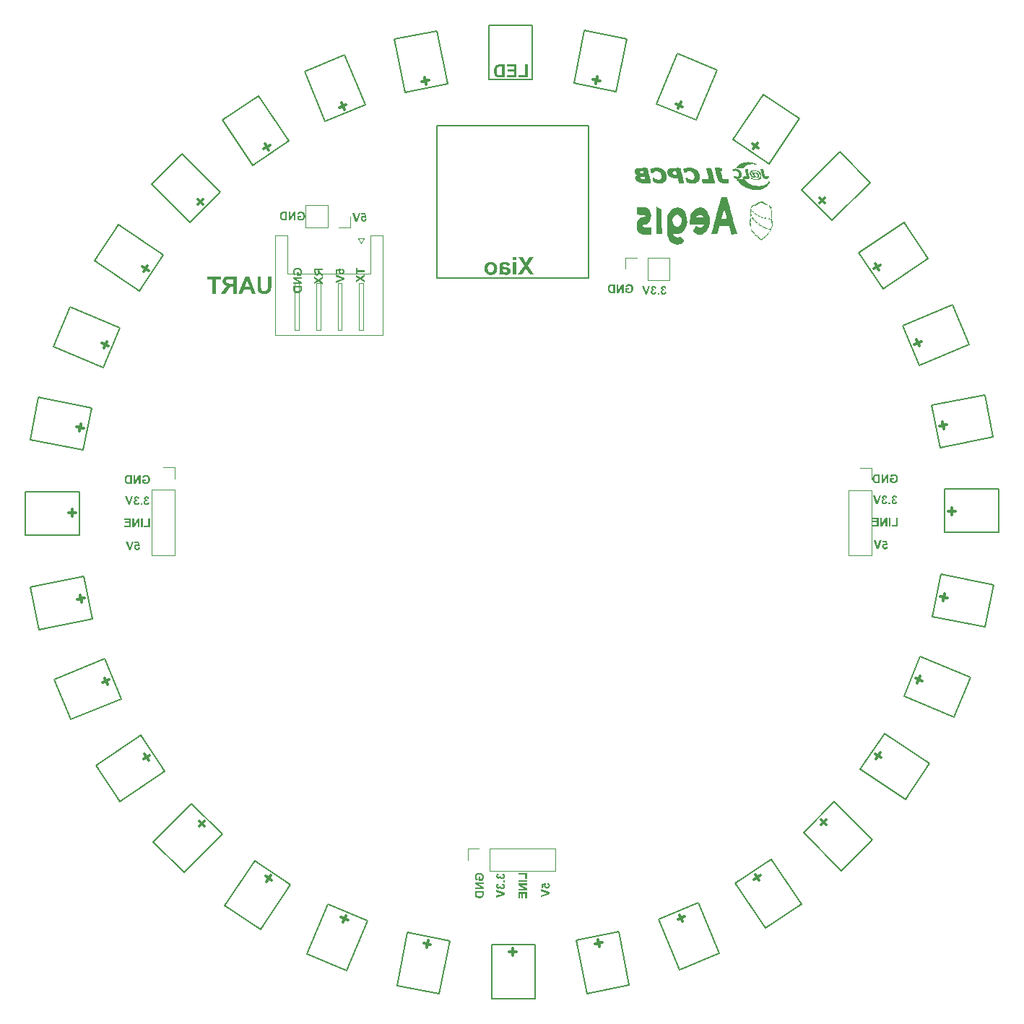
<source format=gbr>
%TF.GenerationSoftware,KiCad,Pcbnew,7.0.7*%
%TF.CreationDate,2025-05-02T18:34:42+09:00*%
%TF.ProjectId,LINE_Main,4c494e45-5f4d-4616-996e-2e6b69636164,rev?*%
%TF.SameCoordinates,Original*%
%TF.FileFunction,Legend,Bot*%
%TF.FilePolarity,Positive*%
%FSLAX46Y46*%
G04 Gerber Fmt 4.6, Leading zero omitted, Abs format (unit mm)*
G04 Created by KiCad (PCBNEW 7.0.7) date 2025-05-02 18:34:42*
%MOMM*%
%LPD*%
G01*
G04 APERTURE LIST*
%ADD10C,0.300000*%
%ADD11C,0.200000*%
%ADD12C,0.400000*%
%ADD13C,0.250000*%
%ADD14C,0.010000*%
%ADD15C,0.120000*%
G04 APERTURE END LIST*
D10*
G36*
X179225000Y-66500000D02*
G01*
X178528419Y-65442916D01*
X179160519Y-64467899D01*
X178685223Y-64467899D01*
X178286618Y-65076064D01*
X177885572Y-64467899D01*
X177414183Y-64467899D01*
X178047260Y-65440474D01*
X177352634Y-66500000D01*
X177843073Y-66500000D01*
X178289061Y-65811723D01*
X178737491Y-66500000D01*
X179225000Y-66500000D01*
G37*
G36*
X177157240Y-64811793D02*
G01*
X177157240Y-64467899D01*
X176770847Y-64467899D01*
X176770847Y-64811793D01*
X177157240Y-64811793D01*
G37*
G36*
X177157240Y-66500000D02*
G01*
X177157240Y-65030635D01*
X176770847Y-65030635D01*
X176770847Y-66500000D01*
X177157240Y-66500000D01*
G37*
G36*
X175844011Y-64999761D02*
G01*
X175877911Y-65000928D01*
X175910719Y-65002875D01*
X175942437Y-65005600D01*
X175973062Y-65009103D01*
X176002597Y-65013385D01*
X176031040Y-65018445D01*
X176058391Y-65024284D01*
X176084651Y-65030902D01*
X176109819Y-65038298D01*
X176133896Y-65046472D01*
X176156882Y-65055425D01*
X176178776Y-65065157D01*
X176199579Y-65075667D01*
X176219290Y-65086955D01*
X176237909Y-65099023D01*
X176255590Y-65111899D01*
X176272607Y-65125614D01*
X176288960Y-65140170D01*
X176304649Y-65155565D01*
X176319674Y-65171799D01*
X176334034Y-65188873D01*
X176347731Y-65206787D01*
X176360764Y-65225540D01*
X176373132Y-65245133D01*
X176384837Y-65265566D01*
X176395877Y-65286838D01*
X176406254Y-65308949D01*
X176415966Y-65331900D01*
X176425015Y-65355691D01*
X176433399Y-65380322D01*
X176441120Y-65405792D01*
X176090875Y-65468318D01*
X176086332Y-65455497D01*
X176076730Y-65431332D01*
X176066441Y-65409137D01*
X176055466Y-65388910D01*
X176043803Y-65370653D01*
X176031454Y-65354365D01*
X176015051Y-65336774D01*
X175997575Y-65322260D01*
X175990133Y-65317233D01*
X175969992Y-65306082D01*
X175947657Y-65296958D01*
X175928210Y-65291120D01*
X175907357Y-65286578D01*
X175885101Y-65283334D01*
X175861440Y-65281388D01*
X175836374Y-65280739D01*
X175808656Y-65281164D01*
X175782656Y-65282439D01*
X175758373Y-65284565D01*
X175735807Y-65287540D01*
X175714959Y-65291365D01*
X175689832Y-65297788D01*
X175667759Y-65305722D01*
X175648738Y-65315167D01*
X175629256Y-65329099D01*
X175613354Y-65345810D01*
X175600148Y-65365717D01*
X175591523Y-65383943D01*
X175584623Y-65404215D01*
X175579448Y-65426533D01*
X175575998Y-65450896D01*
X175574543Y-65470511D01*
X175574057Y-65491277D01*
X175574057Y-65530844D01*
X175587773Y-65536429D01*
X175610780Y-65544914D01*
X175636706Y-65553528D01*
X175655612Y-65559342D01*
X175675815Y-65565213D01*
X175697316Y-65571142D01*
X175720115Y-65577128D01*
X175744211Y-65583171D01*
X175769604Y-65589271D01*
X175796296Y-65595429D01*
X175824284Y-65601644D01*
X175853570Y-65607916D01*
X175884154Y-65614245D01*
X175916036Y-65620632D01*
X175949214Y-65627076D01*
X175961670Y-65629531D01*
X175986030Y-65634519D01*
X176009653Y-65639610D01*
X176032539Y-65644804D01*
X176054689Y-65650101D01*
X176076102Y-65655501D01*
X176096779Y-65661004D01*
X176116719Y-65666610D01*
X176135922Y-65672319D01*
X176163347Y-65681076D01*
X176189114Y-65690065D01*
X176213224Y-65699286D01*
X176235676Y-65708738D01*
X176256472Y-65718422D01*
X176269598Y-65725137D01*
X176288593Y-65735889D01*
X176306755Y-65747457D01*
X176324085Y-65759840D01*
X176340581Y-65773039D01*
X176356245Y-65787054D01*
X176371075Y-65801885D01*
X176385073Y-65817531D01*
X176398238Y-65833993D01*
X176410570Y-65851271D01*
X176422069Y-65869364D01*
X176429226Y-65881745D01*
X176439096Y-65900715D01*
X176447928Y-65920167D01*
X176455720Y-65940099D01*
X176462474Y-65960513D01*
X176468188Y-65981407D01*
X176472863Y-66002782D01*
X176476500Y-66024638D01*
X176479097Y-66046975D01*
X176480656Y-66069792D01*
X176481175Y-66093091D01*
X176480668Y-66116586D01*
X176479145Y-66139566D01*
X176476607Y-66162030D01*
X176473054Y-66183980D01*
X176468486Y-66205414D01*
X176462903Y-66226333D01*
X176456305Y-66246737D01*
X176448691Y-66266625D01*
X176440062Y-66285999D01*
X176430419Y-66304857D01*
X176419760Y-66323200D01*
X176408086Y-66341028D01*
X176395397Y-66358341D01*
X176381692Y-66375138D01*
X176366973Y-66391420D01*
X176351238Y-66407187D01*
X176334624Y-66422212D01*
X176317266Y-66436267D01*
X176299163Y-66449353D01*
X176280316Y-66461470D01*
X176260725Y-66472618D01*
X176240390Y-66482796D01*
X176219311Y-66492004D01*
X176197487Y-66500244D01*
X176174920Y-66507514D01*
X176151608Y-66513814D01*
X176127552Y-66519146D01*
X176102752Y-66523508D01*
X176077207Y-66526901D01*
X176050919Y-66529324D01*
X176023886Y-66530778D01*
X175996109Y-66531263D01*
X175980172Y-66531070D01*
X175956496Y-66530058D01*
X175933094Y-66528179D01*
X175909968Y-66525433D01*
X175887116Y-66521819D01*
X175864538Y-66517338D01*
X175842236Y-66511990D01*
X175820208Y-66505775D01*
X175798456Y-66498692D01*
X175776977Y-66490743D01*
X175755774Y-66481926D01*
X175741723Y-66475564D01*
X175720845Y-66465291D01*
X175700209Y-66454143D01*
X175679813Y-66442119D01*
X175659657Y-66429219D01*
X175639742Y-66415443D01*
X175620067Y-66400791D01*
X175600632Y-66385264D01*
X175581438Y-66368860D01*
X175562485Y-66351581D01*
X175543771Y-66333426D01*
X175541109Y-66341914D01*
X175535627Y-66360859D01*
X175530094Y-66380809D01*
X175526032Y-66395303D01*
X175519530Y-66417934D01*
X175513362Y-66438656D01*
X175506401Y-66461005D01*
X175499921Y-66480605D01*
X175492969Y-66500000D01*
X175111461Y-66500000D01*
X175114605Y-66493448D01*
X175123658Y-66473949D01*
X175132145Y-66454682D01*
X175140065Y-66435647D01*
X175147418Y-66416844D01*
X175154204Y-66398272D01*
X175162371Y-66373871D01*
X175169530Y-66349882D01*
X175175682Y-66326305D01*
X175180826Y-66303140D01*
X175183074Y-66291263D01*
X175186174Y-66271961D01*
X175188948Y-66250872D01*
X175191395Y-66227997D01*
X175193516Y-66203336D01*
X175195310Y-66176889D01*
X175196779Y-66148656D01*
X175197576Y-66128842D01*
X175198229Y-66108234D01*
X175198736Y-66086832D01*
X175199099Y-66064637D01*
X175199316Y-66041647D01*
X175199389Y-66017864D01*
X175197395Y-65812212D01*
X175574057Y-65812212D01*
X175574057Y-65884996D01*
X175574191Y-65908979D01*
X175574590Y-65931467D01*
X175575255Y-65952461D01*
X175576557Y-65978130D01*
X175578331Y-66001142D01*
X175580579Y-66021498D01*
X175584054Y-66043208D01*
X175589200Y-66063782D01*
X175597239Y-66085544D01*
X175607614Y-66106257D01*
X175620327Y-66125921D01*
X175635378Y-66144535D01*
X175649101Y-66158670D01*
X175664320Y-66172134D01*
X175681036Y-66184926D01*
X175686968Y-66188923D01*
X175704880Y-66200153D01*
X175722964Y-66210241D01*
X175741219Y-66219187D01*
X175759646Y-66226991D01*
X175778244Y-66233653D01*
X175803310Y-66240759D01*
X175828681Y-66245834D01*
X175854357Y-66248880D01*
X175880338Y-66249895D01*
X175903152Y-66249025D01*
X175924943Y-66246414D01*
X175945711Y-66242064D01*
X175965457Y-66235973D01*
X175984179Y-66228142D01*
X176001879Y-66218571D01*
X176018557Y-66207259D01*
X176034211Y-66194207D01*
X176045036Y-66183490D01*
X176057813Y-66168625D01*
X176071122Y-66149122D01*
X176081474Y-66128592D01*
X176088868Y-66107038D01*
X176093304Y-66084457D01*
X176094783Y-66060851D01*
X176092935Y-66037094D01*
X176087389Y-66014674D01*
X176078147Y-65993589D01*
X176065207Y-65973839D01*
X176052193Y-65959002D01*
X176036814Y-65945019D01*
X176019068Y-65931891D01*
X176012466Y-65927979D01*
X175992153Y-65918166D01*
X175971988Y-65910282D01*
X175948342Y-65902367D01*
X175928324Y-65896411D01*
X175906348Y-65890437D01*
X175882414Y-65884446D01*
X175856522Y-65878439D01*
X175828673Y-65872414D01*
X175809019Y-65868387D01*
X175789268Y-65864333D01*
X175760907Y-65858386D01*
X175734067Y-65852603D01*
X175708746Y-65846983D01*
X175684946Y-65841527D01*
X175662665Y-65836233D01*
X175641904Y-65831102D01*
X175616586Y-65824515D01*
X175593971Y-65818218D01*
X175574057Y-65812212D01*
X175197395Y-65812212D01*
X175194993Y-65564549D01*
X175195195Y-65533540D01*
X175195802Y-65503771D01*
X175196813Y-65475242D01*
X175198229Y-65447954D01*
X175200049Y-65421906D01*
X175202274Y-65397098D01*
X175204903Y-65373530D01*
X175207937Y-65351203D01*
X175211376Y-65330116D01*
X175215219Y-65310270D01*
X175221742Y-65282825D01*
X175229175Y-65258172D01*
X175237518Y-65236308D01*
X175246772Y-65217236D01*
X175253477Y-65205520D01*
X175264637Y-65188433D01*
X175277119Y-65171929D01*
X175290924Y-65156009D01*
X175306051Y-65140674D01*
X175322500Y-65125922D01*
X175340271Y-65111754D01*
X175359365Y-65098170D01*
X175379781Y-65085169D01*
X175401520Y-65072753D01*
X175424581Y-65060921D01*
X175449375Y-65049921D01*
X175476496Y-65040004D01*
X175495869Y-65033993D01*
X175516277Y-65028463D01*
X175537719Y-65023414D01*
X175560195Y-65018846D01*
X175583705Y-65014759D01*
X175608250Y-65011152D01*
X175633828Y-65008027D01*
X175660441Y-65005382D01*
X175688088Y-65003218D01*
X175716770Y-65001535D01*
X175746485Y-65000333D01*
X175777235Y-64999612D01*
X175809019Y-64999371D01*
X175844011Y-64999761D01*
G37*
G36*
X174186479Y-64999744D02*
G01*
X174212755Y-65000860D01*
X174238717Y-65002720D01*
X174264366Y-65005325D01*
X174289703Y-65008674D01*
X174314726Y-65012767D01*
X174339437Y-65017604D01*
X174363834Y-65023185D01*
X174387919Y-65029511D01*
X174411690Y-65036580D01*
X174435149Y-65044394D01*
X174458295Y-65052952D01*
X174481128Y-65062254D01*
X174503648Y-65072301D01*
X174525855Y-65083091D01*
X174547749Y-65094626D01*
X174569177Y-65106867D01*
X174589988Y-65119776D01*
X174610180Y-65133352D01*
X174629754Y-65147596D01*
X174648709Y-65162508D01*
X174667046Y-65178089D01*
X174684765Y-65194336D01*
X174701866Y-65211252D01*
X174718349Y-65228836D01*
X174734213Y-65247087D01*
X174749459Y-65266006D01*
X174764087Y-65285594D01*
X174778097Y-65305849D01*
X174791488Y-65326771D01*
X174804261Y-65348362D01*
X174816416Y-65370621D01*
X174827892Y-65393263D01*
X174838627Y-65416004D01*
X174848622Y-65438844D01*
X174857876Y-65461784D01*
X174866390Y-65484823D01*
X174874164Y-65507961D01*
X174881198Y-65531199D01*
X174887491Y-65554535D01*
X174893043Y-65577971D01*
X174897856Y-65601506D01*
X174901928Y-65625141D01*
X174905259Y-65648874D01*
X174907851Y-65672707D01*
X174909702Y-65696639D01*
X174910812Y-65720670D01*
X174911182Y-65744801D01*
X174910812Y-65776069D01*
X174909702Y-65806739D01*
X174907851Y-65836810D01*
X174905259Y-65866281D01*
X174901928Y-65895153D01*
X174897856Y-65923426D01*
X174893043Y-65951100D01*
X174887491Y-65978175D01*
X174881198Y-66004650D01*
X174874164Y-66030527D01*
X174866390Y-66055804D01*
X174857876Y-66080482D01*
X174848622Y-66104561D01*
X174838627Y-66128041D01*
X174827892Y-66150921D01*
X174816416Y-66173203D01*
X174804231Y-66194854D01*
X174791366Y-66215846D01*
X174777822Y-66236177D01*
X174763599Y-66255848D01*
X174748696Y-66274859D01*
X174733114Y-66293210D01*
X174716853Y-66310900D01*
X174699912Y-66327930D01*
X174682292Y-66344300D01*
X174663993Y-66360010D01*
X174645015Y-66375060D01*
X174625357Y-66389449D01*
X174605020Y-66403178D01*
X174584004Y-66416247D01*
X174562308Y-66428656D01*
X174539933Y-66440404D01*
X174517085Y-66451407D01*
X174494092Y-66461699D01*
X174470954Y-66471282D01*
X174447670Y-66480155D01*
X174424242Y-66488318D01*
X174400669Y-66495771D01*
X174376951Y-66502514D01*
X174353087Y-66508548D01*
X174329079Y-66513872D01*
X174304926Y-66518486D01*
X174280627Y-66522390D01*
X174256184Y-66525584D01*
X174231596Y-66528068D01*
X174206862Y-66529843D01*
X174181984Y-66530908D01*
X174156960Y-66531263D01*
X174136827Y-66531049D01*
X174116908Y-66530408D01*
X174097206Y-66529339D01*
X174077719Y-66527843D01*
X174039392Y-66523569D01*
X174001927Y-66517585D01*
X173965325Y-66509891D01*
X173929586Y-66500488D01*
X173894708Y-66489375D01*
X173860694Y-66476552D01*
X173827542Y-66462020D01*
X173795252Y-66445778D01*
X173763825Y-66427826D01*
X173733260Y-66408164D01*
X173703558Y-66386793D01*
X173674718Y-66363712D01*
X173646741Y-66338921D01*
X173619626Y-66312421D01*
X173593717Y-66284623D01*
X173569480Y-66255940D01*
X173546914Y-66226371D01*
X173526020Y-66195917D01*
X173506797Y-66164578D01*
X173489246Y-66132353D01*
X173473367Y-66099243D01*
X173459159Y-66065247D01*
X173446622Y-66030366D01*
X173435757Y-65994600D01*
X173426564Y-65957948D01*
X173419042Y-65920411D01*
X173413191Y-65881989D01*
X173410893Y-65862446D01*
X173409012Y-65842681D01*
X173407550Y-65822695D01*
X173406505Y-65802488D01*
X173405878Y-65782059D01*
X173405679Y-65762386D01*
X173802808Y-65762386D01*
X173803209Y-65791682D01*
X173804411Y-65820096D01*
X173806415Y-65847629D01*
X173809220Y-65874280D01*
X173812826Y-65900049D01*
X173817234Y-65924937D01*
X173822443Y-65948944D01*
X173828454Y-65972069D01*
X173835266Y-65994312D01*
X173842879Y-66015674D01*
X173851294Y-66036154D01*
X173860511Y-66055752D01*
X173870528Y-66074469D01*
X173881348Y-66092305D01*
X173892968Y-66109259D01*
X173905390Y-66125331D01*
X173918343Y-66140415D01*
X173938487Y-66161216D01*
X173959490Y-66179828D01*
X173981352Y-66196250D01*
X174004072Y-66210482D01*
X174027651Y-66222525D01*
X174052089Y-66232378D01*
X174077385Y-66240042D01*
X174103540Y-66245516D01*
X174130554Y-66248800D01*
X174158426Y-66249895D01*
X174186307Y-66248800D01*
X174213346Y-66245516D01*
X174239544Y-66240042D01*
X174264900Y-66232378D01*
X174289415Y-66222525D01*
X174313089Y-66210482D01*
X174335921Y-66196250D01*
X174357911Y-66179828D01*
X174379060Y-66161216D01*
X174399368Y-66140415D01*
X174412438Y-66125331D01*
X174424920Y-66109270D01*
X174436596Y-66092351D01*
X174447466Y-66074572D01*
X174457532Y-66055935D01*
X174466792Y-66036440D01*
X174475247Y-66016086D01*
X174482897Y-65994873D01*
X174489741Y-65972801D01*
X174495781Y-65949871D01*
X174501015Y-65926082D01*
X174505443Y-65901435D01*
X174509067Y-65875928D01*
X174511885Y-65849564D01*
X174513898Y-65822340D01*
X174515106Y-65794258D01*
X174515509Y-65765317D01*
X174515106Y-65736378D01*
X174513898Y-65708302D01*
X174511885Y-65681088D01*
X174509067Y-65654736D01*
X174505443Y-65629247D01*
X174501015Y-65604620D01*
X174495781Y-65580856D01*
X174489741Y-65557955D01*
X174482897Y-65535916D01*
X174475247Y-65514739D01*
X174466792Y-65494425D01*
X174457532Y-65474973D01*
X174447466Y-65456384D01*
X174436596Y-65438657D01*
X174424920Y-65421793D01*
X174412438Y-65405792D01*
X174399368Y-65390648D01*
X174379060Y-65369766D01*
X174357911Y-65351081D01*
X174335921Y-65334595D01*
X174313089Y-65320307D01*
X174289415Y-65308217D01*
X174264900Y-65298325D01*
X174239544Y-65290631D01*
X174213346Y-65285136D01*
X174186307Y-65281838D01*
X174158426Y-65280739D01*
X174130554Y-65281838D01*
X174103540Y-65285136D01*
X174077385Y-65290631D01*
X174052089Y-65298325D01*
X174027651Y-65308217D01*
X174004072Y-65320307D01*
X173981352Y-65334595D01*
X173959490Y-65351081D01*
X173938487Y-65369766D01*
X173918343Y-65390648D01*
X173905390Y-65405792D01*
X173892968Y-65421782D01*
X173881348Y-65438612D01*
X173870528Y-65456281D01*
X173860511Y-65474790D01*
X173851294Y-65494139D01*
X173842879Y-65514327D01*
X173835266Y-65535355D01*
X173828454Y-65557222D01*
X173822443Y-65579929D01*
X173817234Y-65603476D01*
X173812826Y-65627862D01*
X173809220Y-65653087D01*
X173806415Y-65679153D01*
X173804411Y-65706058D01*
X173803209Y-65733802D01*
X173802808Y-65762386D01*
X173405679Y-65762386D01*
X173405669Y-65761409D01*
X173405876Y-65740882D01*
X173406496Y-65720579D01*
X173407528Y-65700498D01*
X173408974Y-65680641D01*
X173410833Y-65661007D01*
X173413105Y-65641597D01*
X173418889Y-65603445D01*
X173426325Y-65566187D01*
X173435414Y-65529821D01*
X173446155Y-65494349D01*
X173458548Y-65459769D01*
X173472594Y-65426083D01*
X173488292Y-65393289D01*
X173505643Y-65361389D01*
X173524646Y-65330382D01*
X173545302Y-65300267D01*
X173567610Y-65271046D01*
X173591571Y-65242717D01*
X173617184Y-65215282D01*
X173644091Y-65189137D01*
X173671932Y-65164678D01*
X173700709Y-65141906D01*
X173730421Y-65120821D01*
X173761068Y-65101423D01*
X173792649Y-65083712D01*
X173825166Y-65067687D01*
X173858618Y-65053349D01*
X173893005Y-65040698D01*
X173928326Y-65029734D01*
X173964583Y-65020456D01*
X174001775Y-65012866D01*
X174039901Y-65006962D01*
X174059315Y-65004643D01*
X174078963Y-65002745D01*
X174098844Y-65001269D01*
X174118960Y-65000215D01*
X174139309Y-64999582D01*
X174159891Y-64999371D01*
X174186479Y-64999744D01*
G37*
D11*
X167805000Y-66900000D02*
X185620000Y-66900000D01*
X185620000Y-49000000D01*
X167805000Y-49000000D01*
X167805000Y-66900000D01*
G36*
X194746999Y-68551549D02*
G01*
X194560153Y-68527369D01*
X194558195Y-68541298D01*
X194555708Y-68554600D01*
X194552693Y-68567275D01*
X194549151Y-68579324D01*
X194545080Y-68590745D01*
X194540481Y-68601540D01*
X194535354Y-68611708D01*
X194529699Y-68621250D01*
X194523516Y-68630164D01*
X194516805Y-68638451D01*
X194512037Y-68643628D01*
X194504564Y-68650787D01*
X194496799Y-68657241D01*
X194488742Y-68662991D01*
X194477545Y-68669563D01*
X194465829Y-68674883D01*
X194453593Y-68678951D01*
X194444077Y-68681181D01*
X194434268Y-68682706D01*
X194424167Y-68683528D01*
X194417271Y-68683684D01*
X194406262Y-68683283D01*
X194395584Y-68682078D01*
X194385236Y-68680071D01*
X194375219Y-68677261D01*
X194365533Y-68673648D01*
X194356177Y-68669233D01*
X194347152Y-68664014D01*
X194338457Y-68657993D01*
X194330093Y-68651169D01*
X194322059Y-68643541D01*
X194316887Y-68638011D01*
X194309554Y-68629166D01*
X194302942Y-68619758D01*
X194297052Y-68609788D01*
X194291883Y-68599256D01*
X194287435Y-68588162D01*
X194283708Y-68576504D01*
X194280703Y-68564285D01*
X194278419Y-68551503D01*
X194276856Y-68538159D01*
X194276015Y-68524252D01*
X194275854Y-68514668D01*
X194276200Y-68501196D01*
X194277237Y-68488255D01*
X194278965Y-68475848D01*
X194281384Y-68463972D01*
X194284495Y-68452629D01*
X194288296Y-68441819D01*
X194292789Y-68431541D01*
X194297974Y-68421795D01*
X194303849Y-68412581D01*
X194310416Y-68403900D01*
X194315177Y-68398408D01*
X194322655Y-68390726D01*
X194330433Y-68383800D01*
X194338512Y-68377629D01*
X194346891Y-68372213D01*
X194355571Y-68367554D01*
X194364551Y-68363650D01*
X194373832Y-68360501D01*
X194383413Y-68358108D01*
X194393295Y-68356471D01*
X194403477Y-68355590D01*
X194410432Y-68355422D01*
X194422386Y-68355774D01*
X194432455Y-68356562D01*
X194442974Y-68357800D01*
X194453944Y-68359489D01*
X194465365Y-68361628D01*
X194477235Y-68364217D01*
X194489556Y-68367257D01*
X194499092Y-68369832D01*
X194477843Y-68214738D01*
X194463471Y-68214799D01*
X194449756Y-68214251D01*
X194436698Y-68213093D01*
X194424297Y-68211326D01*
X194412552Y-68208949D01*
X194401465Y-68205962D01*
X194391034Y-68202366D01*
X194381260Y-68198160D01*
X194372144Y-68193344D01*
X194363684Y-68187919D01*
X194358408Y-68183963D01*
X194348734Y-68175445D01*
X194340350Y-68166256D01*
X194333255Y-68156394D01*
X194327451Y-68145861D01*
X194322936Y-68134657D01*
X194319711Y-68122780D01*
X194317776Y-68110232D01*
X194317172Y-68100381D01*
X194317131Y-68097013D01*
X194317605Y-68085766D01*
X194319024Y-68075107D01*
X194321390Y-68065036D01*
X194324703Y-68055553D01*
X194328962Y-68046657D01*
X194334167Y-68038349D01*
X194340319Y-68030628D01*
X194347418Y-68023496D01*
X194355245Y-68017027D01*
X194363705Y-68011421D01*
X194372800Y-68006677D01*
X194382527Y-68002796D01*
X194392889Y-67999777D01*
X194403883Y-67997621D01*
X194415512Y-67996327D01*
X194427773Y-67995896D01*
X194439886Y-67996396D01*
X194451557Y-67997896D01*
X194462784Y-68000396D01*
X194473569Y-68003895D01*
X194483911Y-68008395D01*
X194493811Y-68013894D01*
X194503267Y-68020393D01*
X194512281Y-68027892D01*
X194520586Y-68036292D01*
X194528035Y-68045615D01*
X194534630Y-68055862D01*
X194540369Y-68067032D01*
X194545254Y-68079126D01*
X194548357Y-68088802D01*
X194550979Y-68098998D01*
X194553120Y-68109714D01*
X194554780Y-68120949D01*
X194732588Y-68092861D01*
X194730195Y-68081345D01*
X194727654Y-68070123D01*
X194724966Y-68059195D01*
X194722132Y-68048561D01*
X194719150Y-68038221D01*
X194716022Y-68028174D01*
X194712747Y-68018422D01*
X194709324Y-68008963D01*
X194705755Y-67999798D01*
X194700126Y-67986602D01*
X194694166Y-67974067D01*
X194687876Y-67962193D01*
X194681255Y-67950980D01*
X194676657Y-67943872D01*
X194669390Y-67933596D01*
X194661604Y-67923740D01*
X194653299Y-67914304D01*
X194644474Y-67905290D01*
X194635130Y-67896696D01*
X194625266Y-67888523D01*
X194614882Y-67880771D01*
X194603979Y-67873439D01*
X194592557Y-67866528D01*
X194580615Y-67860038D01*
X194572365Y-67855945D01*
X194559632Y-67850227D01*
X194546619Y-67845071D01*
X194533328Y-67840478D01*
X194519758Y-67836448D01*
X194505908Y-67832979D01*
X194491779Y-67830073D01*
X194477372Y-67827730D01*
X194467611Y-67826480D01*
X194457727Y-67825480D01*
X194447719Y-67824730D01*
X194437587Y-67824230D01*
X194427330Y-67823981D01*
X194422156Y-67823949D01*
X194404608Y-67824296D01*
X194387500Y-67825335D01*
X194370833Y-67827066D01*
X194354607Y-67829491D01*
X194338822Y-67832607D01*
X194323478Y-67836417D01*
X194308574Y-67840919D01*
X194294112Y-67846114D01*
X194280089Y-67852002D01*
X194266508Y-67858582D01*
X194253368Y-67865855D01*
X194240668Y-67873821D01*
X194228409Y-67882479D01*
X194216591Y-67891830D01*
X194205214Y-67901873D01*
X194194277Y-67912609D01*
X194185700Y-67921751D01*
X194177676Y-67931042D01*
X194170206Y-67940482D01*
X194163289Y-67950070D01*
X194156925Y-67959807D01*
X194151115Y-67969694D01*
X194145858Y-67979728D01*
X194141154Y-67989912D01*
X194137004Y-68000245D01*
X194133407Y-68010726D01*
X194130364Y-68021357D01*
X194127874Y-68032136D01*
X194125937Y-68043064D01*
X194124554Y-68054141D01*
X194123723Y-68065366D01*
X194123447Y-68076741D01*
X194124013Y-68092747D01*
X194125710Y-68108343D01*
X194128539Y-68123529D01*
X194132499Y-68138305D01*
X194137591Y-68152671D01*
X194143814Y-68166626D01*
X194151169Y-68180171D01*
X194159656Y-68193306D01*
X194169274Y-68206030D01*
X194180023Y-68218344D01*
X194191904Y-68230248D01*
X194204917Y-68241742D01*
X194219061Y-68252825D01*
X194234337Y-68263499D01*
X194250744Y-68273762D01*
X194259372Y-68278739D01*
X194268283Y-68283614D01*
X194257611Y-68286180D01*
X194247209Y-68289114D01*
X194237079Y-68292416D01*
X194227219Y-68296086D01*
X194217631Y-68300125D01*
X194208314Y-68304531D01*
X194199267Y-68309307D01*
X194190491Y-68314450D01*
X194181987Y-68319962D01*
X194173753Y-68325842D01*
X194165791Y-68332090D01*
X194158099Y-68338706D01*
X194150678Y-68345691D01*
X194143528Y-68353044D01*
X194136649Y-68360765D01*
X194130041Y-68368855D01*
X194123742Y-68377206D01*
X194117848Y-68385773D01*
X194112361Y-68394555D01*
X194107281Y-68403553D01*
X194102607Y-68412766D01*
X194098339Y-68422195D01*
X194094478Y-68431840D01*
X194091024Y-68441700D01*
X194087975Y-68451776D01*
X194085333Y-68462068D01*
X194083098Y-68472575D01*
X194081269Y-68483298D01*
X194079847Y-68494237D01*
X194078831Y-68505391D01*
X194078221Y-68516760D01*
X194078018Y-68528346D01*
X194078396Y-68545164D01*
X194079533Y-68561670D01*
X194081427Y-68577862D01*
X194084078Y-68593742D01*
X194087487Y-68609308D01*
X194091653Y-68624562D01*
X194096577Y-68639503D01*
X194102259Y-68654131D01*
X194108698Y-68668446D01*
X194115894Y-68682448D01*
X194123848Y-68696137D01*
X194132560Y-68709513D01*
X194142029Y-68722576D01*
X194152256Y-68735326D01*
X194163240Y-68747763D01*
X194174982Y-68759888D01*
X194187258Y-68771482D01*
X194199906Y-68782328D01*
X194212927Y-68792426D01*
X194226319Y-68801775D01*
X194240083Y-68810377D01*
X194254220Y-68818231D01*
X194268728Y-68825337D01*
X194283609Y-68831695D01*
X194298862Y-68837305D01*
X194314487Y-68842167D01*
X194330484Y-68846281D01*
X194346853Y-68849647D01*
X194363594Y-68852265D01*
X194380707Y-68854135D01*
X194398192Y-68855257D01*
X194416050Y-68855631D01*
X194432935Y-68855303D01*
X194449458Y-68854318D01*
X194465618Y-68852677D01*
X194481415Y-68850380D01*
X194496850Y-68847426D01*
X194511923Y-68843816D01*
X194526633Y-68839549D01*
X194540980Y-68834626D01*
X194554965Y-68829047D01*
X194568587Y-68822811D01*
X194581847Y-68815919D01*
X194594744Y-68808370D01*
X194607279Y-68800165D01*
X194619451Y-68791304D01*
X194631260Y-68781786D01*
X194642707Y-68771612D01*
X194653647Y-68760877D01*
X194663998Y-68749740D01*
X194673759Y-68738201D01*
X194682931Y-68726259D01*
X194691513Y-68713914D01*
X194699505Y-68701167D01*
X194706908Y-68688017D01*
X194713721Y-68674464D01*
X194719944Y-68660509D01*
X194725578Y-68646151D01*
X194730622Y-68631390D01*
X194735077Y-68616227D01*
X194738942Y-68600662D01*
X194742217Y-68584693D01*
X194744903Y-68568322D01*
X194746999Y-68551549D01*
G37*
G36*
X193920481Y-68840000D02*
G01*
X193920481Y-68652421D01*
X193727285Y-68652421D01*
X193727285Y-68840000D01*
X193920481Y-68840000D01*
G37*
G36*
X193579518Y-68551549D02*
G01*
X193392672Y-68527369D01*
X193390714Y-68541298D01*
X193388227Y-68554600D01*
X193385213Y-68567275D01*
X193381670Y-68579324D01*
X193377599Y-68590745D01*
X193373000Y-68601540D01*
X193367873Y-68611708D01*
X193362218Y-68621250D01*
X193356035Y-68630164D01*
X193349324Y-68638451D01*
X193344556Y-68643628D01*
X193337083Y-68650787D01*
X193329318Y-68657241D01*
X193321261Y-68662991D01*
X193310064Y-68669563D01*
X193298348Y-68674883D01*
X193286113Y-68678951D01*
X193276596Y-68681181D01*
X193266787Y-68682706D01*
X193256686Y-68683528D01*
X193249790Y-68683684D01*
X193238781Y-68683283D01*
X193228103Y-68682078D01*
X193217755Y-68680071D01*
X193207738Y-68677261D01*
X193198052Y-68673648D01*
X193188696Y-68669233D01*
X193179671Y-68664014D01*
X193170976Y-68657993D01*
X193162612Y-68651169D01*
X193154578Y-68643541D01*
X193149406Y-68638011D01*
X193142073Y-68629166D01*
X193135462Y-68619758D01*
X193129571Y-68609788D01*
X193124402Y-68599256D01*
X193119954Y-68588162D01*
X193116227Y-68576504D01*
X193113222Y-68564285D01*
X193110938Y-68551503D01*
X193109375Y-68538159D01*
X193108534Y-68524252D01*
X193108374Y-68514668D01*
X193108719Y-68501196D01*
X193109756Y-68488255D01*
X193111484Y-68475848D01*
X193113903Y-68463972D01*
X193117014Y-68452629D01*
X193120816Y-68441819D01*
X193125309Y-68431541D01*
X193130493Y-68421795D01*
X193136368Y-68412581D01*
X193142935Y-68403900D01*
X193147697Y-68398408D01*
X193155174Y-68390726D01*
X193162952Y-68383800D01*
X193171031Y-68377629D01*
X193179410Y-68372213D01*
X193188090Y-68367554D01*
X193197070Y-68363650D01*
X193206351Y-68360501D01*
X193215932Y-68358108D01*
X193225814Y-68356471D01*
X193235996Y-68355590D01*
X193242951Y-68355422D01*
X193254905Y-68355774D01*
X193264974Y-68356562D01*
X193275494Y-68357800D01*
X193286464Y-68359489D01*
X193297884Y-68361628D01*
X193309754Y-68364217D01*
X193322075Y-68367257D01*
X193331612Y-68369832D01*
X193310362Y-68214738D01*
X193295990Y-68214799D01*
X193282275Y-68214251D01*
X193269217Y-68213093D01*
X193256816Y-68211326D01*
X193245072Y-68208949D01*
X193233984Y-68205962D01*
X193223553Y-68202366D01*
X193213780Y-68198160D01*
X193204663Y-68193344D01*
X193196203Y-68187919D01*
X193190928Y-68183963D01*
X193181253Y-68175445D01*
X193172869Y-68166256D01*
X193165774Y-68156394D01*
X193159970Y-68145861D01*
X193155455Y-68134657D01*
X193152230Y-68122780D01*
X193150296Y-68110232D01*
X193149691Y-68100381D01*
X193149651Y-68097013D01*
X193150124Y-68085766D01*
X193151543Y-68075107D01*
X193153910Y-68065036D01*
X193157222Y-68055553D01*
X193161481Y-68046657D01*
X193166687Y-68038349D01*
X193172838Y-68030628D01*
X193179937Y-68023496D01*
X193187764Y-68017027D01*
X193196225Y-68011421D01*
X193205319Y-68006677D01*
X193215047Y-68002796D01*
X193225408Y-67999777D01*
X193236403Y-67997621D01*
X193248031Y-67996327D01*
X193260293Y-67995896D01*
X193272406Y-67996396D01*
X193284076Y-67997896D01*
X193295303Y-68000396D01*
X193306088Y-68003895D01*
X193316430Y-68008395D01*
X193326330Y-68013894D01*
X193335787Y-68020393D01*
X193344801Y-68027892D01*
X193353105Y-68036292D01*
X193360554Y-68045615D01*
X193367149Y-68055862D01*
X193372889Y-68067032D01*
X193377773Y-68079126D01*
X193380876Y-68088802D01*
X193383498Y-68098998D01*
X193385639Y-68109714D01*
X193387299Y-68120949D01*
X193565108Y-68092861D01*
X193562714Y-68081345D01*
X193560173Y-68070123D01*
X193557486Y-68059195D01*
X193554651Y-68048561D01*
X193551670Y-68038221D01*
X193548541Y-68028174D01*
X193545266Y-68018422D01*
X193541844Y-68008963D01*
X193538274Y-67999798D01*
X193532645Y-67986602D01*
X193526685Y-67974067D01*
X193520395Y-67962193D01*
X193513774Y-67950980D01*
X193509176Y-67943872D01*
X193501910Y-67933596D01*
X193494124Y-67923740D01*
X193485818Y-67914304D01*
X193476993Y-67905290D01*
X193467649Y-67896696D01*
X193457785Y-67888523D01*
X193447401Y-67880771D01*
X193436499Y-67873439D01*
X193425076Y-67866528D01*
X193413134Y-67860038D01*
X193404884Y-67855945D01*
X193392151Y-67850227D01*
X193379139Y-67845071D01*
X193365847Y-67840478D01*
X193352277Y-67836448D01*
X193338427Y-67832979D01*
X193324299Y-67830073D01*
X193309891Y-67827730D01*
X193300131Y-67826480D01*
X193290246Y-67825480D01*
X193280238Y-67824730D01*
X193270106Y-67824230D01*
X193259850Y-67823981D01*
X193254675Y-67823949D01*
X193237127Y-67824296D01*
X193220019Y-67825335D01*
X193203353Y-67827066D01*
X193187127Y-67829491D01*
X193171341Y-67832607D01*
X193155997Y-67836417D01*
X193141093Y-67840919D01*
X193126631Y-67846114D01*
X193112609Y-67852002D01*
X193099027Y-67858582D01*
X193085887Y-67865855D01*
X193073187Y-67873821D01*
X193060928Y-67882479D01*
X193049110Y-67891830D01*
X193037733Y-67901873D01*
X193026796Y-67912609D01*
X193018219Y-67921751D01*
X193010196Y-67931042D01*
X193002725Y-67940482D01*
X192995808Y-67950070D01*
X192989444Y-67959807D01*
X192983634Y-67969694D01*
X192978377Y-67979728D01*
X192973674Y-67989912D01*
X192969523Y-68000245D01*
X192965927Y-68010726D01*
X192962883Y-68021357D01*
X192960393Y-68032136D01*
X192958456Y-68043064D01*
X192957073Y-68054141D01*
X192956243Y-68065366D01*
X192955966Y-68076741D01*
X192956532Y-68092747D01*
X192958229Y-68108343D01*
X192961058Y-68123529D01*
X192965018Y-68138305D01*
X192970110Y-68152671D01*
X192976334Y-68166626D01*
X192983689Y-68180171D01*
X192992175Y-68193306D01*
X193001793Y-68206030D01*
X193012543Y-68218344D01*
X193024424Y-68230248D01*
X193037436Y-68241742D01*
X193051580Y-68252825D01*
X193066856Y-68263499D01*
X193083263Y-68273762D01*
X193091891Y-68278739D01*
X193100802Y-68283614D01*
X193090130Y-68286180D01*
X193079728Y-68289114D01*
X193069598Y-68292416D01*
X193059739Y-68296086D01*
X193050150Y-68300125D01*
X193040833Y-68304531D01*
X193031786Y-68309307D01*
X193023011Y-68314450D01*
X193014506Y-68319962D01*
X193006272Y-68325842D01*
X192998310Y-68332090D01*
X192990618Y-68338706D01*
X192983197Y-68345691D01*
X192976047Y-68353044D01*
X192969168Y-68360765D01*
X192962561Y-68368855D01*
X192956261Y-68377206D01*
X192950367Y-68385773D01*
X192944881Y-68394555D01*
X192939800Y-68403553D01*
X192935126Y-68412766D01*
X192930859Y-68422195D01*
X192926997Y-68431840D01*
X192923543Y-68441700D01*
X192920495Y-68451776D01*
X192917853Y-68462068D01*
X192915617Y-68472575D01*
X192913788Y-68483298D01*
X192912366Y-68494237D01*
X192911350Y-68505391D01*
X192910740Y-68516760D01*
X192910537Y-68528346D01*
X192910916Y-68545164D01*
X192912052Y-68561670D01*
X192913946Y-68577862D01*
X192916597Y-68593742D01*
X192920006Y-68609308D01*
X192924172Y-68624562D01*
X192929096Y-68639503D01*
X192934778Y-68654131D01*
X192941217Y-68668446D01*
X192948414Y-68682448D01*
X192956368Y-68696137D01*
X192965079Y-68709513D01*
X192974548Y-68722576D01*
X192984775Y-68735326D01*
X192995759Y-68747763D01*
X193007501Y-68759888D01*
X193019777Y-68771482D01*
X193032425Y-68782328D01*
X193045446Y-68792426D01*
X193058838Y-68801775D01*
X193072602Y-68810377D01*
X193086739Y-68818231D01*
X193101248Y-68825337D01*
X193116128Y-68831695D01*
X193131381Y-68837305D01*
X193147006Y-68842167D01*
X193163003Y-68846281D01*
X193179372Y-68849647D01*
X193196113Y-68852265D01*
X193213226Y-68854135D01*
X193230712Y-68855257D01*
X193248569Y-68855631D01*
X193265454Y-68855303D01*
X193281977Y-68854318D01*
X193298137Y-68852677D01*
X193313934Y-68850380D01*
X193329369Y-68847426D01*
X193344442Y-68843816D01*
X193359152Y-68839549D01*
X193373499Y-68834626D01*
X193387484Y-68829047D01*
X193401106Y-68822811D01*
X193414366Y-68815919D01*
X193427263Y-68808370D01*
X193439798Y-68800165D01*
X193451970Y-68791304D01*
X193463779Y-68781786D01*
X193475226Y-68771612D01*
X193486167Y-68760877D01*
X193496517Y-68749740D01*
X193506279Y-68738201D01*
X193515450Y-68726259D01*
X193524032Y-68713914D01*
X193532024Y-68701167D01*
X193539427Y-68688017D01*
X193546240Y-68674464D01*
X193552463Y-68660509D01*
X193558097Y-68646151D01*
X193563141Y-68631390D01*
X193567596Y-68616227D01*
X193571461Y-68600662D01*
X193574736Y-68584693D01*
X193577422Y-68568322D01*
X193579518Y-68551549D01*
G37*
G36*
X192494591Y-68840000D02*
G01*
X192854605Y-67823949D01*
X192634054Y-67823949D01*
X192379309Y-68574263D01*
X192132623Y-67823949D01*
X191916957Y-67823949D01*
X192277459Y-68840000D01*
X192494591Y-68840000D01*
G37*
D12*
G36*
X148418255Y-66687899D02*
G01*
X148011346Y-66687899D01*
X148011346Y-67790900D01*
X148011287Y-67822968D01*
X148011110Y-67853594D01*
X148010814Y-67882777D01*
X148010400Y-67910518D01*
X148009868Y-67936816D01*
X148009217Y-67961671D01*
X148008448Y-67985084D01*
X148007561Y-68007055D01*
X148006555Y-68027582D01*
X148004825Y-68055669D01*
X148002828Y-68080511D01*
X148000566Y-68102106D01*
X147997135Y-68125851D01*
X147996203Y-68130886D01*
X147990714Y-68153899D01*
X147983953Y-68176046D01*
X147975922Y-68197325D01*
X147966619Y-68217737D01*
X147956046Y-68237282D01*
X147944202Y-68255959D01*
X147931088Y-68273769D01*
X147916702Y-68290712D01*
X147901046Y-68306788D01*
X147884119Y-68321996D01*
X147872128Y-68331653D01*
X147853000Y-68345185D01*
X147832618Y-68357385D01*
X147810982Y-68368254D01*
X147788093Y-68377792D01*
X147763950Y-68386000D01*
X147738554Y-68392876D01*
X147711904Y-68398422D01*
X147684000Y-68402636D01*
X147654842Y-68405520D01*
X147634708Y-68406703D01*
X147614016Y-68407295D01*
X147603461Y-68407369D01*
X147582118Y-68407090D01*
X147561443Y-68406254D01*
X147541436Y-68404861D01*
X147512678Y-68401727D01*
X147485423Y-68397339D01*
X147459670Y-68391698D01*
X147435420Y-68384803D01*
X147412672Y-68376654D01*
X147391427Y-68367252D01*
X147371685Y-68356596D01*
X147353446Y-68344686D01*
X147342121Y-68336050D01*
X147326253Y-68322302D01*
X147311621Y-68307989D01*
X147298226Y-68293108D01*
X147286067Y-68277660D01*
X147271779Y-68256182D01*
X147259689Y-68233697D01*
X147249797Y-68210204D01*
X147242103Y-68185703D01*
X147236608Y-68160195D01*
X147233378Y-68139475D01*
X147230466Y-68116334D01*
X147227871Y-68090772D01*
X147225594Y-68062788D01*
X147224253Y-68042787D01*
X147223053Y-68021709D01*
X147221994Y-67999556D01*
X147221076Y-67976326D01*
X147220299Y-67952020D01*
X147219664Y-67926638D01*
X147219169Y-67900179D01*
X147218816Y-67872645D01*
X147218605Y-67844034D01*
X147218534Y-67814347D01*
X147218534Y-66687899D01*
X146812114Y-66687899D01*
X146812114Y-67753286D01*
X146812146Y-67775914D01*
X146812244Y-67798122D01*
X146812406Y-67819912D01*
X146812633Y-67841282D01*
X146812925Y-67862234D01*
X146813282Y-67882767D01*
X146813703Y-67902882D01*
X146814190Y-67922577D01*
X146815358Y-67960711D01*
X146816785Y-67997170D01*
X146818472Y-68031954D01*
X146820418Y-68065062D01*
X146822624Y-68096495D01*
X146825089Y-68126253D01*
X146827814Y-68154335D01*
X146830799Y-68180742D01*
X146834042Y-68205473D01*
X146837546Y-68228529D01*
X146841309Y-68249910D01*
X146845331Y-68269616D01*
X146851961Y-68297505D01*
X146859579Y-68324570D01*
X146868184Y-68350811D01*
X146877777Y-68376228D01*
X146888357Y-68400820D01*
X146899925Y-68424588D01*
X146912480Y-68447531D01*
X146926023Y-68469651D01*
X146940553Y-68490946D01*
X146956070Y-68511416D01*
X146966964Y-68524605D01*
X146984070Y-68543653D01*
X147002232Y-68561963D01*
X147021451Y-68579534D01*
X147041725Y-68596367D01*
X147063056Y-68612461D01*
X147085443Y-68627817D01*
X147108886Y-68642434D01*
X147133385Y-68656313D01*
X147158940Y-68669454D01*
X147185552Y-68681856D01*
X147203879Y-68689713D01*
X147222738Y-68697167D01*
X147242310Y-68704139D01*
X147262595Y-68710630D01*
X147283594Y-68716641D01*
X147305307Y-68722171D01*
X147327733Y-68727220D01*
X147350874Y-68731788D01*
X147374727Y-68735875D01*
X147399295Y-68739482D01*
X147424576Y-68742607D01*
X147450570Y-68745252D01*
X147477279Y-68747416D01*
X147504701Y-68749099D01*
X147532836Y-68750301D01*
X147561686Y-68751022D01*
X147591249Y-68751263D01*
X147626733Y-68751001D01*
X147661133Y-68750217D01*
X147694449Y-68748910D01*
X147726681Y-68747080D01*
X147757830Y-68744727D01*
X147787895Y-68741852D01*
X147816876Y-68738453D01*
X147844773Y-68734532D01*
X147871586Y-68730088D01*
X147897315Y-68725121D01*
X147921961Y-68719631D01*
X147945523Y-68713619D01*
X147968001Y-68707083D01*
X147989395Y-68700025D01*
X148009705Y-68692444D01*
X148028932Y-68684340D01*
X148047311Y-68675759D01*
X148065202Y-68666869D01*
X148082604Y-68657670D01*
X148107792Y-68643292D01*
X148131880Y-68628218D01*
X148154870Y-68612448D01*
X148176760Y-68595983D01*
X148197551Y-68578823D01*
X148217243Y-68560967D01*
X148235836Y-68542415D01*
X148253330Y-68523168D01*
X148264382Y-68509951D01*
X148280074Y-68489710D01*
X148294727Y-68469290D01*
X148308341Y-68448689D01*
X148320917Y-68427908D01*
X148332453Y-68406946D01*
X148342950Y-68385805D01*
X148352408Y-68364483D01*
X148360827Y-68342980D01*
X148368208Y-68321297D01*
X148374549Y-68299434D01*
X148378199Y-68284759D01*
X148383050Y-68262311D01*
X148387587Y-68238566D01*
X148391812Y-68213524D01*
X148395724Y-68187184D01*
X148399322Y-68159546D01*
X148402608Y-68130611D01*
X148405581Y-68100378D01*
X148408241Y-68068848D01*
X148410588Y-68036020D01*
X148412622Y-68001895D01*
X148414343Y-67966472D01*
X148415751Y-67929752D01*
X148416847Y-67891734D01*
X148417629Y-67852418D01*
X148417903Y-67832274D01*
X148418098Y-67811805D01*
X148418216Y-67791012D01*
X148418255Y-67769895D01*
X148418255Y-66687899D01*
G37*
G36*
X146599623Y-68720000D02*
G01*
X146168290Y-68720000D01*
X146002205Y-68251053D01*
X145196692Y-68251053D01*
X145020837Y-68720000D01*
X144578757Y-68720000D01*
X144901353Y-67907159D01*
X145327606Y-67907159D01*
X145877152Y-67907159D01*
X145605066Y-67188108D01*
X145327606Y-67907159D01*
X144901353Y-67907159D01*
X145385247Y-66687899D01*
X145815115Y-66687899D01*
X146599623Y-68720000D01*
G37*
G36*
X144373105Y-68720000D02*
G01*
X143966685Y-68720000D01*
X143966685Y-67875896D01*
X143884131Y-67875896D01*
X143858510Y-67876094D01*
X143834219Y-67876686D01*
X143811260Y-67877674D01*
X143789632Y-67879056D01*
X143769334Y-67880834D01*
X143744341Y-67883818D01*
X143721714Y-67887504D01*
X143701454Y-67891893D01*
X143679455Y-67898367D01*
X143663442Y-67904579D01*
X143643726Y-67914020D01*
X143624344Y-67925321D01*
X143605296Y-67938482D01*
X143586582Y-67953504D01*
X143571851Y-67966861D01*
X143557334Y-67981409D01*
X143545654Y-67994182D01*
X143532232Y-68009968D01*
X143517067Y-68028769D01*
X143500158Y-68050583D01*
X143487917Y-68066801D01*
X143474902Y-68084357D01*
X143461112Y-68103254D01*
X143446547Y-68123490D01*
X143431207Y-68145065D01*
X143415093Y-68167980D01*
X143398204Y-68192235D01*
X143380540Y-68217829D01*
X143362102Y-68244762D01*
X143342889Y-68273035D01*
X143048820Y-68720000D01*
X142562288Y-68720000D01*
X142808485Y-68324326D01*
X142826448Y-68295276D01*
X142843946Y-68267356D01*
X142860978Y-68240566D01*
X142877545Y-68214905D01*
X142893646Y-68190374D01*
X142909281Y-68166973D01*
X142924451Y-68144701D01*
X142939155Y-68123558D01*
X142953394Y-68103546D01*
X142967167Y-68084663D01*
X142980474Y-68066909D01*
X142993316Y-68050286D01*
X143005692Y-68034791D01*
X143023384Y-68013668D01*
X143040027Y-67995087D01*
X143050894Y-67983544D01*
X143067874Y-67966453D01*
X143085670Y-67949627D01*
X143104282Y-67933068D01*
X143123709Y-67916774D01*
X143143952Y-67900747D01*
X143165011Y-67884987D01*
X143186886Y-67869492D01*
X143209576Y-67854264D01*
X143233082Y-67839301D01*
X143257404Y-67824605D01*
X143224765Y-67819291D01*
X143193160Y-67813118D01*
X143162590Y-67806087D01*
X143133053Y-67798196D01*
X143104551Y-67789448D01*
X143077084Y-67779840D01*
X143050650Y-67769374D01*
X143025251Y-67758049D01*
X143000886Y-67745866D01*
X142977555Y-67732823D01*
X142955258Y-67718922D01*
X142933995Y-67704163D01*
X142913767Y-67688545D01*
X142894573Y-67672068D01*
X142876413Y-67654732D01*
X142859288Y-67636538D01*
X142843139Y-67617602D01*
X142828032Y-67598039D01*
X142813967Y-67577851D01*
X142800944Y-67557037D01*
X142788963Y-67535597D01*
X142778024Y-67513531D01*
X142768126Y-67490840D01*
X142759270Y-67467522D01*
X142751456Y-67443579D01*
X142744684Y-67419009D01*
X142738954Y-67393814D01*
X142734266Y-67367993D01*
X142730619Y-67341546D01*
X142728015Y-67314474D01*
X142726452Y-67286775D01*
X142726263Y-67276524D01*
X143145052Y-67276524D01*
X143145701Y-67298285D01*
X143147647Y-67319114D01*
X143150891Y-67339012D01*
X143156770Y-67362576D01*
X143164677Y-67384684D01*
X143174611Y-67405337D01*
X143186573Y-67424535D01*
X143191826Y-67431788D01*
X143206044Y-67448735D01*
X143221813Y-67463988D01*
X143239132Y-67477548D01*
X143258001Y-67489414D01*
X143278420Y-67499587D01*
X143300390Y-67508066D01*
X143315969Y-67512344D01*
X143335412Y-67516201D01*
X143358719Y-67519637D01*
X143385891Y-67522652D01*
X143406151Y-67524429D01*
X143428129Y-67526018D01*
X143451825Y-67527421D01*
X143477237Y-67528636D01*
X143504367Y-67529665D01*
X143533215Y-67530506D01*
X143563779Y-67531161D01*
X143596062Y-67531628D01*
X143630061Y-67531909D01*
X143665778Y-67532002D01*
X143966685Y-67532002D01*
X143966685Y-67031793D01*
X143649169Y-67031793D01*
X143619045Y-67031820D01*
X143590467Y-67031900D01*
X143563434Y-67032033D01*
X143537947Y-67032220D01*
X143514005Y-67032461D01*
X143491610Y-67032755D01*
X143470759Y-67033102D01*
X143442382Y-67033723D01*
X143417482Y-67034464D01*
X143396060Y-67035326D01*
X143372906Y-67036662D01*
X143352658Y-67038632D01*
X143328570Y-67043364D01*
X143305886Y-67049501D01*
X143284606Y-67057042D01*
X143264731Y-67065987D01*
X143246260Y-67076337D01*
X143229193Y-67088091D01*
X143213531Y-67101250D01*
X143199274Y-67115812D01*
X143186565Y-67131681D01*
X143175552Y-67148755D01*
X143166232Y-67167035D01*
X143158607Y-67186521D01*
X143152677Y-67207213D01*
X143148441Y-67229111D01*
X143145899Y-67252214D01*
X143145052Y-67276524D01*
X142726263Y-67276524D01*
X142725931Y-67258450D01*
X142726275Y-67236016D01*
X142727305Y-67213899D01*
X142729022Y-67192098D01*
X142731427Y-67170614D01*
X142734518Y-67149447D01*
X142738296Y-67128597D01*
X142742761Y-67108063D01*
X142747913Y-67087847D01*
X142753752Y-67067947D01*
X142760278Y-67048363D01*
X142767491Y-67029097D01*
X142775390Y-67010147D01*
X142783977Y-66991514D01*
X142793251Y-66973198D01*
X142803211Y-66955198D01*
X142813859Y-66937515D01*
X142825078Y-66920325D01*
X142836756Y-66903802D01*
X142848892Y-66887947D01*
X142861486Y-66872760D01*
X142881235Y-66851232D01*
X142902015Y-66831207D01*
X142923825Y-66812684D01*
X142946666Y-66795664D01*
X142970537Y-66780146D01*
X142995438Y-66766131D01*
X143021370Y-66753619D01*
X143048332Y-66742609D01*
X143067280Y-66735984D01*
X143087609Y-66729787D01*
X143109320Y-66724016D01*
X143132412Y-66718674D01*
X143156886Y-66713758D01*
X143182742Y-66709270D01*
X143209978Y-66705210D01*
X143238597Y-66701577D01*
X143268597Y-66698371D01*
X143299978Y-66695593D01*
X143332741Y-66693242D01*
X143366885Y-66691318D01*
X143402411Y-66689822D01*
X143439319Y-66688754D01*
X143477608Y-66688113D01*
X143497270Y-66687952D01*
X143517278Y-66687899D01*
X144373105Y-66687899D01*
X144373105Y-68720000D01*
G37*
G36*
X141900879Y-68720000D02*
G01*
X141900879Y-67031793D01*
X142498297Y-67031793D01*
X142498297Y-66687899D01*
X140898018Y-66687899D01*
X140898018Y-67031793D01*
X141493970Y-67031793D01*
X141493970Y-68720000D01*
X141900879Y-68720000D01*
G37*
D11*
G36*
X154502000Y-65986280D02*
G01*
X154079948Y-65986280D01*
X154079948Y-66027557D01*
X154080047Y-66040368D01*
X154080343Y-66052513D01*
X154080837Y-66063992D01*
X154081528Y-66074807D01*
X154082417Y-66084955D01*
X154083909Y-66097452D01*
X154085752Y-66108765D01*
X154087946Y-66118896D01*
X154091183Y-66129895D01*
X154094289Y-66137901D01*
X154099010Y-66147759D01*
X154104660Y-66157450D01*
X154111241Y-66166974D01*
X154118752Y-66176331D01*
X154125430Y-66183697D01*
X154132704Y-66190956D01*
X154139091Y-66196795D01*
X154146984Y-66203506D01*
X154156384Y-66211089D01*
X154167291Y-66219543D01*
X154175400Y-66225664D01*
X154184178Y-66232172D01*
X154193627Y-66239067D01*
X154203745Y-66246349D01*
X154214532Y-66254019D01*
X154225990Y-66262076D01*
X154238117Y-66270521D01*
X154250914Y-66279352D01*
X154264381Y-66288572D01*
X154278517Y-66298178D01*
X154502000Y-66445212D01*
X154502000Y-66688478D01*
X154304163Y-66565380D01*
X154289638Y-66556398D01*
X154275678Y-66547649D01*
X154262283Y-66539133D01*
X154249452Y-66530850D01*
X154237187Y-66522800D01*
X154225486Y-66514982D01*
X154214350Y-66507397D01*
X154203779Y-66500045D01*
X154193773Y-66492926D01*
X154184331Y-66486039D01*
X154175454Y-66479385D01*
X154167143Y-66472964D01*
X154159395Y-66466776D01*
X154148834Y-66457931D01*
X154139543Y-66449609D01*
X154133772Y-66444175D01*
X154125226Y-66435685D01*
X154116813Y-66426787D01*
X154108534Y-66417481D01*
X154100387Y-66407768D01*
X154092373Y-66397646D01*
X154084493Y-66387117D01*
X154076746Y-66376180D01*
X154069132Y-66364834D01*
X154061650Y-66353082D01*
X154054302Y-66340921D01*
X154051645Y-66357240D01*
X154048559Y-66373042D01*
X154045043Y-66388328D01*
X154041098Y-66403096D01*
X154036724Y-66417347D01*
X154031920Y-66431081D01*
X154026687Y-66444297D01*
X154021024Y-66456997D01*
X154014933Y-66469180D01*
X154008411Y-66480845D01*
X154001461Y-66491993D01*
X153994081Y-66502625D01*
X153986272Y-66512739D01*
X153978034Y-66522336D01*
X153969366Y-66531416D01*
X153960269Y-66539979D01*
X153950801Y-66548053D01*
X153941019Y-66555606D01*
X153930925Y-66562639D01*
X153920518Y-66569150D01*
X153909798Y-66575141D01*
X153898765Y-66580611D01*
X153887420Y-66585559D01*
X153875761Y-66589987D01*
X153863789Y-66593894D01*
X153851504Y-66597280D01*
X153838907Y-66600145D01*
X153825996Y-66602489D01*
X153812773Y-66604313D01*
X153799237Y-66605615D01*
X153785387Y-66606396D01*
X153771225Y-66606657D01*
X153760008Y-66606485D01*
X153748949Y-66605970D01*
X153738049Y-66605111D01*
X153727307Y-66603909D01*
X153716723Y-66602364D01*
X153706298Y-66600474D01*
X153696031Y-66598242D01*
X153685923Y-66595666D01*
X153675973Y-66592746D01*
X153666181Y-66589484D01*
X153656548Y-66585877D01*
X153647073Y-66581927D01*
X153637757Y-66577634D01*
X153628599Y-66572997D01*
X153619599Y-66568017D01*
X153610757Y-66562693D01*
X153602162Y-66557083D01*
X153593901Y-66551244D01*
X153585973Y-66545176D01*
X153578380Y-66538879D01*
X153567616Y-66529005D01*
X153557603Y-66518615D01*
X153548342Y-66507710D01*
X153539832Y-66496290D01*
X153532073Y-66484354D01*
X153525065Y-66471904D01*
X153518809Y-66458938D01*
X153513304Y-66445457D01*
X153509992Y-66435983D01*
X153506893Y-66425818D01*
X153504008Y-66414962D01*
X153501337Y-66403416D01*
X153498879Y-66391179D01*
X153496635Y-66378252D01*
X153494605Y-66364633D01*
X153492788Y-66350324D01*
X153491185Y-66335324D01*
X153489796Y-66319633D01*
X153488621Y-66303252D01*
X153487659Y-66286180D01*
X153486911Y-66268417D01*
X153486377Y-66249963D01*
X153486056Y-66230819D01*
X153485976Y-66220987D01*
X153485949Y-66210983D01*
X153485949Y-65986280D01*
X153657896Y-65986280D01*
X153657896Y-66145038D01*
X153657910Y-66160100D01*
X153657950Y-66174389D01*
X153658016Y-66187905D01*
X153658110Y-66200649D01*
X153658230Y-66212620D01*
X153658377Y-66223818D01*
X153658551Y-66234243D01*
X153658861Y-66248432D01*
X153659232Y-66260882D01*
X153659663Y-66271593D01*
X153660331Y-66283169D01*
X153661316Y-66293293D01*
X153663682Y-66305338D01*
X153666750Y-66316680D01*
X153670521Y-66327319D01*
X153674993Y-66337257D01*
X153680168Y-66346492D01*
X153686045Y-66355026D01*
X153692625Y-66362857D01*
X153699906Y-66369986D01*
X153707840Y-66376340D01*
X153716377Y-66381847D01*
X153725517Y-66386506D01*
X153735260Y-66390319D01*
X153745606Y-66393284D01*
X153756555Y-66395402D01*
X153768107Y-66396673D01*
X153780262Y-66397096D01*
X153791142Y-66396772D01*
X153801557Y-66395799D01*
X153811506Y-66394177D01*
X153823288Y-66391237D01*
X153834342Y-66387284D01*
X153844668Y-66382317D01*
X153854267Y-66376336D01*
X153857894Y-66373709D01*
X153866367Y-66366600D01*
X153873994Y-66358716D01*
X153880774Y-66350057D01*
X153886707Y-66340622D01*
X153891793Y-66330412D01*
X153896033Y-66319427D01*
X153898172Y-66311638D01*
X153900100Y-66301916D01*
X153901818Y-66290263D01*
X153903326Y-66276677D01*
X153904214Y-66266547D01*
X153905009Y-66255558D01*
X153905710Y-66243710D01*
X153906318Y-66231004D01*
X153906832Y-66217439D01*
X153907253Y-66203015D01*
X153907580Y-66187733D01*
X153907814Y-66171592D01*
X153907954Y-66154592D01*
X153908001Y-66136734D01*
X153908001Y-65986280D01*
X153657896Y-65986280D01*
X153485949Y-65986280D01*
X153485949Y-65783070D01*
X154502000Y-65783070D01*
X154502000Y-65986280D01*
G37*
G36*
X154502000Y-66690188D02*
G01*
X153973458Y-67038478D01*
X153485949Y-66722428D01*
X153485949Y-66960076D01*
X153790032Y-67159378D01*
X153485949Y-67359902D01*
X153485949Y-67595596D01*
X153972237Y-67279057D01*
X154502000Y-67626371D01*
X154502000Y-67381151D01*
X154157861Y-67158157D01*
X154502000Y-66933942D01*
X154502000Y-66690188D01*
G37*
G36*
X159392000Y-65968995D02*
G01*
X158547896Y-65968995D01*
X158547896Y-65670286D01*
X158375949Y-65670286D01*
X158375949Y-66470425D01*
X158547896Y-66470425D01*
X158547896Y-66172449D01*
X159392000Y-66172449D01*
X159392000Y-65968995D01*
G37*
G36*
X159392000Y-66494849D02*
G01*
X158863458Y-66843140D01*
X158375949Y-66527090D01*
X158375949Y-66764738D01*
X158680032Y-66964040D01*
X158375949Y-67164563D01*
X158375949Y-67400258D01*
X158862237Y-67083719D01*
X159392000Y-67431032D01*
X159392000Y-67185812D01*
X159047861Y-66962819D01*
X159392000Y-66738604D01*
X159392000Y-66494849D01*
G37*
G36*
X156711351Y-65792526D02*
G01*
X156689369Y-65984745D01*
X156702616Y-65986585D01*
X156715340Y-65988992D01*
X156727541Y-65991966D01*
X156739217Y-65995507D01*
X156750370Y-65999614D01*
X156760999Y-66004288D01*
X156771104Y-66009529D01*
X156780685Y-66015336D01*
X156789742Y-66021710D01*
X156798276Y-66028651D01*
X156803674Y-66033593D01*
X156811182Y-66041303D01*
X156817951Y-66049227D01*
X156823982Y-66057366D01*
X156829274Y-66065719D01*
X156835182Y-66077191D01*
X156839776Y-66089044D01*
X156843058Y-66101279D01*
X156845028Y-66113896D01*
X156845684Y-66126894D01*
X156845298Y-66138086D01*
X156844138Y-66148948D01*
X156842206Y-66159478D01*
X156839502Y-66169679D01*
X156836024Y-66179548D01*
X156831774Y-66189087D01*
X156826750Y-66198296D01*
X156820954Y-66207174D01*
X156814386Y-66215721D01*
X156807044Y-66223938D01*
X156801720Y-66229232D01*
X156793039Y-66236739D01*
X156783571Y-66243509D01*
X156773318Y-66249539D01*
X156762279Y-66254832D01*
X156750454Y-66259385D01*
X156737844Y-66263201D01*
X156724448Y-66266278D01*
X156710267Y-66268616D01*
X156700376Y-66269765D01*
X156690136Y-66270585D01*
X156679546Y-66271078D01*
X156668608Y-66271242D01*
X156658331Y-66271079D01*
X156648382Y-66270593D01*
X156634073Y-66269255D01*
X156620504Y-66267187D01*
X156607672Y-66264389D01*
X156595579Y-66260861D01*
X156584225Y-66256604D01*
X156573609Y-66251616D01*
X156563731Y-66245899D01*
X156554592Y-66239452D01*
X156546192Y-66232275D01*
X156543556Y-66229720D01*
X156536092Y-66221714D01*
X156529362Y-66213265D01*
X156523366Y-66204375D01*
X156518105Y-66195042D01*
X156513577Y-66185266D01*
X156509784Y-66175049D01*
X156506725Y-66164389D01*
X156504400Y-66153288D01*
X156502810Y-66141744D01*
X156501953Y-66129757D01*
X156501790Y-66121521D01*
X156502095Y-66111207D01*
X156503011Y-66101027D01*
X156504538Y-66090981D01*
X156506675Y-66081068D01*
X156509423Y-66071289D01*
X156512781Y-66061643D01*
X156516750Y-66052131D01*
X156521330Y-66042752D01*
X156526520Y-66033507D01*
X156532321Y-66024396D01*
X156538732Y-66015418D01*
X156545754Y-66006574D01*
X156553386Y-65997863D01*
X156561630Y-65989286D01*
X156570483Y-65980843D01*
X156579948Y-65972533D01*
X156555768Y-65815973D01*
X156001581Y-65914891D01*
X156001581Y-66425115D01*
X156189159Y-66425115D01*
X156189159Y-66061193D01*
X156365503Y-66030907D01*
X156359130Y-66043022D01*
X156353384Y-66055190D01*
X156348265Y-66067409D01*
X156343773Y-66079679D01*
X156339907Y-66092001D01*
X156336669Y-66104374D01*
X156334057Y-66116799D01*
X156332072Y-66129275D01*
X156330714Y-66141803D01*
X156329982Y-66154383D01*
X156329843Y-66162798D01*
X156330207Y-66178703D01*
X156331297Y-66194301D01*
X156333115Y-66209592D01*
X156335659Y-66224576D01*
X156338931Y-66239253D01*
X156342929Y-66253622D01*
X156347655Y-66267684D01*
X156353107Y-66281439D01*
X156359287Y-66294886D01*
X156366193Y-66308027D01*
X156373827Y-66320860D01*
X156382187Y-66333386D01*
X156391275Y-66345605D01*
X156401090Y-66357517D01*
X156411631Y-66369121D01*
X156422900Y-66380418D01*
X156434719Y-66391243D01*
X156446973Y-66401370D01*
X156459662Y-66410798D01*
X156472786Y-66419528D01*
X156486346Y-66427559D01*
X156500340Y-66434892D01*
X156514769Y-66441527D01*
X156529634Y-66447463D01*
X156544933Y-66452701D01*
X156560668Y-66457240D01*
X156576838Y-66461081D01*
X156593442Y-66464224D01*
X156610482Y-66466668D01*
X156627957Y-66468414D01*
X156645867Y-66469462D01*
X156664212Y-66469811D01*
X156679557Y-66469530D01*
X156694696Y-66468685D01*
X156709629Y-66467278D01*
X156724356Y-66465308D01*
X156738877Y-66462775D01*
X156753192Y-66459679D01*
X156767301Y-66456020D01*
X156781204Y-66451798D01*
X156794901Y-66447013D01*
X156808391Y-66441666D01*
X156821676Y-66435755D01*
X156834754Y-66429282D01*
X156847627Y-66422246D01*
X156860293Y-66414647D01*
X156872753Y-66406484D01*
X156885007Y-66397759D01*
X156893167Y-66391548D01*
X156901067Y-66385188D01*
X156908709Y-66378678D01*
X156916091Y-66372019D01*
X156923214Y-66365210D01*
X156930079Y-66358252D01*
X156943030Y-66343889D01*
X156954946Y-66328928D01*
X156965825Y-66313370D01*
X156975668Y-66297214D01*
X156984475Y-66280462D01*
X156992246Y-66263112D01*
X156998981Y-66245165D01*
X157004679Y-66226621D01*
X157007140Y-66217124D01*
X157009342Y-66207479D01*
X157011285Y-66197684D01*
X157012968Y-66187740D01*
X157014393Y-66177647D01*
X157015559Y-66167404D01*
X157016465Y-66157012D01*
X157017113Y-66146471D01*
X157017502Y-66135780D01*
X157017631Y-66124940D01*
X157017307Y-66107709D01*
X157016334Y-66090880D01*
X157014712Y-66074453D01*
X157012441Y-66058430D01*
X157009521Y-66042809D01*
X157005953Y-66027590D01*
X157001736Y-66012775D01*
X156996870Y-65998361D01*
X156991356Y-65984351D01*
X156985193Y-65970743D01*
X156978380Y-65957537D01*
X156970920Y-65944735D01*
X156962810Y-65932335D01*
X156954052Y-65920337D01*
X156944644Y-65908742D01*
X156934588Y-65897550D01*
X156923985Y-65886836D01*
X156912935Y-65876675D01*
X156901438Y-65867067D01*
X156889495Y-65858013D01*
X156877106Y-65849512D01*
X156864269Y-65841565D01*
X156850987Y-65834171D01*
X156837258Y-65827330D01*
X156823082Y-65821043D01*
X156808460Y-65815309D01*
X156793391Y-65810128D01*
X156777876Y-65805501D01*
X156761915Y-65801427D01*
X156745506Y-65797907D01*
X156728652Y-65794939D01*
X156711351Y-65792526D01*
G37*
G36*
X157002000Y-66867927D02*
G01*
X155985949Y-66507913D01*
X155985949Y-66728464D01*
X156736263Y-66983210D01*
X155985949Y-67229895D01*
X155985949Y-67445561D01*
X157002000Y-67085059D01*
X157002000Y-66867927D01*
G37*
D13*
G36*
X151626842Y-66180795D02*
G01*
X151454896Y-66180795D01*
X151454896Y-66619211D01*
X151863270Y-66619211D01*
X151870875Y-66610989D01*
X151878367Y-66602320D01*
X151885744Y-66593205D01*
X151893006Y-66583643D01*
X151900154Y-66573635D01*
X151907187Y-66563180D01*
X151914106Y-66552279D01*
X151920911Y-66540931D01*
X151927601Y-66529137D01*
X151934176Y-66516896D01*
X151940637Y-66504209D01*
X151946984Y-66491075D01*
X151953216Y-66477495D01*
X151959333Y-66463468D01*
X151965336Y-66448995D01*
X151971225Y-66434075D01*
X151976844Y-66418919D01*
X151982101Y-66403739D01*
X151986996Y-66388534D01*
X151991528Y-66373304D01*
X151995697Y-66358050D01*
X151999504Y-66342770D01*
X152002948Y-66327466D01*
X152006030Y-66312137D01*
X152008749Y-66296783D01*
X152011105Y-66281404D01*
X152013099Y-66266000D01*
X152014731Y-66250572D01*
X152016000Y-66235119D01*
X152016906Y-66219641D01*
X152017450Y-66204138D01*
X152017631Y-66188611D01*
X152017566Y-66178774D01*
X152017045Y-66159337D01*
X152016003Y-66140218D01*
X152014440Y-66121415D01*
X152012357Y-66102929D01*
X152009752Y-66084759D01*
X152006627Y-66066907D01*
X152002980Y-66049371D01*
X151998813Y-66032152D01*
X151994124Y-66015249D01*
X151988915Y-65998664D01*
X151983185Y-65982395D01*
X151976934Y-65966443D01*
X151970162Y-65950807D01*
X151962869Y-65935489D01*
X151955055Y-65920487D01*
X151950953Y-65913105D01*
X151942395Y-65898648D01*
X151933390Y-65884647D01*
X151923939Y-65871102D01*
X151914042Y-65858013D01*
X151903697Y-65845380D01*
X151892907Y-65833203D01*
X151881670Y-65821482D01*
X151869986Y-65810218D01*
X151857856Y-65799409D01*
X151845280Y-65789056D01*
X151832256Y-65779160D01*
X151818787Y-65769719D01*
X151804871Y-65760735D01*
X151790508Y-65752206D01*
X151775699Y-65744134D01*
X151760443Y-65736517D01*
X151744849Y-65729360D01*
X151729085Y-65722664D01*
X151713151Y-65716430D01*
X151697047Y-65710658D01*
X151680773Y-65705348D01*
X151664330Y-65700499D01*
X151647717Y-65696112D01*
X151630934Y-65692187D01*
X151613981Y-65688724D01*
X151596858Y-65685722D01*
X151579565Y-65683183D01*
X151562103Y-65681105D01*
X151544471Y-65679488D01*
X151526669Y-65678334D01*
X151508697Y-65677641D01*
X151490555Y-65677411D01*
X151480698Y-65677475D01*
X151470910Y-65677668D01*
X151451541Y-65678441D01*
X151432449Y-65679729D01*
X151413634Y-65681532D01*
X151395095Y-65683851D01*
X151376833Y-65686684D01*
X151358848Y-65690033D01*
X151341139Y-65693897D01*
X151323708Y-65698276D01*
X151306552Y-65703171D01*
X151289674Y-65708580D01*
X151273072Y-65714505D01*
X151256747Y-65720945D01*
X151240698Y-65727900D01*
X151224927Y-65735370D01*
X151209431Y-65743356D01*
X151194268Y-65751838D01*
X151179554Y-65760797D01*
X151165287Y-65770232D01*
X151151470Y-65780145D01*
X151138100Y-65790535D01*
X151125179Y-65801402D01*
X151112707Y-65812746D01*
X151100682Y-65824567D01*
X151089107Y-65836865D01*
X151077979Y-65849640D01*
X151067300Y-65862892D01*
X151057070Y-65876621D01*
X151047288Y-65890827D01*
X151037954Y-65905510D01*
X151029069Y-65920671D01*
X151020632Y-65936308D01*
X151014539Y-65948613D01*
X151008839Y-65961286D01*
X151003533Y-65974327D01*
X150998619Y-65987736D01*
X150994099Y-66001514D01*
X150989972Y-66015660D01*
X150986237Y-66030174D01*
X150982896Y-66045057D01*
X150979948Y-66060308D01*
X150977393Y-66075927D01*
X150975231Y-66091914D01*
X150973462Y-66108270D01*
X150972087Y-66124994D01*
X150971104Y-66142086D01*
X150970514Y-66159547D01*
X150970318Y-66177376D01*
X150970399Y-66189019D01*
X150970642Y-66200501D01*
X150971048Y-66211823D01*
X150971615Y-66222984D01*
X150972345Y-66233984D01*
X150973237Y-66244824D01*
X150974291Y-66255503D01*
X150975508Y-66266021D01*
X150976887Y-66276378D01*
X150978427Y-66286574D01*
X150980130Y-66296610D01*
X150981996Y-66306485D01*
X150984023Y-66316199D01*
X150986213Y-66325752D01*
X150991078Y-66344377D01*
X150996593Y-66362358D01*
X151002756Y-66379696D01*
X151009568Y-66396392D01*
X151017029Y-66412444D01*
X151025139Y-66427853D01*
X151033897Y-66442620D01*
X151043304Y-66456743D01*
X151053360Y-66470223D01*
X151063989Y-66483118D01*
X151075113Y-66495426D01*
X151086734Y-66507145D01*
X151098851Y-66518278D01*
X151111463Y-66528822D01*
X151124572Y-66538779D01*
X151138177Y-66548148D01*
X151152279Y-66556929D01*
X151166876Y-66565123D01*
X151181969Y-66572728D01*
X151197559Y-66579747D01*
X151213645Y-66586177D01*
X151230226Y-66592020D01*
X151247304Y-66597275D01*
X151264878Y-66601942D01*
X151282949Y-66606022D01*
X151314212Y-66404033D01*
X151304389Y-66401230D01*
X151294829Y-66398133D01*
X151285529Y-66394742D01*
X151272070Y-66389105D01*
X151259200Y-66382807D01*
X151246917Y-66375847D01*
X151235223Y-66368227D01*
X151224117Y-66359945D01*
X151213599Y-66351002D01*
X151203669Y-66341398D01*
X151194328Y-66331132D01*
X151188427Y-66323921D01*
X151180177Y-66312673D01*
X151172739Y-66300909D01*
X151166112Y-66288630D01*
X151160297Y-66275836D01*
X151155293Y-66262527D01*
X151151100Y-66248702D01*
X151148756Y-66239200D01*
X151146773Y-66229468D01*
X151145150Y-66219508D01*
X151143888Y-66209318D01*
X151142986Y-66198900D01*
X151142445Y-66188252D01*
X151142265Y-66177376D01*
X151142600Y-66160920D01*
X151143604Y-66144891D01*
X151145279Y-66129290D01*
X151147623Y-66114117D01*
X151150637Y-66099371D01*
X151154320Y-66085052D01*
X151158674Y-66071161D01*
X151163697Y-66057697D01*
X151169390Y-66044660D01*
X151175753Y-66032051D01*
X151182785Y-66019870D01*
X151190487Y-66008115D01*
X151198859Y-65996789D01*
X151207901Y-65985889D01*
X151217613Y-65975417D01*
X151227994Y-65965373D01*
X151239005Y-65955849D01*
X151250667Y-65946940D01*
X151262979Y-65938645D01*
X151275942Y-65930965D01*
X151289556Y-65923899D01*
X151303820Y-65917448D01*
X151318735Y-65911611D01*
X151334301Y-65906388D01*
X151350517Y-65901780D01*
X151367384Y-65897786D01*
X151384902Y-65894407D01*
X151403070Y-65891642D01*
X151421889Y-65889492D01*
X151441359Y-65887955D01*
X151451338Y-65887418D01*
X151461480Y-65887034D01*
X151471784Y-65886803D01*
X151482251Y-65886727D01*
X151493519Y-65886804D01*
X151504610Y-65887038D01*
X151515524Y-65887426D01*
X151526260Y-65887971D01*
X151536819Y-65888671D01*
X151547200Y-65889526D01*
X151557404Y-65890537D01*
X151567430Y-65891703D01*
X151577279Y-65893025D01*
X151586951Y-65894502D01*
X151605761Y-65897924D01*
X151623862Y-65901967D01*
X151641253Y-65906632D01*
X151657934Y-65911920D01*
X151673905Y-65917829D01*
X151689166Y-65924361D01*
X151703718Y-65931515D01*
X151717560Y-65939290D01*
X151730691Y-65947688D01*
X151743114Y-65956708D01*
X151754826Y-65966350D01*
X151765828Y-65976526D01*
X151776121Y-65987088D01*
X151785703Y-65998035D01*
X151794576Y-66009367D01*
X151802739Y-66021085D01*
X151810193Y-66033188D01*
X151816936Y-66045677D01*
X151822969Y-66058551D01*
X151828293Y-66071811D01*
X151832907Y-66085456D01*
X151836811Y-66099487D01*
X151840005Y-66113903D01*
X151842490Y-66128705D01*
X151844264Y-66143891D01*
X151845329Y-66159464D01*
X151845684Y-66175422D01*
X151845459Y-66187379D01*
X151844782Y-66199344D01*
X151843655Y-66211318D01*
X151842078Y-66223301D01*
X151840049Y-66235292D01*
X151837570Y-66247292D01*
X151834639Y-66259301D01*
X151831258Y-66271318D01*
X151827427Y-66283343D01*
X151823144Y-66295377D01*
X151820039Y-66303405D01*
X151815133Y-66315290D01*
X151810035Y-66326858D01*
X151804744Y-66338108D01*
X151799259Y-66349040D01*
X151793581Y-66359655D01*
X151787710Y-66369952D01*
X151781645Y-66379931D01*
X151775388Y-66389592D01*
X151768937Y-66398936D01*
X151762293Y-66407962D01*
X151757757Y-66413803D01*
X151626842Y-66413803D01*
X151626842Y-66180795D01*
G37*
G36*
X152002000Y-66802882D02*
G01*
X150985949Y-66802882D01*
X150985949Y-67000718D01*
X151672516Y-67412756D01*
X150985949Y-67412756D01*
X150985949Y-67601556D01*
X152002000Y-67601556D01*
X152002000Y-67397613D01*
X151325691Y-66991681D01*
X152002000Y-66991681D01*
X152002000Y-66802882D01*
G37*
G36*
X152002000Y-68192868D02*
G01*
X152001916Y-68206766D01*
X152001664Y-68220311D01*
X152001244Y-68233503D01*
X152000656Y-68246342D01*
X151999901Y-68258827D01*
X151998977Y-68270960D01*
X151997886Y-68282740D01*
X151996626Y-68294167D01*
X151995199Y-68305241D01*
X151993604Y-68315962D01*
X151991841Y-68326330D01*
X151989909Y-68336345D01*
X151987811Y-68346007D01*
X151984347Y-68359838D01*
X151980506Y-68372875D01*
X151978667Y-68378456D01*
X151974855Y-68389403D01*
X151970863Y-68400062D01*
X151966692Y-68410433D01*
X151962341Y-68420516D01*
X151957811Y-68430310D01*
X151953102Y-68439816D01*
X151948213Y-68449035D01*
X151943145Y-68457965D01*
X151937898Y-68466607D01*
X151932471Y-68474961D01*
X151926865Y-68483026D01*
X151918119Y-68494585D01*
X151908970Y-68505495D01*
X151899418Y-68515757D01*
X151890673Y-68524392D01*
X151881599Y-68532774D01*
X151872195Y-68540901D01*
X151862461Y-68548775D01*
X151852396Y-68556395D01*
X151842001Y-68563762D01*
X151831277Y-68570874D01*
X151820222Y-68577733D01*
X151808837Y-68584338D01*
X151797122Y-68590690D01*
X151785077Y-68596787D01*
X151772701Y-68602631D01*
X151759996Y-68608221D01*
X151746960Y-68613557D01*
X151733595Y-68618639D01*
X151719899Y-68623468D01*
X151708407Y-68627224D01*
X151696646Y-68630738D01*
X151684616Y-68634009D01*
X151672317Y-68637038D01*
X151659749Y-68639825D01*
X151646912Y-68642370D01*
X151633806Y-68644672D01*
X151620431Y-68646732D01*
X151606787Y-68648549D01*
X151592874Y-68650125D01*
X151578691Y-68651457D01*
X151564240Y-68652548D01*
X151549520Y-68653396D01*
X151534530Y-68654002D01*
X151519272Y-68654365D01*
X151503744Y-68654487D01*
X151486062Y-68654358D01*
X151468737Y-68653971D01*
X151451769Y-68653327D01*
X151435158Y-68652426D01*
X151418903Y-68651267D01*
X151403005Y-68649850D01*
X151387464Y-68648175D01*
X151372280Y-68646243D01*
X151357453Y-68644054D01*
X151342983Y-68641607D01*
X151328869Y-68638902D01*
X151315112Y-68635939D01*
X151301712Y-68632719D01*
X151288669Y-68629242D01*
X151275983Y-68625507D01*
X151263653Y-68621514D01*
X151251590Y-68617274D01*
X151239763Y-68612797D01*
X151228173Y-68608084D01*
X151216820Y-68603135D01*
X151205703Y-68597948D01*
X151194823Y-68592525D01*
X151184179Y-68586866D01*
X151173772Y-68580969D01*
X151163602Y-68574837D01*
X151153668Y-68568467D01*
X151143971Y-68561861D01*
X151134510Y-68555019D01*
X151125286Y-68547939D01*
X151116299Y-68540624D01*
X151107548Y-68533071D01*
X151099034Y-68525282D01*
X151090768Y-68517276D01*
X151082822Y-68509074D01*
X151075197Y-68500676D01*
X151067893Y-68492080D01*
X151060909Y-68483289D01*
X151054246Y-68474300D01*
X151047903Y-68465115D01*
X151041881Y-68455734D01*
X151036179Y-68446156D01*
X151030798Y-68436382D01*
X151025738Y-68426411D01*
X151020998Y-68416243D01*
X151016579Y-68405879D01*
X151012480Y-68395318D01*
X151008702Y-68384561D01*
X151005244Y-68373607D01*
X151001796Y-68360717D01*
X150998687Y-68346774D01*
X150996803Y-68336895D01*
X150995069Y-68326548D01*
X150993486Y-68315733D01*
X150992054Y-68304451D01*
X150990773Y-68292702D01*
X150989642Y-68280485D01*
X150988663Y-68267801D01*
X150987834Y-68254649D01*
X150987155Y-68241029D01*
X150986628Y-68226942D01*
X150986251Y-68212388D01*
X150986025Y-68197366D01*
X150985949Y-68181877D01*
X150985949Y-68013593D01*
X151157896Y-68013593D01*
X151157896Y-68104940D01*
X151157906Y-68112630D01*
X151157982Y-68127531D01*
X151158135Y-68141792D01*
X151158364Y-68155415D01*
X151158669Y-68168398D01*
X151159051Y-68180742D01*
X151159509Y-68192446D01*
X151160043Y-68203511D01*
X151160653Y-68213938D01*
X151161340Y-68223724D01*
X151162514Y-68237206D01*
X151163859Y-68249250D01*
X151165376Y-68259855D01*
X151167666Y-68271758D01*
X151169313Y-68278823D01*
X151172119Y-68289123D01*
X151175329Y-68299067D01*
X151178943Y-68308655D01*
X151182960Y-68317887D01*
X151187380Y-68326762D01*
X151192205Y-68335280D01*
X151199265Y-68346084D01*
X151207042Y-68356255D01*
X151215538Y-68365792D01*
X151217763Y-68368096D01*
X151227208Y-68376988D01*
X151234863Y-68383316D01*
X151243008Y-68389352D01*
X151251642Y-68395097D01*
X151260765Y-68400549D01*
X151270378Y-68405710D01*
X151280480Y-68410579D01*
X151291072Y-68415155D01*
X151302153Y-68419440D01*
X151313723Y-68423433D01*
X151321813Y-68425947D01*
X151334745Y-68429414D01*
X151348635Y-68432516D01*
X151358426Y-68434381D01*
X151368643Y-68436084D01*
X151379286Y-68437625D01*
X151390354Y-68439003D01*
X151401848Y-68440220D01*
X151413767Y-68441274D01*
X151426112Y-68442166D01*
X151438882Y-68442896D01*
X151452078Y-68443464D01*
X151465699Y-68443869D01*
X151479746Y-68444112D01*
X151494219Y-68444193D01*
X151508742Y-68444112D01*
X151522879Y-68443869D01*
X151536631Y-68443464D01*
X151549998Y-68442896D01*
X151562979Y-68442166D01*
X151575574Y-68441274D01*
X151587785Y-68440220D01*
X151599609Y-68439003D01*
X151611049Y-68437625D01*
X151622103Y-68436084D01*
X151632771Y-68434381D01*
X151643054Y-68432516D01*
X151652952Y-68430488D01*
X151667075Y-68427143D01*
X151680332Y-68423433D01*
X151688700Y-68420821D01*
X151700690Y-68416723D01*
X151712007Y-68412411D01*
X151722649Y-68407885D01*
X151732618Y-68403144D01*
X151741912Y-68398188D01*
X151750532Y-68393017D01*
X151760978Y-68385789D01*
X151770224Y-68378179D01*
X151778273Y-68370188D01*
X151785394Y-68361804D01*
X151791981Y-68352892D01*
X151798034Y-68343455D01*
X151803552Y-68333490D01*
X151808536Y-68322999D01*
X151812986Y-68311982D01*
X151816902Y-68300438D01*
X151820283Y-68288367D01*
X151821466Y-68283449D01*
X151823603Y-68272504D01*
X151825435Y-68260078D01*
X151826608Y-68249787D01*
X151827610Y-68238663D01*
X151828440Y-68226706D01*
X151829098Y-68213916D01*
X151829585Y-68200294D01*
X151829900Y-68185838D01*
X151830014Y-68175738D01*
X151830053Y-68165268D01*
X151830053Y-68013593D01*
X151157896Y-68013593D01*
X150985949Y-68013593D01*
X150985949Y-67810139D01*
X152002000Y-67810139D01*
X152002000Y-68192868D01*
G37*
D11*
G36*
X178382000Y-136637955D02*
G01*
X177365949Y-136637955D01*
X177365949Y-136841165D01*
X178210053Y-136841165D01*
X178210053Y-137346748D01*
X178382000Y-137346748D01*
X178382000Y-136637955D01*
G37*
G36*
X178382000Y-137481081D02*
G01*
X177365949Y-137481081D01*
X177365949Y-137684291D01*
X178382000Y-137684291D01*
X178382000Y-137481081D01*
G37*
G36*
X178382000Y-137878220D02*
G01*
X177365949Y-137878220D01*
X177365949Y-138076057D01*
X178052516Y-138488094D01*
X177365949Y-138488094D01*
X177365949Y-138676894D01*
X178382000Y-138676894D01*
X178382000Y-138472951D01*
X177705691Y-138067020D01*
X178382000Y-138067020D01*
X178382000Y-137878220D01*
G37*
G36*
X178382000Y-138886210D02*
G01*
X177365949Y-138886210D01*
X177365949Y-139632861D01*
X177537896Y-139632861D01*
X177537896Y-139089665D01*
X177756738Y-139089665D01*
X177756738Y-139595247D01*
X177928685Y-139595247D01*
X177928685Y-139089665D01*
X178210053Y-139089665D01*
X178210053Y-139652156D01*
X178382000Y-139652156D01*
X178382000Y-138886210D01*
G37*
D13*
G36*
X172946842Y-137120795D02*
G01*
X172774896Y-137120795D01*
X172774896Y-137559211D01*
X173183270Y-137559211D01*
X173190875Y-137550989D01*
X173198367Y-137542320D01*
X173205744Y-137533205D01*
X173213006Y-137523643D01*
X173220154Y-137513635D01*
X173227187Y-137503180D01*
X173234106Y-137492279D01*
X173240911Y-137480931D01*
X173247601Y-137469137D01*
X173254176Y-137456896D01*
X173260637Y-137444209D01*
X173266984Y-137431075D01*
X173273216Y-137417495D01*
X173279333Y-137403468D01*
X173285336Y-137388995D01*
X173291225Y-137374075D01*
X173296844Y-137358919D01*
X173302101Y-137343739D01*
X173306996Y-137328534D01*
X173311528Y-137313304D01*
X173315697Y-137298050D01*
X173319504Y-137282770D01*
X173322948Y-137267466D01*
X173326030Y-137252137D01*
X173328749Y-137236783D01*
X173331105Y-137221404D01*
X173333099Y-137206000D01*
X173334731Y-137190572D01*
X173336000Y-137175119D01*
X173336906Y-137159641D01*
X173337450Y-137144138D01*
X173337631Y-137128611D01*
X173337566Y-137118774D01*
X173337045Y-137099337D01*
X173336003Y-137080218D01*
X173334440Y-137061415D01*
X173332357Y-137042929D01*
X173329752Y-137024759D01*
X173326627Y-137006907D01*
X173322980Y-136989371D01*
X173318813Y-136972152D01*
X173314124Y-136955249D01*
X173308915Y-136938664D01*
X173303185Y-136922395D01*
X173296934Y-136906443D01*
X173290162Y-136890807D01*
X173282869Y-136875489D01*
X173275055Y-136860487D01*
X173270953Y-136853105D01*
X173262395Y-136838648D01*
X173253390Y-136824647D01*
X173243939Y-136811102D01*
X173234042Y-136798013D01*
X173223697Y-136785380D01*
X173212907Y-136773203D01*
X173201670Y-136761482D01*
X173189986Y-136750218D01*
X173177856Y-136739409D01*
X173165280Y-136729056D01*
X173152256Y-136719160D01*
X173138787Y-136709719D01*
X173124871Y-136700735D01*
X173110508Y-136692206D01*
X173095699Y-136684134D01*
X173080443Y-136676517D01*
X173064849Y-136669360D01*
X173049085Y-136662664D01*
X173033151Y-136656430D01*
X173017047Y-136650658D01*
X173000773Y-136645348D01*
X172984330Y-136640499D01*
X172967717Y-136636112D01*
X172950934Y-136632187D01*
X172933981Y-136628724D01*
X172916858Y-136625722D01*
X172899565Y-136623183D01*
X172882103Y-136621105D01*
X172864471Y-136619488D01*
X172846669Y-136618334D01*
X172828697Y-136617641D01*
X172810555Y-136617411D01*
X172800698Y-136617475D01*
X172790910Y-136617668D01*
X172771541Y-136618441D01*
X172752449Y-136619729D01*
X172733634Y-136621532D01*
X172715095Y-136623851D01*
X172696833Y-136626684D01*
X172678848Y-136630033D01*
X172661139Y-136633897D01*
X172643708Y-136638276D01*
X172626552Y-136643171D01*
X172609674Y-136648580D01*
X172593072Y-136654505D01*
X172576747Y-136660945D01*
X172560698Y-136667900D01*
X172544927Y-136675370D01*
X172529431Y-136683356D01*
X172514268Y-136691838D01*
X172499554Y-136700797D01*
X172485287Y-136710232D01*
X172471470Y-136720145D01*
X172458100Y-136730535D01*
X172445179Y-136741402D01*
X172432707Y-136752746D01*
X172420682Y-136764567D01*
X172409107Y-136776865D01*
X172397979Y-136789640D01*
X172387300Y-136802892D01*
X172377070Y-136816621D01*
X172367288Y-136830827D01*
X172357954Y-136845510D01*
X172349069Y-136860671D01*
X172340632Y-136876308D01*
X172334539Y-136888613D01*
X172328839Y-136901286D01*
X172323533Y-136914327D01*
X172318619Y-136927736D01*
X172314099Y-136941514D01*
X172309972Y-136955660D01*
X172306237Y-136970174D01*
X172302896Y-136985057D01*
X172299948Y-137000308D01*
X172297393Y-137015927D01*
X172295231Y-137031914D01*
X172293462Y-137048270D01*
X172292087Y-137064994D01*
X172291104Y-137082086D01*
X172290514Y-137099547D01*
X172290318Y-137117376D01*
X172290399Y-137129019D01*
X172290642Y-137140501D01*
X172291048Y-137151823D01*
X172291615Y-137162984D01*
X172292345Y-137173984D01*
X172293237Y-137184824D01*
X172294291Y-137195503D01*
X172295508Y-137206021D01*
X172296887Y-137216378D01*
X172298427Y-137226574D01*
X172300130Y-137236610D01*
X172301996Y-137246485D01*
X172304023Y-137256199D01*
X172306213Y-137265752D01*
X172311078Y-137284377D01*
X172316593Y-137302358D01*
X172322756Y-137319696D01*
X172329568Y-137336392D01*
X172337029Y-137352444D01*
X172345139Y-137367853D01*
X172353897Y-137382620D01*
X172363304Y-137396743D01*
X172373360Y-137410223D01*
X172383989Y-137423118D01*
X172395113Y-137435426D01*
X172406734Y-137447145D01*
X172418851Y-137458278D01*
X172431463Y-137468822D01*
X172444572Y-137478779D01*
X172458177Y-137488148D01*
X172472279Y-137496929D01*
X172486876Y-137505123D01*
X172501969Y-137512728D01*
X172517559Y-137519747D01*
X172533645Y-137526177D01*
X172550226Y-137532020D01*
X172567304Y-137537275D01*
X172584878Y-137541942D01*
X172602949Y-137546022D01*
X172634212Y-137344033D01*
X172624389Y-137341230D01*
X172614829Y-137338133D01*
X172605529Y-137334742D01*
X172592070Y-137329105D01*
X172579200Y-137322807D01*
X172566917Y-137315847D01*
X172555223Y-137308227D01*
X172544117Y-137299945D01*
X172533599Y-137291002D01*
X172523669Y-137281398D01*
X172514328Y-137271132D01*
X172508427Y-137263921D01*
X172500177Y-137252673D01*
X172492739Y-137240909D01*
X172486112Y-137228630D01*
X172480297Y-137215836D01*
X172475293Y-137202527D01*
X172471100Y-137188702D01*
X172468756Y-137179200D01*
X172466773Y-137169468D01*
X172465150Y-137159508D01*
X172463888Y-137149318D01*
X172462986Y-137138900D01*
X172462445Y-137128252D01*
X172462265Y-137117376D01*
X172462600Y-137100920D01*
X172463604Y-137084891D01*
X172465279Y-137069290D01*
X172467623Y-137054117D01*
X172470637Y-137039371D01*
X172474320Y-137025052D01*
X172478674Y-137011161D01*
X172483697Y-136997697D01*
X172489390Y-136984660D01*
X172495753Y-136972051D01*
X172502785Y-136959870D01*
X172510487Y-136948115D01*
X172518859Y-136936789D01*
X172527901Y-136925889D01*
X172537613Y-136915417D01*
X172547994Y-136905373D01*
X172559005Y-136895849D01*
X172570667Y-136886940D01*
X172582979Y-136878645D01*
X172595942Y-136870965D01*
X172609556Y-136863899D01*
X172623820Y-136857448D01*
X172638735Y-136851611D01*
X172654301Y-136846388D01*
X172670517Y-136841780D01*
X172687384Y-136837786D01*
X172704902Y-136834407D01*
X172723070Y-136831642D01*
X172741889Y-136829492D01*
X172761359Y-136827955D01*
X172771338Y-136827418D01*
X172781480Y-136827034D01*
X172791784Y-136826803D01*
X172802251Y-136826727D01*
X172813519Y-136826804D01*
X172824610Y-136827038D01*
X172835524Y-136827426D01*
X172846260Y-136827971D01*
X172856819Y-136828671D01*
X172867200Y-136829526D01*
X172877404Y-136830537D01*
X172887430Y-136831703D01*
X172897279Y-136833025D01*
X172906951Y-136834502D01*
X172925761Y-136837924D01*
X172943862Y-136841967D01*
X172961253Y-136846632D01*
X172977934Y-136851920D01*
X172993905Y-136857829D01*
X173009166Y-136864361D01*
X173023718Y-136871515D01*
X173037560Y-136879290D01*
X173050691Y-136887688D01*
X173063114Y-136896708D01*
X173074826Y-136906350D01*
X173085828Y-136916526D01*
X173096121Y-136927088D01*
X173105703Y-136938035D01*
X173114576Y-136949367D01*
X173122739Y-136961085D01*
X173130193Y-136973188D01*
X173136936Y-136985677D01*
X173142969Y-136998551D01*
X173148293Y-137011811D01*
X173152907Y-137025456D01*
X173156811Y-137039487D01*
X173160005Y-137053903D01*
X173162490Y-137068705D01*
X173164264Y-137083891D01*
X173165329Y-137099464D01*
X173165684Y-137115422D01*
X173165459Y-137127379D01*
X173164782Y-137139344D01*
X173163655Y-137151318D01*
X173162078Y-137163301D01*
X173160049Y-137175292D01*
X173157570Y-137187292D01*
X173154639Y-137199301D01*
X173151258Y-137211318D01*
X173147427Y-137223343D01*
X173143144Y-137235377D01*
X173140039Y-137243405D01*
X173135133Y-137255290D01*
X173130035Y-137266858D01*
X173124744Y-137278108D01*
X173119259Y-137289040D01*
X173113581Y-137299655D01*
X173107710Y-137309952D01*
X173101645Y-137319931D01*
X173095388Y-137329592D01*
X173088937Y-137338936D01*
X173082293Y-137347962D01*
X173077757Y-137353803D01*
X172946842Y-137353803D01*
X172946842Y-137120795D01*
G37*
G36*
X173322000Y-137742882D02*
G01*
X172305949Y-137742882D01*
X172305949Y-137940718D01*
X172992516Y-138352756D01*
X172305949Y-138352756D01*
X172305949Y-138541556D01*
X173322000Y-138541556D01*
X173322000Y-138337613D01*
X172645691Y-137931681D01*
X173322000Y-137931681D01*
X173322000Y-137742882D01*
G37*
G36*
X173322000Y-139132868D02*
G01*
X173321916Y-139146766D01*
X173321664Y-139160311D01*
X173321244Y-139173503D01*
X173320656Y-139186342D01*
X173319901Y-139198827D01*
X173318977Y-139210960D01*
X173317886Y-139222740D01*
X173316626Y-139234167D01*
X173315199Y-139245241D01*
X173313604Y-139255962D01*
X173311841Y-139266330D01*
X173309909Y-139276345D01*
X173307811Y-139286007D01*
X173304347Y-139299838D01*
X173300506Y-139312875D01*
X173298667Y-139318456D01*
X173294855Y-139329403D01*
X173290863Y-139340062D01*
X173286692Y-139350433D01*
X173282341Y-139360516D01*
X173277811Y-139370310D01*
X173273102Y-139379816D01*
X173268213Y-139389035D01*
X173263145Y-139397965D01*
X173257898Y-139406607D01*
X173252471Y-139414961D01*
X173246865Y-139423026D01*
X173238119Y-139434585D01*
X173228970Y-139445495D01*
X173219418Y-139455757D01*
X173210673Y-139464392D01*
X173201599Y-139472774D01*
X173192195Y-139480901D01*
X173182461Y-139488775D01*
X173172396Y-139496395D01*
X173162001Y-139503762D01*
X173151277Y-139510874D01*
X173140222Y-139517733D01*
X173128837Y-139524338D01*
X173117122Y-139530690D01*
X173105077Y-139536787D01*
X173092701Y-139542631D01*
X173079996Y-139548221D01*
X173066960Y-139553557D01*
X173053595Y-139558639D01*
X173039899Y-139563468D01*
X173028407Y-139567224D01*
X173016646Y-139570738D01*
X173004616Y-139574009D01*
X172992317Y-139577038D01*
X172979749Y-139579825D01*
X172966912Y-139582370D01*
X172953806Y-139584672D01*
X172940431Y-139586732D01*
X172926787Y-139588549D01*
X172912874Y-139590125D01*
X172898691Y-139591457D01*
X172884240Y-139592548D01*
X172869520Y-139593396D01*
X172854530Y-139594002D01*
X172839272Y-139594365D01*
X172823744Y-139594487D01*
X172806062Y-139594358D01*
X172788737Y-139593971D01*
X172771769Y-139593327D01*
X172755158Y-139592426D01*
X172738903Y-139591267D01*
X172723005Y-139589850D01*
X172707464Y-139588175D01*
X172692280Y-139586243D01*
X172677453Y-139584054D01*
X172662983Y-139581607D01*
X172648869Y-139578902D01*
X172635112Y-139575939D01*
X172621712Y-139572719D01*
X172608669Y-139569242D01*
X172595983Y-139565507D01*
X172583653Y-139561514D01*
X172571590Y-139557274D01*
X172559763Y-139552797D01*
X172548173Y-139548084D01*
X172536820Y-139543135D01*
X172525703Y-139537948D01*
X172514823Y-139532525D01*
X172504179Y-139526866D01*
X172493772Y-139520969D01*
X172483602Y-139514837D01*
X172473668Y-139508467D01*
X172463971Y-139501861D01*
X172454510Y-139495019D01*
X172445286Y-139487939D01*
X172436299Y-139480624D01*
X172427548Y-139473071D01*
X172419034Y-139465282D01*
X172410768Y-139457276D01*
X172402822Y-139449074D01*
X172395197Y-139440676D01*
X172387893Y-139432080D01*
X172380909Y-139423289D01*
X172374246Y-139414300D01*
X172367903Y-139405115D01*
X172361881Y-139395734D01*
X172356179Y-139386156D01*
X172350798Y-139376382D01*
X172345738Y-139366411D01*
X172340998Y-139356243D01*
X172336579Y-139345879D01*
X172332480Y-139335318D01*
X172328702Y-139324561D01*
X172325244Y-139313607D01*
X172321796Y-139300717D01*
X172318687Y-139286774D01*
X172316803Y-139276895D01*
X172315069Y-139266548D01*
X172313486Y-139255733D01*
X172312054Y-139244451D01*
X172310773Y-139232702D01*
X172309642Y-139220485D01*
X172308663Y-139207801D01*
X172307834Y-139194649D01*
X172307155Y-139181029D01*
X172306628Y-139166942D01*
X172306251Y-139152388D01*
X172306025Y-139137366D01*
X172305949Y-139121877D01*
X172305949Y-138953593D01*
X172477896Y-138953593D01*
X172477896Y-139044940D01*
X172477906Y-139052630D01*
X172477982Y-139067531D01*
X172478135Y-139081792D01*
X172478364Y-139095415D01*
X172478669Y-139108398D01*
X172479051Y-139120742D01*
X172479509Y-139132446D01*
X172480043Y-139143511D01*
X172480653Y-139153938D01*
X172481340Y-139163724D01*
X172482514Y-139177206D01*
X172483859Y-139189250D01*
X172485376Y-139199855D01*
X172487666Y-139211758D01*
X172489313Y-139218823D01*
X172492119Y-139229123D01*
X172495329Y-139239067D01*
X172498943Y-139248655D01*
X172502960Y-139257887D01*
X172507380Y-139266762D01*
X172512205Y-139275280D01*
X172519265Y-139286084D01*
X172527042Y-139296255D01*
X172535538Y-139305792D01*
X172537763Y-139308096D01*
X172547208Y-139316988D01*
X172554863Y-139323316D01*
X172563008Y-139329352D01*
X172571642Y-139335097D01*
X172580765Y-139340549D01*
X172590378Y-139345710D01*
X172600480Y-139350579D01*
X172611072Y-139355155D01*
X172622153Y-139359440D01*
X172633723Y-139363433D01*
X172641813Y-139365947D01*
X172654745Y-139369414D01*
X172668635Y-139372516D01*
X172678426Y-139374381D01*
X172688643Y-139376084D01*
X172699286Y-139377625D01*
X172710354Y-139379003D01*
X172721848Y-139380220D01*
X172733767Y-139381274D01*
X172746112Y-139382166D01*
X172758882Y-139382896D01*
X172772078Y-139383464D01*
X172785699Y-139383869D01*
X172799746Y-139384112D01*
X172814219Y-139384193D01*
X172828742Y-139384112D01*
X172842879Y-139383869D01*
X172856631Y-139383464D01*
X172869998Y-139382896D01*
X172882979Y-139382166D01*
X172895574Y-139381274D01*
X172907785Y-139380220D01*
X172919609Y-139379003D01*
X172931049Y-139377625D01*
X172942103Y-139376084D01*
X172952771Y-139374381D01*
X172963054Y-139372516D01*
X172972952Y-139370488D01*
X172987075Y-139367143D01*
X173000332Y-139363433D01*
X173008700Y-139360821D01*
X173020690Y-139356723D01*
X173032007Y-139352411D01*
X173042649Y-139347885D01*
X173052618Y-139343144D01*
X173061912Y-139338188D01*
X173070532Y-139333017D01*
X173080978Y-139325789D01*
X173090224Y-139318179D01*
X173098273Y-139310188D01*
X173105394Y-139301804D01*
X173111981Y-139292892D01*
X173118034Y-139283455D01*
X173123552Y-139273490D01*
X173128536Y-139262999D01*
X173132986Y-139251982D01*
X173136902Y-139240438D01*
X173140283Y-139228367D01*
X173141466Y-139223449D01*
X173143603Y-139212504D01*
X173145435Y-139200078D01*
X173146608Y-139189787D01*
X173147610Y-139178663D01*
X173148440Y-139166706D01*
X173149098Y-139153916D01*
X173149585Y-139140294D01*
X173149900Y-139125838D01*
X173150014Y-139115738D01*
X173150053Y-139105268D01*
X173150053Y-138953593D01*
X172477896Y-138953593D01*
X172305949Y-138953593D01*
X172305949Y-138750139D01*
X173322000Y-138750139D01*
X173322000Y-139132868D01*
G37*
D11*
G36*
X175513549Y-136703000D02*
G01*
X175489369Y-136889846D01*
X175503298Y-136891804D01*
X175516600Y-136894291D01*
X175529275Y-136897306D01*
X175541324Y-136900848D01*
X175552745Y-136904919D01*
X175563540Y-136909518D01*
X175573708Y-136914645D01*
X175583250Y-136920300D01*
X175592164Y-136926483D01*
X175600451Y-136933194D01*
X175605628Y-136937962D01*
X175612787Y-136945435D01*
X175619241Y-136953200D01*
X175624991Y-136961257D01*
X175631563Y-136972454D01*
X175636883Y-136984170D01*
X175640951Y-136996406D01*
X175643181Y-137005922D01*
X175644706Y-137015731D01*
X175645528Y-137025832D01*
X175645684Y-137032728D01*
X175645283Y-137043737D01*
X175644078Y-137054415D01*
X175642071Y-137064763D01*
X175639261Y-137074780D01*
X175635648Y-137084466D01*
X175631233Y-137093822D01*
X175626014Y-137102847D01*
X175619993Y-137111542D01*
X175613169Y-137119906D01*
X175605541Y-137127940D01*
X175600011Y-137133112D01*
X175591166Y-137140445D01*
X175581758Y-137147057D01*
X175571788Y-137152947D01*
X175561256Y-137158116D01*
X175550162Y-137162564D01*
X175538504Y-137166291D01*
X175526285Y-137169296D01*
X175513503Y-137171580D01*
X175500159Y-137173143D01*
X175486252Y-137173984D01*
X175476668Y-137174145D01*
X175463196Y-137173799D01*
X175450255Y-137172762D01*
X175437848Y-137171034D01*
X175425972Y-137168615D01*
X175414629Y-137165504D01*
X175403819Y-137161703D01*
X175393541Y-137157210D01*
X175383795Y-137152025D01*
X175374581Y-137146150D01*
X175365900Y-137139583D01*
X175360408Y-137134822D01*
X175352726Y-137127344D01*
X175345800Y-137119566D01*
X175339629Y-137111487D01*
X175334213Y-137103108D01*
X175329554Y-137094428D01*
X175325650Y-137085448D01*
X175322501Y-137076167D01*
X175320108Y-137066586D01*
X175318471Y-137056704D01*
X175317590Y-137046522D01*
X175317422Y-137039567D01*
X175317774Y-137027613D01*
X175318562Y-137017544D01*
X175319800Y-137007025D01*
X175321489Y-136996055D01*
X175323628Y-136984634D01*
X175326217Y-136972764D01*
X175329257Y-136960443D01*
X175331832Y-136950907D01*
X175176738Y-136972156D01*
X175176799Y-136986528D01*
X175176251Y-137000243D01*
X175175093Y-137013301D01*
X175173326Y-137025702D01*
X175170949Y-137037447D01*
X175167962Y-137048534D01*
X175164366Y-137058965D01*
X175160160Y-137068739D01*
X175155344Y-137077855D01*
X175149919Y-137086315D01*
X175145963Y-137091591D01*
X175137445Y-137101265D01*
X175128256Y-137109649D01*
X175118394Y-137116744D01*
X175107861Y-137122548D01*
X175096657Y-137127063D01*
X175084780Y-137130288D01*
X175072232Y-137132223D01*
X175062381Y-137132827D01*
X175059013Y-137132868D01*
X175047766Y-137132394D01*
X175037107Y-137130975D01*
X175027036Y-137128609D01*
X175017553Y-137125296D01*
X175008657Y-137121037D01*
X175000349Y-137115832D01*
X174992628Y-137109680D01*
X174985496Y-137102581D01*
X174979027Y-137094754D01*
X174973421Y-137086294D01*
X174968677Y-137077199D01*
X174964796Y-137067472D01*
X174961777Y-137057110D01*
X174959621Y-137046116D01*
X174958327Y-137034487D01*
X174957896Y-137022226D01*
X174958396Y-137010113D01*
X174959896Y-136998442D01*
X174962396Y-136987215D01*
X174965895Y-136976430D01*
X174970395Y-136966088D01*
X174975894Y-136956188D01*
X174982393Y-136946732D01*
X174989892Y-136937718D01*
X174998292Y-136929413D01*
X175007615Y-136921964D01*
X175017862Y-136915369D01*
X175029032Y-136909630D01*
X175041126Y-136904745D01*
X175050802Y-136901642D01*
X175060998Y-136899020D01*
X175071714Y-136896879D01*
X175082949Y-136895219D01*
X175054861Y-136717411D01*
X175043345Y-136719804D01*
X175032123Y-136722345D01*
X175021195Y-136725033D01*
X175010561Y-136727867D01*
X175000221Y-136730849D01*
X174990174Y-136733977D01*
X174980422Y-136737252D01*
X174970963Y-136740675D01*
X174961798Y-136744244D01*
X174948602Y-136749873D01*
X174936067Y-136755833D01*
X174924193Y-136762123D01*
X174912980Y-136768744D01*
X174905872Y-136773342D01*
X174895596Y-136780609D01*
X174885740Y-136788395D01*
X174876304Y-136796700D01*
X174867290Y-136805525D01*
X174858696Y-136814869D01*
X174850523Y-136824733D01*
X174842771Y-136835117D01*
X174835439Y-136846020D01*
X174828528Y-136857442D01*
X174822038Y-136869384D01*
X174817945Y-136877634D01*
X174812227Y-136890367D01*
X174807071Y-136903380D01*
X174802478Y-136916671D01*
X174798448Y-136930241D01*
X174794979Y-136944091D01*
X174792073Y-136958220D01*
X174789730Y-136972627D01*
X174788480Y-136982388D01*
X174787480Y-136992272D01*
X174786730Y-137002280D01*
X174786230Y-137012412D01*
X174785981Y-137022669D01*
X174785949Y-137027843D01*
X174786296Y-137045391D01*
X174787335Y-137062499D01*
X174789066Y-137079166D01*
X174791491Y-137095392D01*
X174794607Y-137111177D01*
X174798417Y-137126521D01*
X174802919Y-137141425D01*
X174808114Y-137155887D01*
X174814002Y-137169910D01*
X174820582Y-137183491D01*
X174827855Y-137196631D01*
X174835821Y-137209331D01*
X174844479Y-137221590D01*
X174853830Y-137233408D01*
X174863873Y-137244785D01*
X174874609Y-137255722D01*
X174883751Y-137264299D01*
X174893042Y-137272323D01*
X174902482Y-137279793D01*
X174912070Y-137286710D01*
X174921807Y-137293074D01*
X174931694Y-137298884D01*
X174941728Y-137304141D01*
X174951912Y-137308845D01*
X174962245Y-137312995D01*
X174972726Y-137316592D01*
X174983357Y-137319635D01*
X174994136Y-137322125D01*
X175005064Y-137324062D01*
X175016141Y-137325445D01*
X175027366Y-137326276D01*
X175038741Y-137326552D01*
X175054747Y-137325986D01*
X175070343Y-137324289D01*
X175085529Y-137321460D01*
X175100305Y-137317500D01*
X175114671Y-137312408D01*
X175128626Y-137306185D01*
X175142171Y-137298830D01*
X175155306Y-137290343D01*
X175168030Y-137280725D01*
X175180344Y-137269976D01*
X175192248Y-137258095D01*
X175203742Y-137245082D01*
X175214825Y-137230938D01*
X175225499Y-137215662D01*
X175235762Y-137199255D01*
X175240739Y-137190627D01*
X175245614Y-137181716D01*
X175248180Y-137192388D01*
X175251114Y-137202790D01*
X175254416Y-137212920D01*
X175258086Y-137222780D01*
X175262125Y-137232368D01*
X175266531Y-137241685D01*
X175271307Y-137250732D01*
X175276450Y-137259508D01*
X175281962Y-137268012D01*
X175287842Y-137276246D01*
X175294090Y-137284208D01*
X175300706Y-137291900D01*
X175307691Y-137299321D01*
X175315044Y-137306471D01*
X175322765Y-137313350D01*
X175330855Y-137319958D01*
X175339206Y-137326257D01*
X175347773Y-137332151D01*
X175356555Y-137337638D01*
X175365553Y-137342718D01*
X175374766Y-137347392D01*
X175384195Y-137351660D01*
X175393840Y-137355521D01*
X175403700Y-137358975D01*
X175413776Y-137362024D01*
X175424068Y-137364666D01*
X175434575Y-137366901D01*
X175445298Y-137368730D01*
X175456237Y-137370152D01*
X175467391Y-137371168D01*
X175478760Y-137371778D01*
X175490346Y-137371981D01*
X175507164Y-137371603D01*
X175523670Y-137370466D01*
X175539862Y-137368572D01*
X175555742Y-137365921D01*
X175571308Y-137362512D01*
X175586562Y-137358346D01*
X175601503Y-137353422D01*
X175616131Y-137347740D01*
X175630446Y-137341301D01*
X175644448Y-137334105D01*
X175658137Y-137326151D01*
X175671513Y-137317439D01*
X175684576Y-137307970D01*
X175697326Y-137297743D01*
X175709763Y-137286759D01*
X175721888Y-137275017D01*
X175733482Y-137262741D01*
X175744328Y-137250093D01*
X175754426Y-137237072D01*
X175763775Y-137223680D01*
X175772377Y-137209916D01*
X175780231Y-137195779D01*
X175787337Y-137181271D01*
X175793695Y-137166390D01*
X175799305Y-137151137D01*
X175804167Y-137135512D01*
X175808281Y-137119515D01*
X175811647Y-137103146D01*
X175814265Y-137086405D01*
X175816135Y-137069292D01*
X175817257Y-137051807D01*
X175817631Y-137033949D01*
X175817303Y-137017064D01*
X175816318Y-137000541D01*
X175814677Y-136984381D01*
X175812380Y-136968584D01*
X175809426Y-136953149D01*
X175805816Y-136938076D01*
X175801549Y-136923366D01*
X175796626Y-136909019D01*
X175791047Y-136895034D01*
X175784811Y-136881412D01*
X175777919Y-136868152D01*
X175770370Y-136855255D01*
X175762165Y-136842720D01*
X175753304Y-136830548D01*
X175743786Y-136818739D01*
X175733612Y-136807292D01*
X175722877Y-136796352D01*
X175711740Y-136786001D01*
X175700201Y-136776240D01*
X175688259Y-136767068D01*
X175675914Y-136758486D01*
X175663167Y-136750494D01*
X175650017Y-136743091D01*
X175636464Y-136736278D01*
X175622509Y-136730055D01*
X175608151Y-136724421D01*
X175593390Y-136719377D01*
X175578227Y-136714922D01*
X175562662Y-136711057D01*
X175546693Y-136707782D01*
X175530322Y-136705096D01*
X175513549Y-136703000D01*
G37*
G36*
X175802000Y-137529518D02*
G01*
X175614421Y-137529518D01*
X175614421Y-137722714D01*
X175802000Y-137722714D01*
X175802000Y-137529518D01*
G37*
G36*
X175513549Y-137870481D02*
G01*
X175489369Y-138057327D01*
X175503298Y-138059285D01*
X175516600Y-138061772D01*
X175529275Y-138064786D01*
X175541324Y-138068329D01*
X175552745Y-138072400D01*
X175563540Y-138076999D01*
X175573708Y-138082126D01*
X175583250Y-138087781D01*
X175592164Y-138093964D01*
X175600451Y-138100675D01*
X175605628Y-138105443D01*
X175612787Y-138112916D01*
X175619241Y-138120681D01*
X175624991Y-138128738D01*
X175631563Y-138139935D01*
X175636883Y-138151651D01*
X175640951Y-138163886D01*
X175643181Y-138173403D01*
X175644706Y-138183212D01*
X175645528Y-138193313D01*
X175645684Y-138200209D01*
X175645283Y-138211218D01*
X175644078Y-138221896D01*
X175642071Y-138232244D01*
X175639261Y-138242261D01*
X175635648Y-138251947D01*
X175631233Y-138261303D01*
X175626014Y-138270328D01*
X175619993Y-138279023D01*
X175613169Y-138287387D01*
X175605541Y-138295421D01*
X175600011Y-138300593D01*
X175591166Y-138307926D01*
X175581758Y-138314537D01*
X175571788Y-138320428D01*
X175561256Y-138325597D01*
X175550162Y-138330045D01*
X175538504Y-138333772D01*
X175526285Y-138336777D01*
X175513503Y-138339061D01*
X175500159Y-138340624D01*
X175486252Y-138341465D01*
X175476668Y-138341625D01*
X175463196Y-138341280D01*
X175450255Y-138340243D01*
X175437848Y-138338515D01*
X175425972Y-138336096D01*
X175414629Y-138332985D01*
X175403819Y-138329183D01*
X175393541Y-138324690D01*
X175383795Y-138319506D01*
X175374581Y-138313631D01*
X175365900Y-138307064D01*
X175360408Y-138302302D01*
X175352726Y-138294825D01*
X175345800Y-138287047D01*
X175339629Y-138278968D01*
X175334213Y-138270589D01*
X175329554Y-138261909D01*
X175325650Y-138252929D01*
X175322501Y-138243648D01*
X175320108Y-138234067D01*
X175318471Y-138224185D01*
X175317590Y-138214003D01*
X175317422Y-138207048D01*
X175317774Y-138195094D01*
X175318562Y-138185025D01*
X175319800Y-138174505D01*
X175321489Y-138163535D01*
X175323628Y-138152115D01*
X175326217Y-138140245D01*
X175329257Y-138127924D01*
X175331832Y-138118387D01*
X175176738Y-138139637D01*
X175176799Y-138154009D01*
X175176251Y-138167724D01*
X175175093Y-138180782D01*
X175173326Y-138193183D01*
X175170949Y-138204927D01*
X175167962Y-138216015D01*
X175164366Y-138226446D01*
X175160160Y-138236219D01*
X175155344Y-138245336D01*
X175149919Y-138253796D01*
X175145963Y-138259071D01*
X175137445Y-138268746D01*
X175128256Y-138277130D01*
X175118394Y-138284225D01*
X175107861Y-138290029D01*
X175096657Y-138294544D01*
X175084780Y-138297769D01*
X175072232Y-138299703D01*
X175062381Y-138300308D01*
X175059013Y-138300348D01*
X175047766Y-138299875D01*
X175037107Y-138298456D01*
X175027036Y-138296089D01*
X175017553Y-138292777D01*
X175008657Y-138288518D01*
X175000349Y-138283312D01*
X174992628Y-138277161D01*
X174985496Y-138270062D01*
X174979027Y-138262235D01*
X174973421Y-138253774D01*
X174968677Y-138244680D01*
X174964796Y-138234952D01*
X174961777Y-138224591D01*
X174959621Y-138213596D01*
X174958327Y-138201968D01*
X174957896Y-138189706D01*
X174958396Y-138177593D01*
X174959896Y-138165923D01*
X174962396Y-138154696D01*
X174965895Y-138143911D01*
X174970395Y-138133569D01*
X174975894Y-138123669D01*
X174982393Y-138114212D01*
X174989892Y-138105198D01*
X174998292Y-138096894D01*
X175007615Y-138089445D01*
X175017862Y-138082850D01*
X175029032Y-138077110D01*
X175041126Y-138072226D01*
X175050802Y-138069123D01*
X175060998Y-138066501D01*
X175071714Y-138064360D01*
X175082949Y-138062700D01*
X175054861Y-137884891D01*
X175043345Y-137887285D01*
X175032123Y-137889826D01*
X175021195Y-137892513D01*
X175010561Y-137895348D01*
X175000221Y-137898329D01*
X174990174Y-137901458D01*
X174980422Y-137904733D01*
X174970963Y-137908155D01*
X174961798Y-137911725D01*
X174948602Y-137917354D01*
X174936067Y-137923314D01*
X174924193Y-137929604D01*
X174912980Y-137936225D01*
X174905872Y-137940823D01*
X174895596Y-137948089D01*
X174885740Y-137955875D01*
X174876304Y-137964181D01*
X174867290Y-137973006D01*
X174858696Y-137982350D01*
X174850523Y-137992214D01*
X174842771Y-138002598D01*
X174835439Y-138013500D01*
X174828528Y-138024923D01*
X174822038Y-138036865D01*
X174817945Y-138045115D01*
X174812227Y-138057848D01*
X174807071Y-138070860D01*
X174802478Y-138084152D01*
X174798448Y-138097722D01*
X174794979Y-138111572D01*
X174792073Y-138125700D01*
X174789730Y-138140108D01*
X174788480Y-138149868D01*
X174787480Y-138159753D01*
X174786730Y-138169761D01*
X174786230Y-138179893D01*
X174785981Y-138190149D01*
X174785949Y-138195324D01*
X174786296Y-138212872D01*
X174787335Y-138229980D01*
X174789066Y-138246646D01*
X174791491Y-138262872D01*
X174794607Y-138278658D01*
X174798417Y-138294002D01*
X174802919Y-138308906D01*
X174808114Y-138323368D01*
X174814002Y-138337390D01*
X174820582Y-138350972D01*
X174827855Y-138364112D01*
X174835821Y-138376812D01*
X174844479Y-138389071D01*
X174853830Y-138400889D01*
X174863873Y-138412266D01*
X174874609Y-138423203D01*
X174883751Y-138431780D01*
X174893042Y-138439803D01*
X174902482Y-138447274D01*
X174912070Y-138454191D01*
X174921807Y-138460555D01*
X174931694Y-138466365D01*
X174941728Y-138471622D01*
X174951912Y-138476325D01*
X174962245Y-138480476D01*
X174972726Y-138484072D01*
X174983357Y-138487116D01*
X174994136Y-138489606D01*
X175005064Y-138491543D01*
X175016141Y-138492926D01*
X175027366Y-138493756D01*
X175038741Y-138494033D01*
X175054747Y-138493467D01*
X175070343Y-138491770D01*
X175085529Y-138488941D01*
X175100305Y-138484981D01*
X175114671Y-138479889D01*
X175128626Y-138473665D01*
X175142171Y-138466310D01*
X175155306Y-138457824D01*
X175168030Y-138448206D01*
X175180344Y-138437456D01*
X175192248Y-138425575D01*
X175203742Y-138412563D01*
X175214825Y-138398419D01*
X175225499Y-138383143D01*
X175235762Y-138366736D01*
X175240739Y-138358108D01*
X175245614Y-138349197D01*
X175248180Y-138359869D01*
X175251114Y-138370271D01*
X175254416Y-138380401D01*
X175258086Y-138390260D01*
X175262125Y-138399849D01*
X175266531Y-138409166D01*
X175271307Y-138418213D01*
X175276450Y-138426988D01*
X175281962Y-138435493D01*
X175287842Y-138443727D01*
X175294090Y-138451689D01*
X175300706Y-138459381D01*
X175307691Y-138466802D01*
X175315044Y-138473952D01*
X175322765Y-138480831D01*
X175330855Y-138487438D01*
X175339206Y-138493738D01*
X175347773Y-138499632D01*
X175356555Y-138505118D01*
X175365553Y-138510199D01*
X175374766Y-138514873D01*
X175384195Y-138519140D01*
X175393840Y-138523002D01*
X175403700Y-138526456D01*
X175413776Y-138529504D01*
X175424068Y-138532146D01*
X175434575Y-138534382D01*
X175445298Y-138536211D01*
X175456237Y-138537633D01*
X175467391Y-138538649D01*
X175478760Y-138539259D01*
X175490346Y-138539462D01*
X175507164Y-138539083D01*
X175523670Y-138537947D01*
X175539862Y-138536053D01*
X175555742Y-138533402D01*
X175571308Y-138529993D01*
X175586562Y-138525827D01*
X175601503Y-138520903D01*
X175616131Y-138515221D01*
X175630446Y-138508782D01*
X175644448Y-138501585D01*
X175658137Y-138493631D01*
X175671513Y-138484920D01*
X175684576Y-138475451D01*
X175697326Y-138465224D01*
X175709763Y-138454240D01*
X175721888Y-138442498D01*
X175733482Y-138430222D01*
X175744328Y-138417574D01*
X175754426Y-138404553D01*
X175763775Y-138391161D01*
X175772377Y-138377397D01*
X175780231Y-138363260D01*
X175787337Y-138348751D01*
X175793695Y-138333871D01*
X175799305Y-138318618D01*
X175804167Y-138302993D01*
X175808281Y-138286996D01*
X175811647Y-138270627D01*
X175814265Y-138253886D01*
X175816135Y-138236773D01*
X175817257Y-138219287D01*
X175817631Y-138201430D01*
X175817303Y-138184545D01*
X175816318Y-138168022D01*
X175814677Y-138151862D01*
X175812380Y-138136065D01*
X175809426Y-138120630D01*
X175805816Y-138105557D01*
X175801549Y-138090847D01*
X175796626Y-138076500D01*
X175791047Y-138062515D01*
X175784811Y-138048893D01*
X175777919Y-138035633D01*
X175770370Y-138022736D01*
X175762165Y-138010201D01*
X175753304Y-137998029D01*
X175743786Y-137986220D01*
X175733612Y-137974773D01*
X175722877Y-137963832D01*
X175711740Y-137953482D01*
X175700201Y-137943720D01*
X175688259Y-137934549D01*
X175675914Y-137925967D01*
X175663167Y-137917975D01*
X175650017Y-137910572D01*
X175636464Y-137903759D01*
X175622509Y-137897536D01*
X175608151Y-137891902D01*
X175593390Y-137886858D01*
X175578227Y-137882403D01*
X175562662Y-137878538D01*
X175546693Y-137875263D01*
X175530322Y-137872577D01*
X175513549Y-137870481D01*
G37*
G36*
X175802000Y-138955408D02*
G01*
X174785949Y-138595394D01*
X174785949Y-138815945D01*
X175536263Y-139070690D01*
X174785949Y-139317376D01*
X174785949Y-139533042D01*
X175802000Y-139172540D01*
X175802000Y-138955408D01*
G37*
G36*
X180791351Y-137802526D02*
G01*
X180769369Y-137994745D01*
X180782616Y-137996585D01*
X180795340Y-137998992D01*
X180807541Y-138001966D01*
X180819217Y-138005507D01*
X180830370Y-138009614D01*
X180840999Y-138014288D01*
X180851104Y-138019529D01*
X180860685Y-138025336D01*
X180869742Y-138031710D01*
X180878276Y-138038651D01*
X180883674Y-138043593D01*
X180891182Y-138051303D01*
X180897951Y-138059227D01*
X180903982Y-138067366D01*
X180909274Y-138075719D01*
X180915182Y-138087191D01*
X180919776Y-138099044D01*
X180923058Y-138111279D01*
X180925028Y-138123896D01*
X180925684Y-138136894D01*
X180925298Y-138148086D01*
X180924138Y-138158948D01*
X180922206Y-138169478D01*
X180919502Y-138179679D01*
X180916024Y-138189548D01*
X180911774Y-138199087D01*
X180906750Y-138208296D01*
X180900954Y-138217174D01*
X180894386Y-138225721D01*
X180887044Y-138233938D01*
X180881720Y-138239232D01*
X180873039Y-138246739D01*
X180863571Y-138253509D01*
X180853318Y-138259539D01*
X180842279Y-138264832D01*
X180830454Y-138269385D01*
X180817844Y-138273201D01*
X180804448Y-138276278D01*
X180790267Y-138278616D01*
X180780376Y-138279765D01*
X180770136Y-138280585D01*
X180759546Y-138281078D01*
X180748608Y-138281242D01*
X180738331Y-138281079D01*
X180728382Y-138280593D01*
X180714073Y-138279255D01*
X180700504Y-138277187D01*
X180687672Y-138274389D01*
X180675579Y-138270861D01*
X180664225Y-138266604D01*
X180653609Y-138261616D01*
X180643731Y-138255899D01*
X180634592Y-138249452D01*
X180626192Y-138242275D01*
X180623556Y-138239720D01*
X180616092Y-138231714D01*
X180609362Y-138223265D01*
X180603366Y-138214375D01*
X180598105Y-138205042D01*
X180593577Y-138195266D01*
X180589784Y-138185049D01*
X180586725Y-138174389D01*
X180584400Y-138163288D01*
X180582810Y-138151744D01*
X180581953Y-138139757D01*
X180581790Y-138131521D01*
X180582095Y-138121207D01*
X180583011Y-138111027D01*
X180584538Y-138100981D01*
X180586675Y-138091068D01*
X180589423Y-138081289D01*
X180592781Y-138071643D01*
X180596750Y-138062131D01*
X180601330Y-138052752D01*
X180606520Y-138043507D01*
X180612321Y-138034396D01*
X180618732Y-138025418D01*
X180625754Y-138016574D01*
X180633386Y-138007863D01*
X180641630Y-137999286D01*
X180650483Y-137990843D01*
X180659948Y-137982533D01*
X180635768Y-137825973D01*
X180081581Y-137924891D01*
X180081581Y-138435115D01*
X180269159Y-138435115D01*
X180269159Y-138071193D01*
X180445503Y-138040907D01*
X180439130Y-138053022D01*
X180433384Y-138065190D01*
X180428265Y-138077409D01*
X180423773Y-138089679D01*
X180419907Y-138102001D01*
X180416669Y-138114374D01*
X180414057Y-138126799D01*
X180412072Y-138139275D01*
X180410714Y-138151803D01*
X180409982Y-138164383D01*
X180409843Y-138172798D01*
X180410207Y-138188703D01*
X180411297Y-138204301D01*
X180413115Y-138219592D01*
X180415659Y-138234576D01*
X180418931Y-138249253D01*
X180422929Y-138263622D01*
X180427655Y-138277684D01*
X180433107Y-138291439D01*
X180439287Y-138304886D01*
X180446193Y-138318027D01*
X180453827Y-138330860D01*
X180462187Y-138343386D01*
X180471275Y-138355605D01*
X180481090Y-138367517D01*
X180491631Y-138379121D01*
X180502900Y-138390418D01*
X180514719Y-138401243D01*
X180526973Y-138411370D01*
X180539662Y-138420798D01*
X180552786Y-138429528D01*
X180566346Y-138437559D01*
X180580340Y-138444892D01*
X180594769Y-138451527D01*
X180609634Y-138457463D01*
X180624933Y-138462701D01*
X180640668Y-138467240D01*
X180656838Y-138471081D01*
X180673442Y-138474224D01*
X180690482Y-138476668D01*
X180707957Y-138478414D01*
X180725867Y-138479462D01*
X180744212Y-138479811D01*
X180759557Y-138479530D01*
X180774696Y-138478685D01*
X180789629Y-138477278D01*
X180804356Y-138475308D01*
X180818877Y-138472775D01*
X180833192Y-138469679D01*
X180847301Y-138466020D01*
X180861204Y-138461798D01*
X180874901Y-138457013D01*
X180888391Y-138451666D01*
X180901676Y-138445755D01*
X180914754Y-138439282D01*
X180927627Y-138432246D01*
X180940293Y-138424647D01*
X180952753Y-138416484D01*
X180965007Y-138407759D01*
X180973167Y-138401548D01*
X180981067Y-138395188D01*
X180988709Y-138388678D01*
X180996091Y-138382019D01*
X181003214Y-138375210D01*
X181010079Y-138368252D01*
X181023030Y-138353889D01*
X181034946Y-138338928D01*
X181045825Y-138323370D01*
X181055668Y-138307214D01*
X181064475Y-138290462D01*
X181072246Y-138273112D01*
X181078981Y-138255165D01*
X181084679Y-138236621D01*
X181087140Y-138227124D01*
X181089342Y-138217479D01*
X181091285Y-138207684D01*
X181092968Y-138197740D01*
X181094393Y-138187647D01*
X181095559Y-138177404D01*
X181096465Y-138167012D01*
X181097113Y-138156471D01*
X181097502Y-138145780D01*
X181097631Y-138134940D01*
X181097307Y-138117709D01*
X181096334Y-138100880D01*
X181094712Y-138084453D01*
X181092441Y-138068430D01*
X181089521Y-138052809D01*
X181085953Y-138037590D01*
X181081736Y-138022775D01*
X181076870Y-138008361D01*
X181071356Y-137994351D01*
X181065193Y-137980743D01*
X181058380Y-137967537D01*
X181050920Y-137954735D01*
X181042810Y-137942335D01*
X181034052Y-137930337D01*
X181024644Y-137918742D01*
X181014588Y-137907550D01*
X181003985Y-137896836D01*
X180992935Y-137886675D01*
X180981438Y-137877067D01*
X180969495Y-137868013D01*
X180957106Y-137859512D01*
X180944269Y-137851565D01*
X180930987Y-137844171D01*
X180917258Y-137837330D01*
X180903082Y-137831043D01*
X180888460Y-137825309D01*
X180873391Y-137820128D01*
X180857876Y-137815501D01*
X180841915Y-137811427D01*
X180825506Y-137807907D01*
X180808652Y-137804939D01*
X180791351Y-137802526D01*
G37*
G36*
X181082000Y-138877927D02*
G01*
X180065949Y-138517913D01*
X180065949Y-138738464D01*
X180816263Y-138993210D01*
X180065949Y-139239895D01*
X180065949Y-139455561D01*
X181082000Y-139095059D01*
X181082000Y-138877927D01*
G37*
G36*
X221878924Y-95980000D02*
G01*
X221878924Y-94963949D01*
X221675714Y-94963949D01*
X221675714Y-95808053D01*
X221170131Y-95808053D01*
X221170131Y-95980000D01*
X221878924Y-95980000D01*
G37*
G36*
X221035798Y-95980000D02*
G01*
X221035798Y-94963949D01*
X220832588Y-94963949D01*
X220832588Y-95980000D01*
X221035798Y-95980000D01*
G37*
G36*
X220638659Y-95980000D02*
G01*
X220638659Y-94963949D01*
X220440822Y-94963949D01*
X220028785Y-95650516D01*
X220028785Y-94963949D01*
X219839985Y-94963949D01*
X219839985Y-95980000D01*
X220043928Y-95980000D01*
X220449859Y-95303691D01*
X220449859Y-95980000D01*
X220638659Y-95980000D01*
G37*
G36*
X219630669Y-95980000D02*
G01*
X219630669Y-94963949D01*
X218884018Y-94963949D01*
X218884018Y-95135896D01*
X219427214Y-95135896D01*
X219427214Y-95354738D01*
X218921632Y-95354738D01*
X218921632Y-95526685D01*
X219427214Y-95526685D01*
X219427214Y-95808053D01*
X218864723Y-95808053D01*
X218864723Y-95980000D01*
X219630669Y-95980000D01*
G37*
D13*
G36*
X221396084Y-90544842D02*
G01*
X221396084Y-90372896D01*
X220957668Y-90372896D01*
X220957668Y-90781270D01*
X220965890Y-90788875D01*
X220974559Y-90796367D01*
X220983674Y-90803744D01*
X220993236Y-90811006D01*
X221003244Y-90818154D01*
X221013699Y-90825187D01*
X221024600Y-90832106D01*
X221035948Y-90838911D01*
X221047742Y-90845601D01*
X221059983Y-90852176D01*
X221072670Y-90858637D01*
X221085804Y-90864984D01*
X221099384Y-90871216D01*
X221113411Y-90877333D01*
X221127884Y-90883336D01*
X221142804Y-90889225D01*
X221157960Y-90894844D01*
X221173140Y-90900101D01*
X221188345Y-90904996D01*
X221203575Y-90909528D01*
X221218829Y-90913697D01*
X221234109Y-90917504D01*
X221249413Y-90920948D01*
X221264742Y-90924030D01*
X221280096Y-90926749D01*
X221295475Y-90929105D01*
X221310879Y-90931099D01*
X221326307Y-90932731D01*
X221341760Y-90934000D01*
X221357238Y-90934906D01*
X221372741Y-90935450D01*
X221388268Y-90935631D01*
X221398105Y-90935566D01*
X221417542Y-90935045D01*
X221436661Y-90934003D01*
X221455464Y-90932440D01*
X221473950Y-90930357D01*
X221492120Y-90927752D01*
X221509972Y-90924627D01*
X221527508Y-90920980D01*
X221544727Y-90916813D01*
X221561630Y-90912124D01*
X221578215Y-90906915D01*
X221594484Y-90901185D01*
X221610436Y-90894934D01*
X221626072Y-90888162D01*
X221641390Y-90880869D01*
X221656392Y-90873055D01*
X221663774Y-90868953D01*
X221678231Y-90860395D01*
X221692232Y-90851390D01*
X221705777Y-90841939D01*
X221718866Y-90832042D01*
X221731499Y-90821697D01*
X221743676Y-90810907D01*
X221755397Y-90799670D01*
X221766661Y-90787986D01*
X221777470Y-90775856D01*
X221787823Y-90763280D01*
X221797719Y-90750256D01*
X221807160Y-90736787D01*
X221816144Y-90722871D01*
X221824673Y-90708508D01*
X221832745Y-90693699D01*
X221840362Y-90678443D01*
X221847519Y-90662849D01*
X221854215Y-90647085D01*
X221860449Y-90631151D01*
X221866221Y-90615047D01*
X221871531Y-90598773D01*
X221876380Y-90582330D01*
X221880767Y-90565717D01*
X221884692Y-90548934D01*
X221888155Y-90531981D01*
X221891157Y-90514858D01*
X221893696Y-90497565D01*
X221895774Y-90480103D01*
X221897391Y-90462471D01*
X221898545Y-90444669D01*
X221899238Y-90426697D01*
X221899468Y-90408555D01*
X221899404Y-90398698D01*
X221899211Y-90388910D01*
X221898438Y-90369541D01*
X221897150Y-90350449D01*
X221895347Y-90331634D01*
X221893028Y-90313095D01*
X221890195Y-90294833D01*
X221886846Y-90276848D01*
X221882982Y-90259139D01*
X221878603Y-90241708D01*
X221873708Y-90224552D01*
X221868299Y-90207674D01*
X221862374Y-90191072D01*
X221855934Y-90174747D01*
X221848979Y-90158698D01*
X221841509Y-90142927D01*
X221833523Y-90127431D01*
X221825041Y-90112268D01*
X221816082Y-90097554D01*
X221806647Y-90083287D01*
X221796734Y-90069470D01*
X221786344Y-90056100D01*
X221775477Y-90043179D01*
X221764133Y-90030707D01*
X221752312Y-90018682D01*
X221740014Y-90007107D01*
X221727239Y-89995979D01*
X221713987Y-89985300D01*
X221700258Y-89975070D01*
X221686052Y-89965288D01*
X221671369Y-89955954D01*
X221656208Y-89947069D01*
X221640571Y-89938632D01*
X221628266Y-89932539D01*
X221615593Y-89926839D01*
X221602552Y-89921533D01*
X221589143Y-89916619D01*
X221575365Y-89912099D01*
X221561219Y-89907972D01*
X221546705Y-89904237D01*
X221531822Y-89900896D01*
X221516571Y-89897948D01*
X221500952Y-89895393D01*
X221484965Y-89893231D01*
X221468609Y-89891462D01*
X221451885Y-89890087D01*
X221434793Y-89889104D01*
X221417332Y-89888514D01*
X221399503Y-89888318D01*
X221387860Y-89888399D01*
X221376378Y-89888642D01*
X221365056Y-89889048D01*
X221353895Y-89889615D01*
X221342895Y-89890345D01*
X221332055Y-89891237D01*
X221321376Y-89892291D01*
X221310858Y-89893508D01*
X221300501Y-89894887D01*
X221290305Y-89896427D01*
X221280269Y-89898130D01*
X221270394Y-89899996D01*
X221260680Y-89902023D01*
X221251127Y-89904213D01*
X221232502Y-89909078D01*
X221214521Y-89914593D01*
X221197183Y-89920756D01*
X221180487Y-89927568D01*
X221164435Y-89935029D01*
X221149026Y-89943139D01*
X221134259Y-89951897D01*
X221120136Y-89961304D01*
X221106656Y-89971360D01*
X221093761Y-89981989D01*
X221081453Y-89993113D01*
X221069734Y-90004734D01*
X221058601Y-90016851D01*
X221048057Y-90029463D01*
X221038100Y-90042572D01*
X221028731Y-90056177D01*
X221019950Y-90070279D01*
X221011756Y-90084876D01*
X221004151Y-90099969D01*
X220997132Y-90115559D01*
X220990702Y-90131645D01*
X220984859Y-90148226D01*
X220979604Y-90165304D01*
X220974937Y-90182878D01*
X220970857Y-90200949D01*
X221172846Y-90232212D01*
X221175649Y-90222389D01*
X221178746Y-90212829D01*
X221182137Y-90203529D01*
X221187774Y-90190070D01*
X221194072Y-90177200D01*
X221201032Y-90164917D01*
X221208652Y-90153223D01*
X221216934Y-90142117D01*
X221225877Y-90131599D01*
X221235481Y-90121669D01*
X221245747Y-90112328D01*
X221252958Y-90106427D01*
X221264206Y-90098177D01*
X221275970Y-90090739D01*
X221288249Y-90084112D01*
X221301043Y-90078297D01*
X221314352Y-90073293D01*
X221328177Y-90069100D01*
X221337679Y-90066756D01*
X221347411Y-90064773D01*
X221357371Y-90063150D01*
X221367561Y-90061888D01*
X221377979Y-90060986D01*
X221388627Y-90060445D01*
X221399503Y-90060265D01*
X221415959Y-90060600D01*
X221431988Y-90061604D01*
X221447589Y-90063279D01*
X221462762Y-90065623D01*
X221477508Y-90068637D01*
X221491827Y-90072320D01*
X221505718Y-90076674D01*
X221519182Y-90081697D01*
X221532219Y-90087390D01*
X221544828Y-90093753D01*
X221557009Y-90100785D01*
X221568764Y-90108487D01*
X221580090Y-90116859D01*
X221590990Y-90125901D01*
X221601462Y-90135613D01*
X221611506Y-90145994D01*
X221621030Y-90157005D01*
X221629939Y-90168667D01*
X221638234Y-90180979D01*
X221645914Y-90193942D01*
X221652980Y-90207556D01*
X221659431Y-90221820D01*
X221665268Y-90236735D01*
X221670491Y-90252301D01*
X221675099Y-90268517D01*
X221679093Y-90285384D01*
X221682472Y-90302902D01*
X221685237Y-90321070D01*
X221687387Y-90339889D01*
X221688924Y-90359359D01*
X221689461Y-90369338D01*
X221689845Y-90379480D01*
X221690076Y-90389784D01*
X221690152Y-90400251D01*
X221690075Y-90411519D01*
X221689841Y-90422610D01*
X221689453Y-90433524D01*
X221688908Y-90444260D01*
X221688208Y-90454819D01*
X221687353Y-90465200D01*
X221686342Y-90475404D01*
X221685176Y-90485430D01*
X221683854Y-90495279D01*
X221682377Y-90504951D01*
X221678955Y-90523761D01*
X221674912Y-90541862D01*
X221670247Y-90559253D01*
X221664959Y-90575934D01*
X221659050Y-90591905D01*
X221652518Y-90607166D01*
X221645364Y-90621718D01*
X221637589Y-90635560D01*
X221629191Y-90648691D01*
X221620171Y-90661114D01*
X221610529Y-90672826D01*
X221600353Y-90683828D01*
X221589791Y-90694121D01*
X221578844Y-90703703D01*
X221567512Y-90712576D01*
X221555794Y-90720739D01*
X221543691Y-90728193D01*
X221531202Y-90734936D01*
X221518328Y-90740969D01*
X221505068Y-90746293D01*
X221491423Y-90750907D01*
X221477392Y-90754811D01*
X221462976Y-90758005D01*
X221448174Y-90760490D01*
X221432988Y-90762264D01*
X221417415Y-90763329D01*
X221401457Y-90763684D01*
X221389500Y-90763459D01*
X221377535Y-90762782D01*
X221365561Y-90761655D01*
X221353578Y-90760078D01*
X221341587Y-90758049D01*
X221329587Y-90755570D01*
X221317578Y-90752639D01*
X221305561Y-90749258D01*
X221293536Y-90745427D01*
X221281502Y-90741144D01*
X221273474Y-90738039D01*
X221261589Y-90733133D01*
X221250021Y-90728035D01*
X221238771Y-90722744D01*
X221227839Y-90717259D01*
X221217224Y-90711581D01*
X221206927Y-90705710D01*
X221196948Y-90699645D01*
X221187287Y-90693388D01*
X221177943Y-90686937D01*
X221168917Y-90680293D01*
X221163076Y-90675757D01*
X221163076Y-90544842D01*
X221396084Y-90544842D01*
G37*
G36*
X220773997Y-90920000D02*
G01*
X220773997Y-89903949D01*
X220576161Y-89903949D01*
X220164123Y-90590516D01*
X220164123Y-89903949D01*
X219975323Y-89903949D01*
X219975323Y-90920000D01*
X220179266Y-90920000D01*
X220585198Y-90243691D01*
X220585198Y-90920000D01*
X220773997Y-90920000D01*
G37*
G36*
X219766740Y-90920000D02*
G01*
X219384011Y-90920000D01*
X219370113Y-90919916D01*
X219356568Y-90919664D01*
X219343376Y-90919244D01*
X219330537Y-90918656D01*
X219318052Y-90917901D01*
X219305919Y-90916977D01*
X219294139Y-90915886D01*
X219282712Y-90914626D01*
X219271638Y-90913199D01*
X219260917Y-90911604D01*
X219250549Y-90909841D01*
X219240534Y-90907909D01*
X219230872Y-90905811D01*
X219217041Y-90902347D01*
X219204004Y-90898506D01*
X219198423Y-90896667D01*
X219187476Y-90892855D01*
X219176817Y-90888863D01*
X219166446Y-90884692D01*
X219156363Y-90880341D01*
X219146569Y-90875811D01*
X219137063Y-90871102D01*
X219127844Y-90866213D01*
X219118914Y-90861145D01*
X219110272Y-90855898D01*
X219101918Y-90850471D01*
X219093853Y-90844865D01*
X219082294Y-90836119D01*
X219071384Y-90826970D01*
X219061122Y-90817418D01*
X219052487Y-90808673D01*
X219044105Y-90799599D01*
X219035978Y-90790195D01*
X219028104Y-90780461D01*
X219020484Y-90770396D01*
X219013117Y-90760001D01*
X219006005Y-90749277D01*
X218999146Y-90738222D01*
X218992541Y-90726837D01*
X218986189Y-90715122D01*
X218980092Y-90703077D01*
X218974248Y-90690701D01*
X218968658Y-90677996D01*
X218963322Y-90664960D01*
X218958240Y-90651595D01*
X218953411Y-90637899D01*
X218949655Y-90626407D01*
X218946141Y-90614646D01*
X218942870Y-90602616D01*
X218939841Y-90590317D01*
X218937054Y-90577749D01*
X218934509Y-90564912D01*
X218932207Y-90551806D01*
X218930147Y-90538431D01*
X218928330Y-90524787D01*
X218926754Y-90510874D01*
X218925422Y-90496691D01*
X218924331Y-90482240D01*
X218923483Y-90467520D01*
X218922877Y-90452530D01*
X218922514Y-90437272D01*
X218922392Y-90421744D01*
X218922461Y-90412219D01*
X219132686Y-90412219D01*
X219132767Y-90426742D01*
X219133010Y-90440879D01*
X219133415Y-90454631D01*
X219133983Y-90467998D01*
X219134713Y-90480979D01*
X219135605Y-90493574D01*
X219136659Y-90505785D01*
X219137876Y-90517609D01*
X219139254Y-90529049D01*
X219140795Y-90540103D01*
X219142498Y-90550771D01*
X219144363Y-90561054D01*
X219146391Y-90570952D01*
X219149736Y-90585075D01*
X219153446Y-90598332D01*
X219156058Y-90606700D01*
X219160156Y-90618690D01*
X219164468Y-90630007D01*
X219168994Y-90640649D01*
X219173735Y-90650618D01*
X219178691Y-90659912D01*
X219183862Y-90668532D01*
X219191090Y-90678978D01*
X219198700Y-90688224D01*
X219206691Y-90696273D01*
X219215075Y-90703394D01*
X219223987Y-90709981D01*
X219233424Y-90716034D01*
X219243389Y-90721552D01*
X219253880Y-90726536D01*
X219264897Y-90730986D01*
X219276441Y-90734902D01*
X219288512Y-90738283D01*
X219293430Y-90739466D01*
X219304375Y-90741603D01*
X219316801Y-90743435D01*
X219327092Y-90744608D01*
X219338216Y-90745610D01*
X219350173Y-90746440D01*
X219362963Y-90747098D01*
X219376585Y-90747585D01*
X219391041Y-90747900D01*
X219401141Y-90748014D01*
X219411611Y-90748053D01*
X219563286Y-90748053D01*
X219563286Y-90075896D01*
X219471939Y-90075896D01*
X219464249Y-90075906D01*
X219449348Y-90075982D01*
X219435087Y-90076135D01*
X219421464Y-90076364D01*
X219408481Y-90076669D01*
X219396137Y-90077051D01*
X219384433Y-90077509D01*
X219373368Y-90078043D01*
X219362941Y-90078653D01*
X219353155Y-90079340D01*
X219339673Y-90080514D01*
X219327629Y-90081859D01*
X219317024Y-90083376D01*
X219305121Y-90085666D01*
X219298056Y-90087313D01*
X219287756Y-90090119D01*
X219277812Y-90093329D01*
X219268224Y-90096943D01*
X219258992Y-90100960D01*
X219250117Y-90105380D01*
X219241599Y-90110205D01*
X219230795Y-90117265D01*
X219220624Y-90125042D01*
X219211087Y-90133538D01*
X219208783Y-90135763D01*
X219199891Y-90145208D01*
X219193563Y-90152863D01*
X219187527Y-90161008D01*
X219181782Y-90169642D01*
X219176330Y-90178765D01*
X219171169Y-90188378D01*
X219166300Y-90198480D01*
X219161724Y-90209072D01*
X219157439Y-90220153D01*
X219153446Y-90231723D01*
X219150932Y-90239813D01*
X219147465Y-90252745D01*
X219144363Y-90266635D01*
X219142498Y-90276426D01*
X219140795Y-90286643D01*
X219139254Y-90297286D01*
X219137876Y-90308354D01*
X219136659Y-90319848D01*
X219135605Y-90331767D01*
X219134713Y-90344112D01*
X219133983Y-90356882D01*
X219133415Y-90370078D01*
X219133010Y-90383699D01*
X219132767Y-90397746D01*
X219132686Y-90412219D01*
X218922461Y-90412219D01*
X218922521Y-90404062D01*
X218922908Y-90386737D01*
X218923552Y-90369769D01*
X218924453Y-90353158D01*
X218925612Y-90336903D01*
X218927029Y-90321005D01*
X218928704Y-90305464D01*
X218930636Y-90290280D01*
X218932825Y-90275453D01*
X218935272Y-90260983D01*
X218937977Y-90246869D01*
X218940940Y-90233112D01*
X218944160Y-90219712D01*
X218947637Y-90206669D01*
X218951372Y-90193983D01*
X218955365Y-90181653D01*
X218959605Y-90169590D01*
X218964082Y-90157763D01*
X218968795Y-90146173D01*
X218973744Y-90134820D01*
X218978931Y-90123703D01*
X218984354Y-90112823D01*
X218990013Y-90102179D01*
X218995910Y-90091772D01*
X219002042Y-90081602D01*
X219008412Y-90071668D01*
X219015018Y-90061971D01*
X219021860Y-90052510D01*
X219028940Y-90043286D01*
X219036255Y-90034299D01*
X219043808Y-90025548D01*
X219051597Y-90017034D01*
X219059603Y-90008768D01*
X219067805Y-90000822D01*
X219076203Y-89993197D01*
X219084799Y-89985893D01*
X219093590Y-89978909D01*
X219102579Y-89972246D01*
X219111764Y-89965903D01*
X219121145Y-89959881D01*
X219130723Y-89954179D01*
X219140497Y-89948798D01*
X219150468Y-89943738D01*
X219160636Y-89938998D01*
X219171000Y-89934579D01*
X219181561Y-89930480D01*
X219192318Y-89926702D01*
X219203272Y-89923244D01*
X219216162Y-89919796D01*
X219230105Y-89916687D01*
X219239984Y-89914803D01*
X219250331Y-89913069D01*
X219261146Y-89911486D01*
X219272428Y-89910054D01*
X219284177Y-89908773D01*
X219296394Y-89907642D01*
X219309078Y-89906663D01*
X219322230Y-89905834D01*
X219335850Y-89905155D01*
X219349937Y-89904628D01*
X219364491Y-89904251D01*
X219379513Y-89904025D01*
X219395002Y-89903949D01*
X219766740Y-89903949D01*
X219766740Y-90920000D01*
G37*
D11*
G36*
X221813879Y-93111549D02*
G01*
X221627033Y-93087369D01*
X221625075Y-93101298D01*
X221622588Y-93114600D01*
X221619573Y-93127275D01*
X221616031Y-93139324D01*
X221611960Y-93150745D01*
X221607361Y-93161540D01*
X221602234Y-93171708D01*
X221596579Y-93181250D01*
X221590396Y-93190164D01*
X221583685Y-93198451D01*
X221578917Y-93203628D01*
X221571444Y-93210787D01*
X221563679Y-93217241D01*
X221555622Y-93222991D01*
X221544425Y-93229563D01*
X221532709Y-93234883D01*
X221520473Y-93238951D01*
X221510957Y-93241181D01*
X221501148Y-93242706D01*
X221491047Y-93243528D01*
X221484151Y-93243684D01*
X221473142Y-93243283D01*
X221462464Y-93242078D01*
X221452116Y-93240071D01*
X221442099Y-93237261D01*
X221432413Y-93233648D01*
X221423057Y-93229233D01*
X221414032Y-93224014D01*
X221405337Y-93217993D01*
X221396973Y-93211169D01*
X221388939Y-93203541D01*
X221383767Y-93198011D01*
X221376434Y-93189166D01*
X221369822Y-93179758D01*
X221363932Y-93169788D01*
X221358763Y-93159256D01*
X221354315Y-93148162D01*
X221350588Y-93136504D01*
X221347583Y-93124285D01*
X221345299Y-93111503D01*
X221343736Y-93098159D01*
X221342895Y-93084252D01*
X221342734Y-93074668D01*
X221343080Y-93061196D01*
X221344117Y-93048255D01*
X221345845Y-93035848D01*
X221348264Y-93023972D01*
X221351375Y-93012629D01*
X221355176Y-93001819D01*
X221359669Y-92991541D01*
X221364854Y-92981795D01*
X221370729Y-92972581D01*
X221377296Y-92963900D01*
X221382057Y-92958408D01*
X221389535Y-92950726D01*
X221397313Y-92943800D01*
X221405392Y-92937629D01*
X221413771Y-92932213D01*
X221422451Y-92927554D01*
X221431431Y-92923650D01*
X221440712Y-92920501D01*
X221450293Y-92918108D01*
X221460175Y-92916471D01*
X221470357Y-92915590D01*
X221477312Y-92915422D01*
X221489266Y-92915774D01*
X221499335Y-92916562D01*
X221509854Y-92917800D01*
X221520824Y-92919489D01*
X221532245Y-92921628D01*
X221544115Y-92924217D01*
X221556436Y-92927257D01*
X221565972Y-92929832D01*
X221544723Y-92774738D01*
X221530351Y-92774799D01*
X221516636Y-92774251D01*
X221503578Y-92773093D01*
X221491177Y-92771326D01*
X221479432Y-92768949D01*
X221468345Y-92765962D01*
X221457914Y-92762366D01*
X221448140Y-92758160D01*
X221439024Y-92753344D01*
X221430564Y-92747919D01*
X221425288Y-92743963D01*
X221415614Y-92735445D01*
X221407230Y-92726256D01*
X221400135Y-92716394D01*
X221394331Y-92705861D01*
X221389816Y-92694657D01*
X221386591Y-92682780D01*
X221384656Y-92670232D01*
X221384052Y-92660381D01*
X221384011Y-92657013D01*
X221384485Y-92645766D01*
X221385904Y-92635107D01*
X221388270Y-92625036D01*
X221391583Y-92615553D01*
X221395842Y-92606657D01*
X221401047Y-92598349D01*
X221407199Y-92590628D01*
X221414298Y-92583496D01*
X221422125Y-92577027D01*
X221430585Y-92571421D01*
X221439680Y-92566677D01*
X221449407Y-92562796D01*
X221459769Y-92559777D01*
X221470763Y-92557621D01*
X221482392Y-92556327D01*
X221494653Y-92555896D01*
X221506766Y-92556396D01*
X221518437Y-92557896D01*
X221529664Y-92560396D01*
X221540449Y-92563895D01*
X221550791Y-92568395D01*
X221560691Y-92573894D01*
X221570147Y-92580393D01*
X221579161Y-92587892D01*
X221587466Y-92596292D01*
X221594915Y-92605615D01*
X221601510Y-92615862D01*
X221607249Y-92627032D01*
X221612134Y-92639126D01*
X221615237Y-92648802D01*
X221617859Y-92658998D01*
X221620000Y-92669714D01*
X221621660Y-92680949D01*
X221799468Y-92652861D01*
X221797075Y-92641345D01*
X221794534Y-92630123D01*
X221791846Y-92619195D01*
X221789012Y-92608561D01*
X221786030Y-92598221D01*
X221782902Y-92588174D01*
X221779627Y-92578422D01*
X221776204Y-92568963D01*
X221772635Y-92559798D01*
X221767006Y-92546602D01*
X221761046Y-92534067D01*
X221754756Y-92522193D01*
X221748135Y-92510980D01*
X221743537Y-92503872D01*
X221736270Y-92493596D01*
X221728484Y-92483740D01*
X221720179Y-92474304D01*
X221711354Y-92465290D01*
X221702010Y-92456696D01*
X221692146Y-92448523D01*
X221681762Y-92440771D01*
X221670859Y-92433439D01*
X221659437Y-92426528D01*
X221647495Y-92420038D01*
X221639245Y-92415945D01*
X221626512Y-92410227D01*
X221613499Y-92405071D01*
X221600208Y-92400478D01*
X221586638Y-92396448D01*
X221572788Y-92392979D01*
X221558659Y-92390073D01*
X221544252Y-92387730D01*
X221534491Y-92386480D01*
X221524607Y-92385480D01*
X221514599Y-92384730D01*
X221504467Y-92384230D01*
X221494210Y-92383981D01*
X221489036Y-92383949D01*
X221471488Y-92384296D01*
X221454380Y-92385335D01*
X221437713Y-92387066D01*
X221421487Y-92389491D01*
X221405702Y-92392607D01*
X221390358Y-92396417D01*
X221375454Y-92400919D01*
X221360992Y-92406114D01*
X221346969Y-92412002D01*
X221333388Y-92418582D01*
X221320248Y-92425855D01*
X221307548Y-92433821D01*
X221295289Y-92442479D01*
X221283471Y-92451830D01*
X221272094Y-92461873D01*
X221261157Y-92472609D01*
X221252580Y-92481751D01*
X221244556Y-92491042D01*
X221237086Y-92500482D01*
X221230169Y-92510070D01*
X221223805Y-92519807D01*
X221217995Y-92529694D01*
X221212738Y-92539728D01*
X221208034Y-92549912D01*
X221203884Y-92560245D01*
X221200287Y-92570726D01*
X221197244Y-92581357D01*
X221194754Y-92592136D01*
X221192817Y-92603064D01*
X221191434Y-92614141D01*
X221190603Y-92625366D01*
X221190327Y-92636741D01*
X221190893Y-92652747D01*
X221192590Y-92668343D01*
X221195419Y-92683529D01*
X221199379Y-92698305D01*
X221204471Y-92712671D01*
X221210694Y-92726626D01*
X221218049Y-92740171D01*
X221226536Y-92753306D01*
X221236154Y-92766030D01*
X221246903Y-92778344D01*
X221258784Y-92790248D01*
X221271797Y-92801742D01*
X221285941Y-92812825D01*
X221301217Y-92823499D01*
X221317624Y-92833762D01*
X221326252Y-92838739D01*
X221335163Y-92843614D01*
X221324491Y-92846180D01*
X221314089Y-92849114D01*
X221303959Y-92852416D01*
X221294099Y-92856086D01*
X221284511Y-92860125D01*
X221275194Y-92864531D01*
X221266147Y-92869307D01*
X221257371Y-92874450D01*
X221248867Y-92879962D01*
X221240633Y-92885842D01*
X221232671Y-92892090D01*
X221224979Y-92898706D01*
X221217558Y-92905691D01*
X221210408Y-92913044D01*
X221203529Y-92920765D01*
X221196921Y-92928855D01*
X221190622Y-92937206D01*
X221184728Y-92945773D01*
X221179241Y-92954555D01*
X221174161Y-92963553D01*
X221169487Y-92972766D01*
X221165219Y-92982195D01*
X221161358Y-92991840D01*
X221157904Y-93001700D01*
X221154855Y-93011776D01*
X221152213Y-93022068D01*
X221149978Y-93032575D01*
X221148149Y-93043298D01*
X221146727Y-93054237D01*
X221145711Y-93065391D01*
X221145101Y-93076760D01*
X221144898Y-93088346D01*
X221145276Y-93105164D01*
X221146413Y-93121670D01*
X221148307Y-93137862D01*
X221150958Y-93153742D01*
X221154367Y-93169308D01*
X221158533Y-93184562D01*
X221163457Y-93199503D01*
X221169139Y-93214131D01*
X221175578Y-93228446D01*
X221182774Y-93242448D01*
X221190728Y-93256137D01*
X221199440Y-93269513D01*
X221208909Y-93282576D01*
X221219136Y-93295326D01*
X221230120Y-93307763D01*
X221241862Y-93319888D01*
X221254138Y-93331482D01*
X221266786Y-93342328D01*
X221279807Y-93352426D01*
X221293199Y-93361775D01*
X221306963Y-93370377D01*
X221321100Y-93378231D01*
X221335608Y-93385337D01*
X221350489Y-93391695D01*
X221365742Y-93397305D01*
X221381367Y-93402167D01*
X221397364Y-93406281D01*
X221413733Y-93409647D01*
X221430474Y-93412265D01*
X221447587Y-93414135D01*
X221465072Y-93415257D01*
X221482930Y-93415631D01*
X221499815Y-93415303D01*
X221516338Y-93414318D01*
X221532498Y-93412677D01*
X221548295Y-93410380D01*
X221563730Y-93407426D01*
X221578803Y-93403816D01*
X221593513Y-93399549D01*
X221607860Y-93394626D01*
X221621845Y-93389047D01*
X221635467Y-93382811D01*
X221648727Y-93375919D01*
X221661624Y-93368370D01*
X221674159Y-93360165D01*
X221686331Y-93351304D01*
X221698140Y-93341786D01*
X221709587Y-93331612D01*
X221720527Y-93320877D01*
X221730878Y-93309740D01*
X221740639Y-93298201D01*
X221749811Y-93286259D01*
X221758393Y-93273914D01*
X221766385Y-93261167D01*
X221773788Y-93248017D01*
X221780601Y-93234464D01*
X221786824Y-93220509D01*
X221792458Y-93206151D01*
X221797502Y-93191390D01*
X221801957Y-93176227D01*
X221805822Y-93160662D01*
X221809097Y-93144693D01*
X221811783Y-93128322D01*
X221813879Y-93111549D01*
G37*
G36*
X220987361Y-93400000D02*
G01*
X220987361Y-93212421D01*
X220794165Y-93212421D01*
X220794165Y-93400000D01*
X220987361Y-93400000D01*
G37*
G36*
X220646398Y-93111549D02*
G01*
X220459552Y-93087369D01*
X220457594Y-93101298D01*
X220455107Y-93114600D01*
X220452093Y-93127275D01*
X220448550Y-93139324D01*
X220444479Y-93150745D01*
X220439880Y-93161540D01*
X220434753Y-93171708D01*
X220429098Y-93181250D01*
X220422915Y-93190164D01*
X220416204Y-93198451D01*
X220411436Y-93203628D01*
X220403963Y-93210787D01*
X220396198Y-93217241D01*
X220388141Y-93222991D01*
X220376944Y-93229563D01*
X220365228Y-93234883D01*
X220352993Y-93238951D01*
X220343476Y-93241181D01*
X220333667Y-93242706D01*
X220323566Y-93243528D01*
X220316670Y-93243684D01*
X220305661Y-93243283D01*
X220294983Y-93242078D01*
X220284635Y-93240071D01*
X220274618Y-93237261D01*
X220264932Y-93233648D01*
X220255576Y-93229233D01*
X220246551Y-93224014D01*
X220237856Y-93217993D01*
X220229492Y-93211169D01*
X220221458Y-93203541D01*
X220216286Y-93198011D01*
X220208953Y-93189166D01*
X220202342Y-93179758D01*
X220196451Y-93169788D01*
X220191282Y-93159256D01*
X220186834Y-93148162D01*
X220183107Y-93136504D01*
X220180102Y-93124285D01*
X220177818Y-93111503D01*
X220176255Y-93098159D01*
X220175414Y-93084252D01*
X220175254Y-93074668D01*
X220175599Y-93061196D01*
X220176636Y-93048255D01*
X220178364Y-93035848D01*
X220180783Y-93023972D01*
X220183894Y-93012629D01*
X220187696Y-93001819D01*
X220192189Y-92991541D01*
X220197373Y-92981795D01*
X220203248Y-92972581D01*
X220209815Y-92963900D01*
X220214577Y-92958408D01*
X220222054Y-92950726D01*
X220229832Y-92943800D01*
X220237911Y-92937629D01*
X220246290Y-92932213D01*
X220254970Y-92927554D01*
X220263950Y-92923650D01*
X220273231Y-92920501D01*
X220282812Y-92918108D01*
X220292694Y-92916471D01*
X220302876Y-92915590D01*
X220309831Y-92915422D01*
X220321785Y-92915774D01*
X220331854Y-92916562D01*
X220342374Y-92917800D01*
X220353344Y-92919489D01*
X220364764Y-92921628D01*
X220376634Y-92924217D01*
X220388955Y-92927257D01*
X220398492Y-92929832D01*
X220377242Y-92774738D01*
X220362870Y-92774799D01*
X220349155Y-92774251D01*
X220336097Y-92773093D01*
X220323696Y-92771326D01*
X220311952Y-92768949D01*
X220300864Y-92765962D01*
X220290433Y-92762366D01*
X220280660Y-92758160D01*
X220271543Y-92753344D01*
X220263083Y-92747919D01*
X220257808Y-92743963D01*
X220248133Y-92735445D01*
X220239749Y-92726256D01*
X220232654Y-92716394D01*
X220226850Y-92705861D01*
X220222335Y-92694657D01*
X220219110Y-92682780D01*
X220217176Y-92670232D01*
X220216571Y-92660381D01*
X220216531Y-92657013D01*
X220217004Y-92645766D01*
X220218423Y-92635107D01*
X220220790Y-92625036D01*
X220224102Y-92615553D01*
X220228361Y-92606657D01*
X220233567Y-92598349D01*
X220239718Y-92590628D01*
X220246817Y-92583496D01*
X220254644Y-92577027D01*
X220263105Y-92571421D01*
X220272199Y-92566677D01*
X220281927Y-92562796D01*
X220292288Y-92559777D01*
X220303283Y-92557621D01*
X220314911Y-92556327D01*
X220327173Y-92555896D01*
X220339286Y-92556396D01*
X220350956Y-92557896D01*
X220362183Y-92560396D01*
X220372968Y-92563895D01*
X220383310Y-92568395D01*
X220393210Y-92573894D01*
X220402667Y-92580393D01*
X220411681Y-92587892D01*
X220419985Y-92596292D01*
X220427434Y-92605615D01*
X220434029Y-92615862D01*
X220439769Y-92627032D01*
X220444653Y-92639126D01*
X220447756Y-92648802D01*
X220450378Y-92658998D01*
X220452519Y-92669714D01*
X220454179Y-92680949D01*
X220631988Y-92652861D01*
X220629594Y-92641345D01*
X220627053Y-92630123D01*
X220624366Y-92619195D01*
X220621531Y-92608561D01*
X220618550Y-92598221D01*
X220615421Y-92588174D01*
X220612146Y-92578422D01*
X220608724Y-92568963D01*
X220605154Y-92559798D01*
X220599525Y-92546602D01*
X220593565Y-92534067D01*
X220587275Y-92522193D01*
X220580654Y-92510980D01*
X220576056Y-92503872D01*
X220568790Y-92493596D01*
X220561004Y-92483740D01*
X220552698Y-92474304D01*
X220543873Y-92465290D01*
X220534529Y-92456696D01*
X220524665Y-92448523D01*
X220514281Y-92440771D01*
X220503379Y-92433439D01*
X220491956Y-92426528D01*
X220480014Y-92420038D01*
X220471764Y-92415945D01*
X220459031Y-92410227D01*
X220446019Y-92405071D01*
X220432727Y-92400478D01*
X220419157Y-92396448D01*
X220405307Y-92392979D01*
X220391179Y-92390073D01*
X220376771Y-92387730D01*
X220367011Y-92386480D01*
X220357126Y-92385480D01*
X220347118Y-92384730D01*
X220336986Y-92384230D01*
X220326730Y-92383981D01*
X220321555Y-92383949D01*
X220304007Y-92384296D01*
X220286899Y-92385335D01*
X220270233Y-92387066D01*
X220254007Y-92389491D01*
X220238221Y-92392607D01*
X220222877Y-92396417D01*
X220207973Y-92400919D01*
X220193511Y-92406114D01*
X220179489Y-92412002D01*
X220165907Y-92418582D01*
X220152767Y-92425855D01*
X220140067Y-92433821D01*
X220127808Y-92442479D01*
X220115990Y-92451830D01*
X220104613Y-92461873D01*
X220093676Y-92472609D01*
X220085099Y-92481751D01*
X220077076Y-92491042D01*
X220069605Y-92500482D01*
X220062688Y-92510070D01*
X220056324Y-92519807D01*
X220050514Y-92529694D01*
X220045257Y-92539728D01*
X220040554Y-92549912D01*
X220036403Y-92560245D01*
X220032807Y-92570726D01*
X220029763Y-92581357D01*
X220027273Y-92592136D01*
X220025336Y-92603064D01*
X220023953Y-92614141D01*
X220023123Y-92625366D01*
X220022846Y-92636741D01*
X220023412Y-92652747D01*
X220025109Y-92668343D01*
X220027938Y-92683529D01*
X220031898Y-92698305D01*
X220036990Y-92712671D01*
X220043214Y-92726626D01*
X220050569Y-92740171D01*
X220059055Y-92753306D01*
X220068673Y-92766030D01*
X220079423Y-92778344D01*
X220091304Y-92790248D01*
X220104316Y-92801742D01*
X220118460Y-92812825D01*
X220133736Y-92823499D01*
X220150143Y-92833762D01*
X220158771Y-92838739D01*
X220167682Y-92843614D01*
X220157010Y-92846180D01*
X220146608Y-92849114D01*
X220136478Y-92852416D01*
X220126619Y-92856086D01*
X220117030Y-92860125D01*
X220107713Y-92864531D01*
X220098666Y-92869307D01*
X220089891Y-92874450D01*
X220081386Y-92879962D01*
X220073152Y-92885842D01*
X220065190Y-92892090D01*
X220057498Y-92898706D01*
X220050077Y-92905691D01*
X220042927Y-92913044D01*
X220036048Y-92920765D01*
X220029441Y-92928855D01*
X220023141Y-92937206D01*
X220017247Y-92945773D01*
X220011761Y-92954555D01*
X220006680Y-92963553D01*
X220002006Y-92972766D01*
X219997739Y-92982195D01*
X219993877Y-92991840D01*
X219990423Y-93001700D01*
X219987375Y-93011776D01*
X219984733Y-93022068D01*
X219982497Y-93032575D01*
X219980668Y-93043298D01*
X219979246Y-93054237D01*
X219978230Y-93065391D01*
X219977620Y-93076760D01*
X219977417Y-93088346D01*
X219977796Y-93105164D01*
X219978932Y-93121670D01*
X219980826Y-93137862D01*
X219983477Y-93153742D01*
X219986886Y-93169308D01*
X219991052Y-93184562D01*
X219995976Y-93199503D01*
X220001658Y-93214131D01*
X220008097Y-93228446D01*
X220015294Y-93242448D01*
X220023248Y-93256137D01*
X220031959Y-93269513D01*
X220041428Y-93282576D01*
X220051655Y-93295326D01*
X220062639Y-93307763D01*
X220074381Y-93319888D01*
X220086657Y-93331482D01*
X220099305Y-93342328D01*
X220112326Y-93352426D01*
X220125718Y-93361775D01*
X220139482Y-93370377D01*
X220153619Y-93378231D01*
X220168128Y-93385337D01*
X220183008Y-93391695D01*
X220198261Y-93397305D01*
X220213886Y-93402167D01*
X220229883Y-93406281D01*
X220246252Y-93409647D01*
X220262993Y-93412265D01*
X220280106Y-93414135D01*
X220297592Y-93415257D01*
X220315449Y-93415631D01*
X220332334Y-93415303D01*
X220348857Y-93414318D01*
X220365017Y-93412677D01*
X220380814Y-93410380D01*
X220396249Y-93407426D01*
X220411322Y-93403816D01*
X220426032Y-93399549D01*
X220440379Y-93394626D01*
X220454364Y-93389047D01*
X220467986Y-93382811D01*
X220481246Y-93375919D01*
X220494143Y-93368370D01*
X220506678Y-93360165D01*
X220518850Y-93351304D01*
X220530659Y-93341786D01*
X220542106Y-93331612D01*
X220553047Y-93320877D01*
X220563397Y-93309740D01*
X220573159Y-93298201D01*
X220582330Y-93286259D01*
X220590912Y-93273914D01*
X220598904Y-93261167D01*
X220606307Y-93248017D01*
X220613120Y-93234464D01*
X220619343Y-93220509D01*
X220624977Y-93206151D01*
X220630021Y-93191390D01*
X220634476Y-93176227D01*
X220638341Y-93160662D01*
X220641616Y-93144693D01*
X220644302Y-93128322D01*
X220646398Y-93111549D01*
G37*
G36*
X219561471Y-93400000D02*
G01*
X219921485Y-92383949D01*
X219700934Y-92383949D01*
X219446189Y-93134263D01*
X219199503Y-92383949D01*
X218983837Y-92383949D01*
X219344339Y-93400000D01*
X219561471Y-93400000D01*
G37*
G36*
X220714353Y-98389351D02*
G01*
X220522134Y-98367369D01*
X220520294Y-98380616D01*
X220517887Y-98393340D01*
X220514913Y-98405541D01*
X220511372Y-98417217D01*
X220507265Y-98428370D01*
X220502591Y-98438999D01*
X220497350Y-98449104D01*
X220491543Y-98458685D01*
X220485169Y-98467742D01*
X220478228Y-98476276D01*
X220473286Y-98481674D01*
X220465576Y-98489182D01*
X220457652Y-98495951D01*
X220449513Y-98501982D01*
X220441160Y-98507274D01*
X220429688Y-98513182D01*
X220417835Y-98517776D01*
X220405600Y-98521058D01*
X220392983Y-98523028D01*
X220379985Y-98523684D01*
X220368793Y-98523298D01*
X220357931Y-98522138D01*
X220347401Y-98520206D01*
X220337200Y-98517502D01*
X220327331Y-98514024D01*
X220317792Y-98509774D01*
X220308583Y-98504750D01*
X220299705Y-98498954D01*
X220291158Y-98492386D01*
X220282941Y-98485044D01*
X220277647Y-98479720D01*
X220270140Y-98471039D01*
X220263370Y-98461571D01*
X220257340Y-98451318D01*
X220252047Y-98440279D01*
X220247494Y-98428454D01*
X220243678Y-98415844D01*
X220240601Y-98402448D01*
X220238263Y-98388267D01*
X220237114Y-98378376D01*
X220236294Y-98368136D01*
X220235801Y-98357546D01*
X220235637Y-98346608D01*
X220235800Y-98336331D01*
X220236286Y-98326382D01*
X220237624Y-98312073D01*
X220239692Y-98298504D01*
X220242490Y-98285672D01*
X220246018Y-98273579D01*
X220250275Y-98262225D01*
X220255263Y-98251609D01*
X220260980Y-98241731D01*
X220267427Y-98232592D01*
X220274604Y-98224192D01*
X220277159Y-98221556D01*
X220285165Y-98214092D01*
X220293614Y-98207362D01*
X220302504Y-98201366D01*
X220311837Y-98196105D01*
X220321613Y-98191577D01*
X220331830Y-98187784D01*
X220342490Y-98184725D01*
X220353591Y-98182400D01*
X220365135Y-98180810D01*
X220377122Y-98179953D01*
X220385358Y-98179790D01*
X220395672Y-98180095D01*
X220405852Y-98181011D01*
X220415898Y-98182538D01*
X220425811Y-98184675D01*
X220435590Y-98187423D01*
X220445236Y-98190781D01*
X220454748Y-98194750D01*
X220464127Y-98199330D01*
X220473372Y-98204520D01*
X220482483Y-98210321D01*
X220491461Y-98216732D01*
X220500305Y-98223754D01*
X220509016Y-98231386D01*
X220517593Y-98239630D01*
X220526036Y-98248483D01*
X220534346Y-98257948D01*
X220690906Y-98233768D01*
X220591988Y-97679581D01*
X220081764Y-97679581D01*
X220081764Y-97867159D01*
X220445686Y-97867159D01*
X220475972Y-98043503D01*
X220463857Y-98037130D01*
X220451689Y-98031384D01*
X220439470Y-98026265D01*
X220427200Y-98021773D01*
X220414878Y-98017907D01*
X220402505Y-98014669D01*
X220390080Y-98012057D01*
X220377604Y-98010072D01*
X220365076Y-98008714D01*
X220352496Y-98007982D01*
X220344081Y-98007843D01*
X220328176Y-98008207D01*
X220312578Y-98009297D01*
X220297287Y-98011115D01*
X220282303Y-98013659D01*
X220267626Y-98016931D01*
X220253257Y-98020929D01*
X220239195Y-98025655D01*
X220225440Y-98031107D01*
X220211993Y-98037287D01*
X220198852Y-98044193D01*
X220186019Y-98051827D01*
X220173493Y-98060187D01*
X220161274Y-98069275D01*
X220149362Y-98079090D01*
X220137758Y-98089631D01*
X220126461Y-98100900D01*
X220115636Y-98112719D01*
X220105509Y-98124973D01*
X220096081Y-98137662D01*
X220087351Y-98150786D01*
X220079320Y-98164346D01*
X220071987Y-98178340D01*
X220065352Y-98192769D01*
X220059416Y-98207634D01*
X220054178Y-98222933D01*
X220049639Y-98238668D01*
X220045798Y-98254838D01*
X220042655Y-98271442D01*
X220040211Y-98288482D01*
X220038465Y-98305957D01*
X220037417Y-98323867D01*
X220037068Y-98342212D01*
X220037349Y-98357557D01*
X220038194Y-98372696D01*
X220039601Y-98387629D01*
X220041571Y-98402356D01*
X220044104Y-98416877D01*
X220047200Y-98431192D01*
X220050859Y-98445301D01*
X220055081Y-98459204D01*
X220059866Y-98472901D01*
X220065213Y-98486391D01*
X220071124Y-98499676D01*
X220077597Y-98512754D01*
X220084633Y-98525627D01*
X220092232Y-98538293D01*
X220100395Y-98550753D01*
X220109120Y-98563007D01*
X220115331Y-98571167D01*
X220121691Y-98579067D01*
X220128201Y-98586709D01*
X220134860Y-98594091D01*
X220141669Y-98601214D01*
X220148627Y-98608079D01*
X220162990Y-98621030D01*
X220177951Y-98632946D01*
X220193509Y-98643825D01*
X220209665Y-98653668D01*
X220226417Y-98662475D01*
X220243767Y-98670246D01*
X220261714Y-98676981D01*
X220280258Y-98682679D01*
X220289755Y-98685140D01*
X220299400Y-98687342D01*
X220309195Y-98689285D01*
X220319139Y-98690968D01*
X220329232Y-98692393D01*
X220339475Y-98693559D01*
X220349867Y-98694465D01*
X220360408Y-98695113D01*
X220371099Y-98695502D01*
X220381939Y-98695631D01*
X220399170Y-98695307D01*
X220415999Y-98694334D01*
X220432426Y-98692712D01*
X220448449Y-98690441D01*
X220464070Y-98687521D01*
X220479289Y-98683953D01*
X220494104Y-98679736D01*
X220508518Y-98674870D01*
X220522528Y-98669356D01*
X220536136Y-98663193D01*
X220549342Y-98656380D01*
X220562144Y-98648920D01*
X220574544Y-98640810D01*
X220586542Y-98632052D01*
X220598137Y-98622644D01*
X220609329Y-98612588D01*
X220620043Y-98601985D01*
X220630204Y-98590935D01*
X220639812Y-98579438D01*
X220648866Y-98567495D01*
X220657367Y-98555106D01*
X220665314Y-98542269D01*
X220672708Y-98528987D01*
X220679549Y-98515258D01*
X220685836Y-98501082D01*
X220691570Y-98486460D01*
X220696751Y-98471391D01*
X220701378Y-98455876D01*
X220705452Y-98439915D01*
X220708972Y-98423506D01*
X220711940Y-98406652D01*
X220714353Y-98389351D01*
G37*
G36*
X219638952Y-98680000D02*
G01*
X219998966Y-97663949D01*
X219778415Y-97663949D01*
X219523669Y-98414263D01*
X219276984Y-97663949D01*
X219061318Y-97663949D01*
X219421820Y-98680000D01*
X219638952Y-98680000D01*
G37*
G36*
X134192044Y-96080000D02*
G01*
X134192044Y-95063949D01*
X133988834Y-95063949D01*
X133988834Y-95908053D01*
X133483251Y-95908053D01*
X133483251Y-96080000D01*
X134192044Y-96080000D01*
G37*
G36*
X133348918Y-96080000D02*
G01*
X133348918Y-95063949D01*
X133145708Y-95063949D01*
X133145708Y-96080000D01*
X133348918Y-96080000D01*
G37*
G36*
X132951779Y-96080000D02*
G01*
X132951779Y-95063949D01*
X132753942Y-95063949D01*
X132341905Y-95750516D01*
X132341905Y-95063949D01*
X132153105Y-95063949D01*
X132153105Y-96080000D01*
X132357048Y-96080000D01*
X132762979Y-95403691D01*
X132762979Y-96080000D01*
X132951779Y-96080000D01*
G37*
G36*
X131943789Y-96080000D02*
G01*
X131943789Y-95063949D01*
X131197138Y-95063949D01*
X131197138Y-95235896D01*
X131740334Y-95235896D01*
X131740334Y-95454738D01*
X131234752Y-95454738D01*
X131234752Y-95626685D01*
X131740334Y-95626685D01*
X131740334Y-95908053D01*
X131177843Y-95908053D01*
X131177843Y-96080000D01*
X131943789Y-96080000D01*
G37*
D13*
G36*
X133709204Y-90644842D02*
G01*
X133709204Y-90472896D01*
X133270788Y-90472896D01*
X133270788Y-90881270D01*
X133279010Y-90888875D01*
X133287679Y-90896367D01*
X133296794Y-90903744D01*
X133306356Y-90911006D01*
X133316364Y-90918154D01*
X133326819Y-90925187D01*
X133337720Y-90932106D01*
X133349068Y-90938911D01*
X133360862Y-90945601D01*
X133373103Y-90952176D01*
X133385790Y-90958637D01*
X133398924Y-90964984D01*
X133412504Y-90971216D01*
X133426531Y-90977333D01*
X133441004Y-90983336D01*
X133455924Y-90989225D01*
X133471080Y-90994844D01*
X133486260Y-91000101D01*
X133501465Y-91004996D01*
X133516695Y-91009528D01*
X133531949Y-91013697D01*
X133547229Y-91017504D01*
X133562533Y-91020948D01*
X133577862Y-91024030D01*
X133593216Y-91026749D01*
X133608595Y-91029105D01*
X133623999Y-91031099D01*
X133639427Y-91032731D01*
X133654880Y-91034000D01*
X133670358Y-91034906D01*
X133685861Y-91035450D01*
X133701388Y-91035631D01*
X133711225Y-91035566D01*
X133730662Y-91035045D01*
X133749781Y-91034003D01*
X133768584Y-91032440D01*
X133787070Y-91030357D01*
X133805240Y-91027752D01*
X133823092Y-91024627D01*
X133840628Y-91020980D01*
X133857847Y-91016813D01*
X133874750Y-91012124D01*
X133891335Y-91006915D01*
X133907604Y-91001185D01*
X133923556Y-90994934D01*
X133939192Y-90988162D01*
X133954510Y-90980869D01*
X133969512Y-90973055D01*
X133976894Y-90968953D01*
X133991351Y-90960395D01*
X134005352Y-90951390D01*
X134018897Y-90941939D01*
X134031986Y-90932042D01*
X134044619Y-90921697D01*
X134056796Y-90910907D01*
X134068517Y-90899670D01*
X134079781Y-90887986D01*
X134090590Y-90875856D01*
X134100943Y-90863280D01*
X134110839Y-90850256D01*
X134120280Y-90836787D01*
X134129264Y-90822871D01*
X134137793Y-90808508D01*
X134145865Y-90793699D01*
X134153482Y-90778443D01*
X134160639Y-90762849D01*
X134167335Y-90747085D01*
X134173569Y-90731151D01*
X134179341Y-90715047D01*
X134184651Y-90698773D01*
X134189500Y-90682330D01*
X134193887Y-90665717D01*
X134197812Y-90648934D01*
X134201275Y-90631981D01*
X134204277Y-90614858D01*
X134206816Y-90597565D01*
X134208894Y-90580103D01*
X134210511Y-90562471D01*
X134211665Y-90544669D01*
X134212358Y-90526697D01*
X134212588Y-90508555D01*
X134212524Y-90498698D01*
X134212331Y-90488910D01*
X134211558Y-90469541D01*
X134210270Y-90450449D01*
X134208467Y-90431634D01*
X134206148Y-90413095D01*
X134203315Y-90394833D01*
X134199966Y-90376848D01*
X134196102Y-90359139D01*
X134191723Y-90341708D01*
X134186828Y-90324552D01*
X134181419Y-90307674D01*
X134175494Y-90291072D01*
X134169054Y-90274747D01*
X134162099Y-90258698D01*
X134154629Y-90242927D01*
X134146643Y-90227431D01*
X134138161Y-90212268D01*
X134129202Y-90197554D01*
X134119767Y-90183287D01*
X134109854Y-90169470D01*
X134099464Y-90156100D01*
X134088597Y-90143179D01*
X134077253Y-90130707D01*
X134065432Y-90118682D01*
X134053134Y-90107107D01*
X134040359Y-90095979D01*
X134027107Y-90085300D01*
X134013378Y-90075070D01*
X133999172Y-90065288D01*
X133984489Y-90055954D01*
X133969328Y-90047069D01*
X133953691Y-90038632D01*
X133941386Y-90032539D01*
X133928713Y-90026839D01*
X133915672Y-90021533D01*
X133902263Y-90016619D01*
X133888485Y-90012099D01*
X133874339Y-90007972D01*
X133859825Y-90004237D01*
X133844942Y-90000896D01*
X133829691Y-89997948D01*
X133814072Y-89995393D01*
X133798085Y-89993231D01*
X133781729Y-89991462D01*
X133765005Y-89990087D01*
X133747913Y-89989104D01*
X133730452Y-89988514D01*
X133712623Y-89988318D01*
X133700980Y-89988399D01*
X133689498Y-89988642D01*
X133678176Y-89989048D01*
X133667015Y-89989615D01*
X133656015Y-89990345D01*
X133645175Y-89991237D01*
X133634496Y-89992291D01*
X133623978Y-89993508D01*
X133613621Y-89994887D01*
X133603425Y-89996427D01*
X133593389Y-89998130D01*
X133583514Y-89999996D01*
X133573800Y-90002023D01*
X133564247Y-90004213D01*
X133545622Y-90009078D01*
X133527641Y-90014593D01*
X133510303Y-90020756D01*
X133493607Y-90027568D01*
X133477555Y-90035029D01*
X133462146Y-90043139D01*
X133447379Y-90051897D01*
X133433256Y-90061304D01*
X133419776Y-90071360D01*
X133406881Y-90081989D01*
X133394573Y-90093113D01*
X133382854Y-90104734D01*
X133371721Y-90116851D01*
X133361177Y-90129463D01*
X133351220Y-90142572D01*
X133341851Y-90156177D01*
X133333070Y-90170279D01*
X133324876Y-90184876D01*
X133317271Y-90199969D01*
X133310252Y-90215559D01*
X133303822Y-90231645D01*
X133297979Y-90248226D01*
X133292724Y-90265304D01*
X133288057Y-90282878D01*
X133283977Y-90300949D01*
X133485966Y-90332212D01*
X133488769Y-90322389D01*
X133491866Y-90312829D01*
X133495257Y-90303529D01*
X133500894Y-90290070D01*
X133507192Y-90277200D01*
X133514152Y-90264917D01*
X133521772Y-90253223D01*
X133530054Y-90242117D01*
X133538997Y-90231599D01*
X133548601Y-90221669D01*
X133558867Y-90212328D01*
X133566078Y-90206427D01*
X133577326Y-90198177D01*
X133589090Y-90190739D01*
X133601369Y-90184112D01*
X133614163Y-90178297D01*
X133627472Y-90173293D01*
X133641297Y-90169100D01*
X133650799Y-90166756D01*
X133660531Y-90164773D01*
X133670491Y-90163150D01*
X133680681Y-90161888D01*
X133691099Y-90160986D01*
X133701747Y-90160445D01*
X133712623Y-90160265D01*
X133729079Y-90160600D01*
X133745108Y-90161604D01*
X133760709Y-90163279D01*
X133775882Y-90165623D01*
X133790628Y-90168637D01*
X133804947Y-90172320D01*
X133818838Y-90176674D01*
X133832302Y-90181697D01*
X133845339Y-90187390D01*
X133857948Y-90193753D01*
X133870129Y-90200785D01*
X133881884Y-90208487D01*
X133893210Y-90216859D01*
X133904110Y-90225901D01*
X133914582Y-90235613D01*
X133924626Y-90245994D01*
X133934150Y-90257005D01*
X133943059Y-90268667D01*
X133951354Y-90280979D01*
X133959034Y-90293942D01*
X133966100Y-90307556D01*
X133972551Y-90321820D01*
X133978388Y-90336735D01*
X133983611Y-90352301D01*
X133988219Y-90368517D01*
X133992213Y-90385384D01*
X133995592Y-90402902D01*
X133998357Y-90421070D01*
X134000507Y-90439889D01*
X134002044Y-90459359D01*
X134002581Y-90469338D01*
X134002965Y-90479480D01*
X134003196Y-90489784D01*
X134003272Y-90500251D01*
X134003195Y-90511519D01*
X134002961Y-90522610D01*
X134002573Y-90533524D01*
X134002028Y-90544260D01*
X134001328Y-90554819D01*
X134000473Y-90565200D01*
X133999462Y-90575404D01*
X133998296Y-90585430D01*
X133996974Y-90595279D01*
X133995497Y-90604951D01*
X133992075Y-90623761D01*
X133988032Y-90641862D01*
X133983367Y-90659253D01*
X133978079Y-90675934D01*
X133972170Y-90691905D01*
X133965638Y-90707166D01*
X133958484Y-90721718D01*
X133950709Y-90735560D01*
X133942311Y-90748691D01*
X133933291Y-90761114D01*
X133923649Y-90772826D01*
X133913473Y-90783828D01*
X133902911Y-90794121D01*
X133891964Y-90803703D01*
X133880632Y-90812576D01*
X133868914Y-90820739D01*
X133856811Y-90828193D01*
X133844322Y-90834936D01*
X133831448Y-90840969D01*
X133818188Y-90846293D01*
X133804543Y-90850907D01*
X133790512Y-90854811D01*
X133776096Y-90858005D01*
X133761294Y-90860490D01*
X133746108Y-90862264D01*
X133730535Y-90863329D01*
X133714577Y-90863684D01*
X133702620Y-90863459D01*
X133690655Y-90862782D01*
X133678681Y-90861655D01*
X133666698Y-90860078D01*
X133654707Y-90858049D01*
X133642707Y-90855570D01*
X133630698Y-90852639D01*
X133618681Y-90849258D01*
X133606656Y-90845427D01*
X133594622Y-90841144D01*
X133586594Y-90838039D01*
X133574709Y-90833133D01*
X133563141Y-90828035D01*
X133551891Y-90822744D01*
X133540959Y-90817259D01*
X133530344Y-90811581D01*
X133520047Y-90805710D01*
X133510068Y-90799645D01*
X133500407Y-90793388D01*
X133491063Y-90786937D01*
X133482037Y-90780293D01*
X133476196Y-90775757D01*
X133476196Y-90644842D01*
X133709204Y-90644842D01*
G37*
G36*
X133087117Y-91020000D02*
G01*
X133087117Y-90003949D01*
X132889281Y-90003949D01*
X132477243Y-90690516D01*
X132477243Y-90003949D01*
X132288443Y-90003949D01*
X132288443Y-91020000D01*
X132492386Y-91020000D01*
X132898318Y-90343691D01*
X132898318Y-91020000D01*
X133087117Y-91020000D01*
G37*
G36*
X132079860Y-91020000D02*
G01*
X131697131Y-91020000D01*
X131683233Y-91019916D01*
X131669688Y-91019664D01*
X131656496Y-91019244D01*
X131643657Y-91018656D01*
X131631172Y-91017901D01*
X131619039Y-91016977D01*
X131607259Y-91015886D01*
X131595832Y-91014626D01*
X131584758Y-91013199D01*
X131574037Y-91011604D01*
X131563669Y-91009841D01*
X131553654Y-91007909D01*
X131543992Y-91005811D01*
X131530161Y-91002347D01*
X131517124Y-90998506D01*
X131511543Y-90996667D01*
X131500596Y-90992855D01*
X131489937Y-90988863D01*
X131479566Y-90984692D01*
X131469483Y-90980341D01*
X131459689Y-90975811D01*
X131450183Y-90971102D01*
X131440964Y-90966213D01*
X131432034Y-90961145D01*
X131423392Y-90955898D01*
X131415038Y-90950471D01*
X131406973Y-90944865D01*
X131395414Y-90936119D01*
X131384504Y-90926970D01*
X131374242Y-90917418D01*
X131365607Y-90908673D01*
X131357225Y-90899599D01*
X131349098Y-90890195D01*
X131341224Y-90880461D01*
X131333604Y-90870396D01*
X131326237Y-90860001D01*
X131319125Y-90849277D01*
X131312266Y-90838222D01*
X131305661Y-90826837D01*
X131299309Y-90815122D01*
X131293212Y-90803077D01*
X131287368Y-90790701D01*
X131281778Y-90777996D01*
X131276442Y-90764960D01*
X131271360Y-90751595D01*
X131266531Y-90737899D01*
X131262775Y-90726407D01*
X131259261Y-90714646D01*
X131255990Y-90702616D01*
X131252961Y-90690317D01*
X131250174Y-90677749D01*
X131247629Y-90664912D01*
X131245327Y-90651806D01*
X131243267Y-90638431D01*
X131241450Y-90624787D01*
X131239874Y-90610874D01*
X131238542Y-90596691D01*
X131237451Y-90582240D01*
X131236603Y-90567520D01*
X131235997Y-90552530D01*
X131235634Y-90537272D01*
X131235512Y-90521744D01*
X131235581Y-90512219D01*
X131445806Y-90512219D01*
X131445887Y-90526742D01*
X131446130Y-90540879D01*
X131446535Y-90554631D01*
X131447103Y-90567998D01*
X131447833Y-90580979D01*
X131448725Y-90593574D01*
X131449779Y-90605785D01*
X131450996Y-90617609D01*
X131452374Y-90629049D01*
X131453915Y-90640103D01*
X131455618Y-90650771D01*
X131457483Y-90661054D01*
X131459511Y-90670952D01*
X131462856Y-90685075D01*
X131466566Y-90698332D01*
X131469178Y-90706700D01*
X131473276Y-90718690D01*
X131477588Y-90730007D01*
X131482114Y-90740649D01*
X131486855Y-90750618D01*
X131491811Y-90759912D01*
X131496982Y-90768532D01*
X131504210Y-90778978D01*
X131511820Y-90788224D01*
X131519811Y-90796273D01*
X131528195Y-90803394D01*
X131537107Y-90809981D01*
X131546544Y-90816034D01*
X131556509Y-90821552D01*
X131567000Y-90826536D01*
X131578017Y-90830986D01*
X131589561Y-90834902D01*
X131601632Y-90838283D01*
X131606550Y-90839466D01*
X131617495Y-90841603D01*
X131629921Y-90843435D01*
X131640212Y-90844608D01*
X131651336Y-90845610D01*
X131663293Y-90846440D01*
X131676083Y-90847098D01*
X131689705Y-90847585D01*
X131704161Y-90847900D01*
X131714261Y-90848014D01*
X131724731Y-90848053D01*
X131876406Y-90848053D01*
X131876406Y-90175896D01*
X131785059Y-90175896D01*
X131777369Y-90175906D01*
X131762468Y-90175982D01*
X131748207Y-90176135D01*
X131734584Y-90176364D01*
X131721601Y-90176669D01*
X131709257Y-90177051D01*
X131697553Y-90177509D01*
X131686488Y-90178043D01*
X131676061Y-90178653D01*
X131666275Y-90179340D01*
X131652793Y-90180514D01*
X131640749Y-90181859D01*
X131630144Y-90183376D01*
X131618241Y-90185666D01*
X131611176Y-90187313D01*
X131600876Y-90190119D01*
X131590932Y-90193329D01*
X131581344Y-90196943D01*
X131572112Y-90200960D01*
X131563237Y-90205380D01*
X131554719Y-90210205D01*
X131543915Y-90217265D01*
X131533744Y-90225042D01*
X131524207Y-90233538D01*
X131521903Y-90235763D01*
X131513011Y-90245208D01*
X131506683Y-90252863D01*
X131500647Y-90261008D01*
X131494902Y-90269642D01*
X131489450Y-90278765D01*
X131484289Y-90288378D01*
X131479420Y-90298480D01*
X131474844Y-90309072D01*
X131470559Y-90320153D01*
X131466566Y-90331723D01*
X131464052Y-90339813D01*
X131460585Y-90352745D01*
X131457483Y-90366635D01*
X131455618Y-90376426D01*
X131453915Y-90386643D01*
X131452374Y-90397286D01*
X131450996Y-90408354D01*
X131449779Y-90419848D01*
X131448725Y-90431767D01*
X131447833Y-90444112D01*
X131447103Y-90456882D01*
X131446535Y-90470078D01*
X131446130Y-90483699D01*
X131445887Y-90497746D01*
X131445806Y-90512219D01*
X131235581Y-90512219D01*
X131235641Y-90504062D01*
X131236028Y-90486737D01*
X131236672Y-90469769D01*
X131237573Y-90453158D01*
X131238732Y-90436903D01*
X131240149Y-90421005D01*
X131241824Y-90405464D01*
X131243756Y-90390280D01*
X131245945Y-90375453D01*
X131248392Y-90360983D01*
X131251097Y-90346869D01*
X131254060Y-90333112D01*
X131257280Y-90319712D01*
X131260757Y-90306669D01*
X131264492Y-90293983D01*
X131268485Y-90281653D01*
X131272725Y-90269590D01*
X131277202Y-90257763D01*
X131281915Y-90246173D01*
X131286864Y-90234820D01*
X131292051Y-90223703D01*
X131297474Y-90212823D01*
X131303133Y-90202179D01*
X131309030Y-90191772D01*
X131315162Y-90181602D01*
X131321532Y-90171668D01*
X131328138Y-90161971D01*
X131334980Y-90152510D01*
X131342060Y-90143286D01*
X131349375Y-90134299D01*
X131356928Y-90125548D01*
X131364717Y-90117034D01*
X131372723Y-90108768D01*
X131380925Y-90100822D01*
X131389323Y-90093197D01*
X131397919Y-90085893D01*
X131406710Y-90078909D01*
X131415699Y-90072246D01*
X131424884Y-90065903D01*
X131434265Y-90059881D01*
X131443843Y-90054179D01*
X131453617Y-90048798D01*
X131463588Y-90043738D01*
X131473756Y-90038998D01*
X131484120Y-90034579D01*
X131494681Y-90030480D01*
X131505438Y-90026702D01*
X131516392Y-90023244D01*
X131529282Y-90019796D01*
X131543225Y-90016687D01*
X131553104Y-90014803D01*
X131563451Y-90013069D01*
X131574266Y-90011486D01*
X131585548Y-90010054D01*
X131597297Y-90008773D01*
X131609514Y-90007642D01*
X131622198Y-90006663D01*
X131635350Y-90005834D01*
X131648970Y-90005155D01*
X131663057Y-90004628D01*
X131677611Y-90004251D01*
X131692633Y-90004025D01*
X131708122Y-90003949D01*
X132079860Y-90003949D01*
X132079860Y-91020000D01*
G37*
D11*
G36*
X134126999Y-93211549D02*
G01*
X133940153Y-93187369D01*
X133938195Y-93201298D01*
X133935708Y-93214600D01*
X133932693Y-93227275D01*
X133929151Y-93239324D01*
X133925080Y-93250745D01*
X133920481Y-93261540D01*
X133915354Y-93271708D01*
X133909699Y-93281250D01*
X133903516Y-93290164D01*
X133896805Y-93298451D01*
X133892037Y-93303628D01*
X133884564Y-93310787D01*
X133876799Y-93317241D01*
X133868742Y-93322991D01*
X133857545Y-93329563D01*
X133845829Y-93334883D01*
X133833593Y-93338951D01*
X133824077Y-93341181D01*
X133814268Y-93342706D01*
X133804167Y-93343528D01*
X133797271Y-93343684D01*
X133786262Y-93343283D01*
X133775584Y-93342078D01*
X133765236Y-93340071D01*
X133755219Y-93337261D01*
X133745533Y-93333648D01*
X133736177Y-93329233D01*
X133727152Y-93324014D01*
X133718457Y-93317993D01*
X133710093Y-93311169D01*
X133702059Y-93303541D01*
X133696887Y-93298011D01*
X133689554Y-93289166D01*
X133682942Y-93279758D01*
X133677052Y-93269788D01*
X133671883Y-93259256D01*
X133667435Y-93248162D01*
X133663708Y-93236504D01*
X133660703Y-93224285D01*
X133658419Y-93211503D01*
X133656856Y-93198159D01*
X133656015Y-93184252D01*
X133655854Y-93174668D01*
X133656200Y-93161196D01*
X133657237Y-93148255D01*
X133658965Y-93135848D01*
X133661384Y-93123972D01*
X133664495Y-93112629D01*
X133668296Y-93101819D01*
X133672789Y-93091541D01*
X133677974Y-93081795D01*
X133683849Y-93072581D01*
X133690416Y-93063900D01*
X133695177Y-93058408D01*
X133702655Y-93050726D01*
X133710433Y-93043800D01*
X133718512Y-93037629D01*
X133726891Y-93032213D01*
X133735571Y-93027554D01*
X133744551Y-93023650D01*
X133753832Y-93020501D01*
X133763413Y-93018108D01*
X133773295Y-93016471D01*
X133783477Y-93015590D01*
X133790432Y-93015422D01*
X133802386Y-93015774D01*
X133812455Y-93016562D01*
X133822974Y-93017800D01*
X133833944Y-93019489D01*
X133845365Y-93021628D01*
X133857235Y-93024217D01*
X133869556Y-93027257D01*
X133879092Y-93029832D01*
X133857843Y-92874738D01*
X133843471Y-92874799D01*
X133829756Y-92874251D01*
X133816698Y-92873093D01*
X133804297Y-92871326D01*
X133792552Y-92868949D01*
X133781465Y-92865962D01*
X133771034Y-92862366D01*
X133761260Y-92858160D01*
X133752144Y-92853344D01*
X133743684Y-92847919D01*
X133738408Y-92843963D01*
X133728734Y-92835445D01*
X133720350Y-92826256D01*
X133713255Y-92816394D01*
X133707451Y-92805861D01*
X133702936Y-92794657D01*
X133699711Y-92782780D01*
X133697776Y-92770232D01*
X133697172Y-92760381D01*
X133697131Y-92757013D01*
X133697605Y-92745766D01*
X133699024Y-92735107D01*
X133701390Y-92725036D01*
X133704703Y-92715553D01*
X133708962Y-92706657D01*
X133714167Y-92698349D01*
X133720319Y-92690628D01*
X133727418Y-92683496D01*
X133735245Y-92677027D01*
X133743705Y-92671421D01*
X133752800Y-92666677D01*
X133762527Y-92662796D01*
X133772889Y-92659777D01*
X133783883Y-92657621D01*
X133795512Y-92656327D01*
X133807773Y-92655896D01*
X133819886Y-92656396D01*
X133831557Y-92657896D01*
X133842784Y-92660396D01*
X133853569Y-92663895D01*
X133863911Y-92668395D01*
X133873811Y-92673894D01*
X133883267Y-92680393D01*
X133892281Y-92687892D01*
X133900586Y-92696292D01*
X133908035Y-92705615D01*
X133914630Y-92715862D01*
X133920369Y-92727032D01*
X133925254Y-92739126D01*
X133928357Y-92748802D01*
X133930979Y-92758998D01*
X133933120Y-92769714D01*
X133934780Y-92780949D01*
X134112588Y-92752861D01*
X134110195Y-92741345D01*
X134107654Y-92730123D01*
X134104966Y-92719195D01*
X134102132Y-92708561D01*
X134099150Y-92698221D01*
X134096022Y-92688174D01*
X134092747Y-92678422D01*
X134089324Y-92668963D01*
X134085755Y-92659798D01*
X134080126Y-92646602D01*
X134074166Y-92634067D01*
X134067876Y-92622193D01*
X134061255Y-92610980D01*
X134056657Y-92603872D01*
X134049390Y-92593596D01*
X134041604Y-92583740D01*
X134033299Y-92574304D01*
X134024474Y-92565290D01*
X134015130Y-92556696D01*
X134005266Y-92548523D01*
X133994882Y-92540771D01*
X133983979Y-92533439D01*
X133972557Y-92526528D01*
X133960615Y-92520038D01*
X133952365Y-92515945D01*
X133939632Y-92510227D01*
X133926619Y-92505071D01*
X133913328Y-92500478D01*
X133899758Y-92496448D01*
X133885908Y-92492979D01*
X133871779Y-92490073D01*
X133857372Y-92487730D01*
X133847611Y-92486480D01*
X133837727Y-92485480D01*
X133827719Y-92484730D01*
X133817587Y-92484230D01*
X133807330Y-92483981D01*
X133802156Y-92483949D01*
X133784608Y-92484296D01*
X133767500Y-92485335D01*
X133750833Y-92487066D01*
X133734607Y-92489491D01*
X133718822Y-92492607D01*
X133703478Y-92496417D01*
X133688574Y-92500919D01*
X133674112Y-92506114D01*
X133660089Y-92512002D01*
X133646508Y-92518582D01*
X133633368Y-92525855D01*
X133620668Y-92533821D01*
X133608409Y-92542479D01*
X133596591Y-92551830D01*
X133585214Y-92561873D01*
X133574277Y-92572609D01*
X133565700Y-92581751D01*
X133557676Y-92591042D01*
X133550206Y-92600482D01*
X133543289Y-92610070D01*
X133536925Y-92619807D01*
X133531115Y-92629694D01*
X133525858Y-92639728D01*
X133521154Y-92649912D01*
X133517004Y-92660245D01*
X133513407Y-92670726D01*
X133510364Y-92681357D01*
X133507874Y-92692136D01*
X133505937Y-92703064D01*
X133504554Y-92714141D01*
X133503723Y-92725366D01*
X133503447Y-92736741D01*
X133504013Y-92752747D01*
X133505710Y-92768343D01*
X133508539Y-92783529D01*
X133512499Y-92798305D01*
X133517591Y-92812671D01*
X133523814Y-92826626D01*
X133531169Y-92840171D01*
X133539656Y-92853306D01*
X133549274Y-92866030D01*
X133560023Y-92878344D01*
X133571904Y-92890248D01*
X133584917Y-92901742D01*
X133599061Y-92912825D01*
X133614337Y-92923499D01*
X133630744Y-92933762D01*
X133639372Y-92938739D01*
X133648283Y-92943614D01*
X133637611Y-92946180D01*
X133627209Y-92949114D01*
X133617079Y-92952416D01*
X133607219Y-92956086D01*
X133597631Y-92960125D01*
X133588314Y-92964531D01*
X133579267Y-92969307D01*
X133570491Y-92974450D01*
X133561987Y-92979962D01*
X133553753Y-92985842D01*
X133545791Y-92992090D01*
X133538099Y-92998706D01*
X133530678Y-93005691D01*
X133523528Y-93013044D01*
X133516649Y-93020765D01*
X133510041Y-93028855D01*
X133503742Y-93037206D01*
X133497848Y-93045773D01*
X133492361Y-93054555D01*
X133487281Y-93063553D01*
X133482607Y-93072766D01*
X133478339Y-93082195D01*
X133474478Y-93091840D01*
X133471024Y-93101700D01*
X133467975Y-93111776D01*
X133465333Y-93122068D01*
X133463098Y-93132575D01*
X133461269Y-93143298D01*
X133459847Y-93154237D01*
X133458831Y-93165391D01*
X133458221Y-93176760D01*
X133458018Y-93188346D01*
X133458396Y-93205164D01*
X133459533Y-93221670D01*
X133461427Y-93237862D01*
X133464078Y-93253742D01*
X133467487Y-93269308D01*
X133471653Y-93284562D01*
X133476577Y-93299503D01*
X133482259Y-93314131D01*
X133488698Y-93328446D01*
X133495894Y-93342448D01*
X133503848Y-93356137D01*
X133512560Y-93369513D01*
X133522029Y-93382576D01*
X133532256Y-93395326D01*
X133543240Y-93407763D01*
X133554982Y-93419888D01*
X133567258Y-93431482D01*
X133579906Y-93442328D01*
X133592927Y-93452426D01*
X133606319Y-93461775D01*
X133620083Y-93470377D01*
X133634220Y-93478231D01*
X133648728Y-93485337D01*
X133663609Y-93491695D01*
X133678862Y-93497305D01*
X133694487Y-93502167D01*
X133710484Y-93506281D01*
X133726853Y-93509647D01*
X133743594Y-93512265D01*
X133760707Y-93514135D01*
X133778192Y-93515257D01*
X133796050Y-93515631D01*
X133812935Y-93515303D01*
X133829458Y-93514318D01*
X133845618Y-93512677D01*
X133861415Y-93510380D01*
X133876850Y-93507426D01*
X133891923Y-93503816D01*
X133906633Y-93499549D01*
X133920980Y-93494626D01*
X133934965Y-93489047D01*
X133948587Y-93482811D01*
X133961847Y-93475919D01*
X133974744Y-93468370D01*
X133987279Y-93460165D01*
X133999451Y-93451304D01*
X134011260Y-93441786D01*
X134022707Y-93431612D01*
X134033647Y-93420877D01*
X134043998Y-93409740D01*
X134053759Y-93398201D01*
X134062931Y-93386259D01*
X134071513Y-93373914D01*
X134079505Y-93361167D01*
X134086908Y-93348017D01*
X134093721Y-93334464D01*
X134099944Y-93320509D01*
X134105578Y-93306151D01*
X134110622Y-93291390D01*
X134115077Y-93276227D01*
X134118942Y-93260662D01*
X134122217Y-93244693D01*
X134124903Y-93228322D01*
X134126999Y-93211549D01*
G37*
G36*
X133300481Y-93500000D02*
G01*
X133300481Y-93312421D01*
X133107285Y-93312421D01*
X133107285Y-93500000D01*
X133300481Y-93500000D01*
G37*
G36*
X132959518Y-93211549D02*
G01*
X132772672Y-93187369D01*
X132770714Y-93201298D01*
X132768227Y-93214600D01*
X132765213Y-93227275D01*
X132761670Y-93239324D01*
X132757599Y-93250745D01*
X132753000Y-93261540D01*
X132747873Y-93271708D01*
X132742218Y-93281250D01*
X132736035Y-93290164D01*
X132729324Y-93298451D01*
X132724556Y-93303628D01*
X132717083Y-93310787D01*
X132709318Y-93317241D01*
X132701261Y-93322991D01*
X132690064Y-93329563D01*
X132678348Y-93334883D01*
X132666113Y-93338951D01*
X132656596Y-93341181D01*
X132646787Y-93342706D01*
X132636686Y-93343528D01*
X132629790Y-93343684D01*
X132618781Y-93343283D01*
X132608103Y-93342078D01*
X132597755Y-93340071D01*
X132587738Y-93337261D01*
X132578052Y-93333648D01*
X132568696Y-93329233D01*
X132559671Y-93324014D01*
X132550976Y-93317993D01*
X132542612Y-93311169D01*
X132534578Y-93303541D01*
X132529406Y-93298011D01*
X132522073Y-93289166D01*
X132515462Y-93279758D01*
X132509571Y-93269788D01*
X132504402Y-93259256D01*
X132499954Y-93248162D01*
X132496227Y-93236504D01*
X132493222Y-93224285D01*
X132490938Y-93211503D01*
X132489375Y-93198159D01*
X132488534Y-93184252D01*
X132488374Y-93174668D01*
X132488719Y-93161196D01*
X132489756Y-93148255D01*
X132491484Y-93135848D01*
X132493903Y-93123972D01*
X132497014Y-93112629D01*
X132500816Y-93101819D01*
X132505309Y-93091541D01*
X132510493Y-93081795D01*
X132516368Y-93072581D01*
X132522935Y-93063900D01*
X132527697Y-93058408D01*
X132535174Y-93050726D01*
X132542952Y-93043800D01*
X132551031Y-93037629D01*
X132559410Y-93032213D01*
X132568090Y-93027554D01*
X132577070Y-93023650D01*
X132586351Y-93020501D01*
X132595932Y-93018108D01*
X132605814Y-93016471D01*
X132615996Y-93015590D01*
X132622951Y-93015422D01*
X132634905Y-93015774D01*
X132644974Y-93016562D01*
X132655494Y-93017800D01*
X132666464Y-93019489D01*
X132677884Y-93021628D01*
X132689754Y-93024217D01*
X132702075Y-93027257D01*
X132711612Y-93029832D01*
X132690362Y-92874738D01*
X132675990Y-92874799D01*
X132662275Y-92874251D01*
X132649217Y-92873093D01*
X132636816Y-92871326D01*
X132625072Y-92868949D01*
X132613984Y-92865962D01*
X132603553Y-92862366D01*
X132593780Y-92858160D01*
X132584663Y-92853344D01*
X132576203Y-92847919D01*
X132570928Y-92843963D01*
X132561253Y-92835445D01*
X132552869Y-92826256D01*
X132545774Y-92816394D01*
X132539970Y-92805861D01*
X132535455Y-92794657D01*
X132532230Y-92782780D01*
X132530296Y-92770232D01*
X132529691Y-92760381D01*
X132529651Y-92757013D01*
X132530124Y-92745766D01*
X132531543Y-92735107D01*
X132533910Y-92725036D01*
X132537222Y-92715553D01*
X132541481Y-92706657D01*
X132546687Y-92698349D01*
X132552838Y-92690628D01*
X132559937Y-92683496D01*
X132567764Y-92677027D01*
X132576225Y-92671421D01*
X132585319Y-92666677D01*
X132595047Y-92662796D01*
X132605408Y-92659777D01*
X132616403Y-92657621D01*
X132628031Y-92656327D01*
X132640293Y-92655896D01*
X132652406Y-92656396D01*
X132664076Y-92657896D01*
X132675303Y-92660396D01*
X132686088Y-92663895D01*
X132696430Y-92668395D01*
X132706330Y-92673894D01*
X132715787Y-92680393D01*
X132724801Y-92687892D01*
X132733105Y-92696292D01*
X132740554Y-92705615D01*
X132747149Y-92715862D01*
X132752889Y-92727032D01*
X132757773Y-92739126D01*
X132760876Y-92748802D01*
X132763498Y-92758998D01*
X132765639Y-92769714D01*
X132767299Y-92780949D01*
X132945108Y-92752861D01*
X132942714Y-92741345D01*
X132940173Y-92730123D01*
X132937486Y-92719195D01*
X132934651Y-92708561D01*
X132931670Y-92698221D01*
X132928541Y-92688174D01*
X132925266Y-92678422D01*
X132921844Y-92668963D01*
X132918274Y-92659798D01*
X132912645Y-92646602D01*
X132906685Y-92634067D01*
X132900395Y-92622193D01*
X132893774Y-92610980D01*
X132889176Y-92603872D01*
X132881910Y-92593596D01*
X132874124Y-92583740D01*
X132865818Y-92574304D01*
X132856993Y-92565290D01*
X132847649Y-92556696D01*
X132837785Y-92548523D01*
X132827401Y-92540771D01*
X132816499Y-92533439D01*
X132805076Y-92526528D01*
X132793134Y-92520038D01*
X132784884Y-92515945D01*
X132772151Y-92510227D01*
X132759139Y-92505071D01*
X132745847Y-92500478D01*
X132732277Y-92496448D01*
X132718427Y-92492979D01*
X132704299Y-92490073D01*
X132689891Y-92487730D01*
X132680131Y-92486480D01*
X132670246Y-92485480D01*
X132660238Y-92484730D01*
X132650106Y-92484230D01*
X132639850Y-92483981D01*
X132634675Y-92483949D01*
X132617127Y-92484296D01*
X132600019Y-92485335D01*
X132583353Y-92487066D01*
X132567127Y-92489491D01*
X132551341Y-92492607D01*
X132535997Y-92496417D01*
X132521093Y-92500919D01*
X132506631Y-92506114D01*
X132492609Y-92512002D01*
X132479027Y-92518582D01*
X132465887Y-92525855D01*
X132453187Y-92533821D01*
X132440928Y-92542479D01*
X132429110Y-92551830D01*
X132417733Y-92561873D01*
X132406796Y-92572609D01*
X132398219Y-92581751D01*
X132390196Y-92591042D01*
X132382725Y-92600482D01*
X132375808Y-92610070D01*
X132369444Y-92619807D01*
X132363634Y-92629694D01*
X132358377Y-92639728D01*
X132353674Y-92649912D01*
X132349523Y-92660245D01*
X132345927Y-92670726D01*
X132342883Y-92681357D01*
X132340393Y-92692136D01*
X132338456Y-92703064D01*
X132337073Y-92714141D01*
X132336243Y-92725366D01*
X132335966Y-92736741D01*
X132336532Y-92752747D01*
X132338229Y-92768343D01*
X132341058Y-92783529D01*
X132345018Y-92798305D01*
X132350110Y-92812671D01*
X132356334Y-92826626D01*
X132363689Y-92840171D01*
X132372175Y-92853306D01*
X132381793Y-92866030D01*
X132392543Y-92878344D01*
X132404424Y-92890248D01*
X132417436Y-92901742D01*
X132431580Y-92912825D01*
X132446856Y-92923499D01*
X132463263Y-92933762D01*
X132471891Y-92938739D01*
X132480802Y-92943614D01*
X132470130Y-92946180D01*
X132459728Y-92949114D01*
X132449598Y-92952416D01*
X132439739Y-92956086D01*
X132430150Y-92960125D01*
X132420833Y-92964531D01*
X132411786Y-92969307D01*
X132403011Y-92974450D01*
X132394506Y-92979962D01*
X132386272Y-92985842D01*
X132378310Y-92992090D01*
X132370618Y-92998706D01*
X132363197Y-93005691D01*
X132356047Y-93013044D01*
X132349168Y-93020765D01*
X132342561Y-93028855D01*
X132336261Y-93037206D01*
X132330367Y-93045773D01*
X132324881Y-93054555D01*
X132319800Y-93063553D01*
X132315126Y-93072766D01*
X132310859Y-93082195D01*
X132306997Y-93091840D01*
X132303543Y-93101700D01*
X132300495Y-93111776D01*
X132297853Y-93122068D01*
X132295617Y-93132575D01*
X132293788Y-93143298D01*
X132292366Y-93154237D01*
X132291350Y-93165391D01*
X132290740Y-93176760D01*
X132290537Y-93188346D01*
X132290916Y-93205164D01*
X132292052Y-93221670D01*
X132293946Y-93237862D01*
X132296597Y-93253742D01*
X132300006Y-93269308D01*
X132304172Y-93284562D01*
X132309096Y-93299503D01*
X132314778Y-93314131D01*
X132321217Y-93328446D01*
X132328414Y-93342448D01*
X132336368Y-93356137D01*
X132345079Y-93369513D01*
X132354548Y-93382576D01*
X132364775Y-93395326D01*
X132375759Y-93407763D01*
X132387501Y-93419888D01*
X132399777Y-93431482D01*
X132412425Y-93442328D01*
X132425446Y-93452426D01*
X132438838Y-93461775D01*
X132452602Y-93470377D01*
X132466739Y-93478231D01*
X132481248Y-93485337D01*
X132496128Y-93491695D01*
X132511381Y-93497305D01*
X132527006Y-93502167D01*
X132543003Y-93506281D01*
X132559372Y-93509647D01*
X132576113Y-93512265D01*
X132593226Y-93514135D01*
X132610712Y-93515257D01*
X132628569Y-93515631D01*
X132645454Y-93515303D01*
X132661977Y-93514318D01*
X132678137Y-93512677D01*
X132693934Y-93510380D01*
X132709369Y-93507426D01*
X132724442Y-93503816D01*
X132739152Y-93499549D01*
X132753499Y-93494626D01*
X132767484Y-93489047D01*
X132781106Y-93482811D01*
X132794366Y-93475919D01*
X132807263Y-93468370D01*
X132819798Y-93460165D01*
X132831970Y-93451304D01*
X132843779Y-93441786D01*
X132855226Y-93431612D01*
X132866167Y-93420877D01*
X132876517Y-93409740D01*
X132886279Y-93398201D01*
X132895450Y-93386259D01*
X132904032Y-93373914D01*
X132912024Y-93361167D01*
X132919427Y-93348017D01*
X132926240Y-93334464D01*
X132932463Y-93320509D01*
X132938097Y-93306151D01*
X132943141Y-93291390D01*
X132947596Y-93276227D01*
X132951461Y-93260662D01*
X132954736Y-93244693D01*
X132957422Y-93228322D01*
X132959518Y-93211549D01*
G37*
G36*
X131874591Y-93500000D02*
G01*
X132234605Y-92483949D01*
X132014054Y-92483949D01*
X131759309Y-93234263D01*
X131512623Y-92483949D01*
X131296957Y-92483949D01*
X131657459Y-93500000D01*
X131874591Y-93500000D01*
G37*
G36*
X133027473Y-98489351D02*
G01*
X132835254Y-98467369D01*
X132833414Y-98480616D01*
X132831007Y-98493340D01*
X132828033Y-98505541D01*
X132824492Y-98517217D01*
X132820385Y-98528370D01*
X132815711Y-98538999D01*
X132810470Y-98549104D01*
X132804663Y-98558685D01*
X132798289Y-98567742D01*
X132791348Y-98576276D01*
X132786406Y-98581674D01*
X132778696Y-98589182D01*
X132770772Y-98595951D01*
X132762633Y-98601982D01*
X132754280Y-98607274D01*
X132742808Y-98613182D01*
X132730955Y-98617776D01*
X132718720Y-98621058D01*
X132706103Y-98623028D01*
X132693105Y-98623684D01*
X132681913Y-98623298D01*
X132671051Y-98622138D01*
X132660521Y-98620206D01*
X132650320Y-98617502D01*
X132640451Y-98614024D01*
X132630912Y-98609774D01*
X132621703Y-98604750D01*
X132612825Y-98598954D01*
X132604278Y-98592386D01*
X132596061Y-98585044D01*
X132590767Y-98579720D01*
X132583260Y-98571039D01*
X132576490Y-98561571D01*
X132570460Y-98551318D01*
X132565167Y-98540279D01*
X132560614Y-98528454D01*
X132556798Y-98515844D01*
X132553721Y-98502448D01*
X132551383Y-98488267D01*
X132550234Y-98478376D01*
X132549414Y-98468136D01*
X132548921Y-98457546D01*
X132548757Y-98446608D01*
X132548920Y-98436331D01*
X132549406Y-98426382D01*
X132550744Y-98412073D01*
X132552812Y-98398504D01*
X132555610Y-98385672D01*
X132559138Y-98373579D01*
X132563395Y-98362225D01*
X132568383Y-98351609D01*
X132574100Y-98341731D01*
X132580547Y-98332592D01*
X132587724Y-98324192D01*
X132590279Y-98321556D01*
X132598285Y-98314092D01*
X132606734Y-98307362D01*
X132615624Y-98301366D01*
X132624957Y-98296105D01*
X132634733Y-98291577D01*
X132644950Y-98287784D01*
X132655610Y-98284725D01*
X132666711Y-98282400D01*
X132678255Y-98280810D01*
X132690242Y-98279953D01*
X132698478Y-98279790D01*
X132708792Y-98280095D01*
X132718972Y-98281011D01*
X132729018Y-98282538D01*
X132738931Y-98284675D01*
X132748710Y-98287423D01*
X132758356Y-98290781D01*
X132767868Y-98294750D01*
X132777247Y-98299330D01*
X132786492Y-98304520D01*
X132795603Y-98310321D01*
X132804581Y-98316732D01*
X132813425Y-98323754D01*
X132822136Y-98331386D01*
X132830713Y-98339630D01*
X132839156Y-98348483D01*
X132847466Y-98357948D01*
X133004026Y-98333768D01*
X132905108Y-97779581D01*
X132394884Y-97779581D01*
X132394884Y-97967159D01*
X132758806Y-97967159D01*
X132789092Y-98143503D01*
X132776977Y-98137130D01*
X132764809Y-98131384D01*
X132752590Y-98126265D01*
X132740320Y-98121773D01*
X132727998Y-98117907D01*
X132715625Y-98114669D01*
X132703200Y-98112057D01*
X132690724Y-98110072D01*
X132678196Y-98108714D01*
X132665616Y-98107982D01*
X132657201Y-98107843D01*
X132641296Y-98108207D01*
X132625698Y-98109297D01*
X132610407Y-98111115D01*
X132595423Y-98113659D01*
X132580746Y-98116931D01*
X132566377Y-98120929D01*
X132552315Y-98125655D01*
X132538560Y-98131107D01*
X132525113Y-98137287D01*
X132511972Y-98144193D01*
X132499139Y-98151827D01*
X132486613Y-98160187D01*
X132474394Y-98169275D01*
X132462482Y-98179090D01*
X132450878Y-98189631D01*
X132439581Y-98200900D01*
X132428756Y-98212719D01*
X132418629Y-98224973D01*
X132409201Y-98237662D01*
X132400471Y-98250786D01*
X132392440Y-98264346D01*
X132385107Y-98278340D01*
X132378472Y-98292769D01*
X132372536Y-98307634D01*
X132367298Y-98322933D01*
X132362759Y-98338668D01*
X132358918Y-98354838D01*
X132355775Y-98371442D01*
X132353331Y-98388482D01*
X132351585Y-98405957D01*
X132350537Y-98423867D01*
X132350188Y-98442212D01*
X132350469Y-98457557D01*
X132351314Y-98472696D01*
X132352721Y-98487629D01*
X132354691Y-98502356D01*
X132357224Y-98516877D01*
X132360320Y-98531192D01*
X132363979Y-98545301D01*
X132368201Y-98559204D01*
X132372986Y-98572901D01*
X132378333Y-98586391D01*
X132384244Y-98599676D01*
X132390717Y-98612754D01*
X132397753Y-98625627D01*
X132405352Y-98638293D01*
X132413515Y-98650753D01*
X132422240Y-98663007D01*
X132428451Y-98671167D01*
X132434811Y-98679067D01*
X132441321Y-98686709D01*
X132447980Y-98694091D01*
X132454789Y-98701214D01*
X132461747Y-98708079D01*
X132476110Y-98721030D01*
X132491071Y-98732946D01*
X132506629Y-98743825D01*
X132522785Y-98753668D01*
X132539537Y-98762475D01*
X132556887Y-98770246D01*
X132574834Y-98776981D01*
X132593378Y-98782679D01*
X132602875Y-98785140D01*
X132612520Y-98787342D01*
X132622315Y-98789285D01*
X132632259Y-98790968D01*
X132642352Y-98792393D01*
X132652595Y-98793559D01*
X132662987Y-98794465D01*
X132673528Y-98795113D01*
X132684219Y-98795502D01*
X132695059Y-98795631D01*
X132712290Y-98795307D01*
X132729119Y-98794334D01*
X132745546Y-98792712D01*
X132761569Y-98790441D01*
X132777190Y-98787521D01*
X132792409Y-98783953D01*
X132807224Y-98779736D01*
X132821638Y-98774870D01*
X132835648Y-98769356D01*
X132849256Y-98763193D01*
X132862462Y-98756380D01*
X132875264Y-98748920D01*
X132887664Y-98740810D01*
X132899662Y-98732052D01*
X132911257Y-98722644D01*
X132922449Y-98712588D01*
X132933163Y-98701985D01*
X132943324Y-98690935D01*
X132952932Y-98679438D01*
X132961986Y-98667495D01*
X132970487Y-98655106D01*
X132978434Y-98642269D01*
X132985828Y-98628987D01*
X132992669Y-98615258D01*
X132998956Y-98601082D01*
X133004690Y-98586460D01*
X133009871Y-98571391D01*
X133014498Y-98555876D01*
X133018572Y-98539915D01*
X133022092Y-98523506D01*
X133025060Y-98506652D01*
X133027473Y-98489351D01*
G37*
G36*
X131952072Y-98780000D02*
G01*
X132312086Y-97763949D01*
X132091535Y-97763949D01*
X131836789Y-98514263D01*
X131590104Y-97763949D01*
X131374438Y-97763949D01*
X131734940Y-98780000D01*
X131952072Y-98780000D01*
G37*
D10*
X129341133Y-74867666D02*
X128549236Y-74539652D01*
X129109192Y-74307711D02*
X128781177Y-75099607D01*
X140390124Y-58250497D02*
X139784033Y-57644406D01*
X140390124Y-57644406D02*
X139784033Y-58250497D01*
X126452468Y-84468395D02*
X125611795Y-84301175D01*
X126115741Y-83964448D02*
X125948521Y-84805121D01*
X134047302Y-66014969D02*
X133334613Y-65538766D01*
X133929059Y-65420523D02*
X133452856Y-66133211D01*
X148131539Y-51869767D02*
X147655336Y-51157079D01*
X148249781Y-51275321D02*
X147537093Y-51751525D01*
X156962878Y-47123621D02*
X156634864Y-46331725D01*
X157194819Y-46563666D02*
X156402923Y-46891680D01*
X166550448Y-44191583D02*
X166383227Y-43350910D01*
X166887174Y-43687637D02*
X166046501Y-43854857D01*
X166782567Y-144513760D02*
X166615347Y-145354433D01*
X166278620Y-144850487D02*
X167119293Y-145017707D01*
X125500499Y-94440425D02*
X124643356Y-94440425D01*
X125071928Y-94011853D02*
X125071928Y-94868996D01*
X157181838Y-141625096D02*
X156853824Y-142416993D01*
X156621883Y-141857037D02*
X157413779Y-142185052D01*
X148329140Y-136918925D02*
X147852937Y-137631614D01*
X147734694Y-137037168D02*
X148447382Y-137513371D01*
X129437798Y-114003355D02*
X128645902Y-114331369D01*
X128877843Y-113771414D02*
X129205857Y-114563310D01*
X140564670Y-130576106D02*
X139958579Y-131182197D01*
X139958579Y-130576106D02*
X140564670Y-131182197D01*
X126505752Y-104415784D02*
X125665079Y-104583005D01*
X126001806Y-104079058D02*
X126169026Y-104919731D01*
X134183938Y-122834684D02*
X133471250Y-123310887D01*
X133589492Y-122716442D02*
X134065696Y-123429130D01*
X196097047Y-47036342D02*
X196425061Y-46244445D01*
X196657002Y-46804401D02*
X195865106Y-46476386D01*
X212714220Y-58085331D02*
X213320311Y-57479240D01*
X213320311Y-58085331D02*
X212714220Y-57479240D01*
X186496322Y-44147677D02*
X186663542Y-43307004D01*
X187000269Y-43810950D02*
X186159596Y-43643730D01*
X204949747Y-51742513D02*
X205425950Y-51029824D01*
X205544193Y-51624270D02*
X204831505Y-51148067D01*
X219094947Y-65826752D02*
X219807635Y-65350549D01*
X219689393Y-65944994D02*
X219213189Y-65232306D01*
X223841092Y-74658086D02*
X224632988Y-74330072D01*
X224401047Y-74890027D02*
X224073033Y-74098131D01*
X226773131Y-84245655D02*
X227613804Y-84078434D01*
X227277077Y-84582381D02*
X227109857Y-83741708D01*
X227778388Y-94221014D02*
X228635531Y-94221014D01*
X228206959Y-94649586D02*
X228206959Y-93792443D01*
X223937754Y-113793772D02*
X224729651Y-114121786D01*
X224169695Y-114353727D02*
X224497710Y-113561831D01*
X219231583Y-122646471D02*
X219944272Y-123122674D01*
X219349826Y-123240917D02*
X219826029Y-122528229D01*
X212888765Y-130410943D02*
X213494856Y-131017034D01*
X212888765Y-131017034D02*
X213494856Y-130410943D01*
X226826420Y-104193044D02*
X227667093Y-104360264D01*
X227163147Y-104696991D02*
X227330367Y-103856318D01*
X205147345Y-136791671D02*
X205623548Y-137504359D01*
X205029103Y-137386117D02*
X205741791Y-136909913D01*
X196316011Y-141537815D02*
X196644025Y-142329711D01*
X196084070Y-142097770D02*
X196875966Y-141769756D01*
X186728441Y-144469855D02*
X186895662Y-145310528D01*
X186391715Y-144973801D02*
X187232388Y-144806581D01*
X176753082Y-145475114D02*
X176753082Y-146332257D01*
X176324510Y-145903685D02*
X177181653Y-145903685D01*
D11*
X190116218Y-38833183D02*
X188879348Y-45051361D01*
X183906764Y-44062254D01*
X185143636Y-37844075D01*
X190116218Y-38833183D01*
X233699196Y-96724244D02*
X227359198Y-96724247D01*
X227359196Y-91654244D01*
X233699196Y-91654244D01*
X233699196Y-96724244D01*
X210328580Y-48215849D02*
X206806268Y-53487367D01*
X202590714Y-50670625D01*
X206113028Y-45399108D01*
X210328580Y-48215849D01*
X225411777Y-64619238D02*
X220140263Y-68141555D01*
X217323519Y-63926002D01*
X222595036Y-60403687D01*
X225411777Y-64619238D01*
X233069529Y-85546083D02*
X226851353Y-86782958D01*
X225862243Y-81810374D01*
X232080421Y-80573502D01*
X233069529Y-85546083D01*
X200684455Y-42529144D02*
X198258245Y-48386540D01*
X193574173Y-46446335D01*
X196000385Y-40588939D01*
X200684455Y-42529144D01*
X230271210Y-74705549D02*
X224413817Y-77131764D01*
X222473609Y-72447693D01*
X228331005Y-70021480D01*
X230271210Y-74705549D01*
X218677975Y-55674761D02*
X214194921Y-60157819D01*
X210609887Y-56572786D01*
X215092943Y-52089729D01*
X218677975Y-55674761D01*
X233125121Y-102837880D02*
X232136013Y-107810462D01*
X225917836Y-106573592D01*
X226906942Y-101601008D01*
X233125121Y-102837880D01*
X225570088Y-123807272D02*
X222753347Y-128022824D01*
X217481830Y-124500512D01*
X220298571Y-120284958D01*
X225570088Y-123807272D01*
X218879467Y-132787187D02*
X215294435Y-136372219D01*
X210811378Y-131889165D01*
X214396410Y-128304131D01*
X218879467Y-132787187D01*
X210565509Y-140289280D02*
X206349958Y-143106021D01*
X202827642Y-137834507D01*
X207043194Y-135017763D01*
X210565509Y-140289280D01*
X190395694Y-149774665D02*
X185423113Y-150763773D01*
X184186239Y-144545597D01*
X189158822Y-143556487D01*
X190395694Y-149774665D01*
X179314952Y-151393440D02*
X174244952Y-151393440D01*
X174244950Y-145053442D01*
X179314952Y-145053440D01*
X179314952Y-151393440D01*
X230380257Y-113694629D02*
X228440052Y-118378699D01*
X222582657Y-115952489D01*
X224522861Y-111268417D01*
X230380257Y-113694629D01*
X200947716Y-146025249D02*
X196263647Y-147965454D01*
X193837433Y-142108061D01*
X198521503Y-140167853D01*
X200947716Y-146025249D01*
X169368188Y-144601186D02*
X168131316Y-150819365D01*
X163158734Y-149830257D01*
X164395605Y-143612080D01*
X169368188Y-144601186D01*
X150684238Y-137992815D02*
X147161924Y-143264332D01*
X142946372Y-140447591D01*
X146468685Y-135176075D01*
X150684238Y-137992815D01*
X142665065Y-132090654D02*
X138182009Y-136573711D01*
X134596977Y-132988679D01*
X139080031Y-128505623D01*
X142665065Y-132090654D01*
X135951433Y-124737438D02*
X130679916Y-128259753D01*
X127863175Y-124044202D01*
X133134689Y-120521887D01*
X135951433Y-124737438D01*
X127412709Y-106853066D02*
X121194531Y-108089938D01*
X120205423Y-103117357D01*
X126423599Y-101880484D01*
X127412709Y-106853066D01*
X125915756Y-97009196D02*
X119575756Y-97009196D01*
X119575756Y-91939196D01*
X125915754Y-91939195D01*
X125915756Y-97009196D01*
X159700779Y-142217105D02*
X157274567Y-148074501D01*
X152590497Y-146134296D01*
X155016708Y-140276901D01*
X159700779Y-142217105D01*
X130801343Y-116215747D02*
X124943947Y-118641960D01*
X123003742Y-113957891D01*
X128861135Y-111531678D01*
X130801343Y-116215747D01*
X127357116Y-82089850D02*
X126368010Y-87062432D01*
X120149831Y-85825560D01*
X121138939Y-80852978D01*
X127357116Y-82089850D01*
X135793121Y-64162930D02*
X132976381Y-68378482D01*
X127704864Y-64856168D01*
X130521605Y-60640616D01*
X135793121Y-64162930D01*
X142463573Y-56774277D02*
X138878542Y-60359309D01*
X134395485Y-55876253D01*
X137980517Y-52291221D01*
X142463573Y-56774277D01*
X130692295Y-72710953D02*
X128752091Y-77395023D01*
X122894695Y-74968811D01*
X124834900Y-70284741D01*
X130692295Y-72710953D01*
X150447309Y-50828935D02*
X146231758Y-53645677D01*
X142709443Y-48374160D01*
X146924994Y-45557419D01*
X150447309Y-50828935D01*
X159437518Y-46555381D02*
X154753449Y-48495587D01*
X152327236Y-42638191D01*
X157011305Y-40697986D01*
X159437518Y-46555381D01*
X169088712Y-44117845D02*
X164116130Y-45106953D01*
X162879258Y-38888775D01*
X167851839Y-37899667D01*
X169088712Y-44117845D01*
X173960000Y-37270000D02*
X179030000Y-37270000D01*
X179030000Y-43610000D01*
X173960000Y-43610000D01*
X173960000Y-37270000D01*
D10*
G36*
X178468066Y-43385000D02*
G01*
X178468066Y-41860924D01*
X178163251Y-41860924D01*
X178163251Y-43127079D01*
X177404877Y-43127079D01*
X177404877Y-43385000D01*
X178468066Y-43385000D01*
G37*
G36*
X177194218Y-43385000D02*
G01*
X177194218Y-41860924D01*
X176074242Y-41860924D01*
X176074242Y-42118845D01*
X176889036Y-42118845D01*
X176889036Y-42447107D01*
X176130662Y-42447107D01*
X176130662Y-42705027D01*
X176889036Y-42705027D01*
X176889036Y-43127079D01*
X176045300Y-43127079D01*
X176045300Y-43385000D01*
X177194218Y-43385000D01*
G37*
G36*
X175795806Y-43385000D02*
G01*
X175221713Y-43385000D01*
X175200866Y-43384874D01*
X175180548Y-43384496D01*
X175160760Y-43383866D01*
X175141502Y-43382984D01*
X175122773Y-43381851D01*
X175104573Y-43380466D01*
X175086904Y-43378829D01*
X175069763Y-43376939D01*
X175053152Y-43374799D01*
X175037071Y-43372406D01*
X175021519Y-43369761D01*
X175006497Y-43366864D01*
X174992004Y-43363716D01*
X174971257Y-43358521D01*
X174951702Y-43352759D01*
X174943330Y-43350001D01*
X174926909Y-43344282D01*
X174910921Y-43338294D01*
X174895365Y-43332038D01*
X174880241Y-43325512D01*
X174865549Y-43318717D01*
X174851289Y-43311653D01*
X174837462Y-43304320D01*
X174824067Y-43296718D01*
X174811104Y-43288847D01*
X174798573Y-43280707D01*
X174786474Y-43272297D01*
X174769137Y-43259179D01*
X174752772Y-43245455D01*
X174737379Y-43231127D01*
X174724426Y-43218010D01*
X174711854Y-43204399D01*
X174699662Y-43190293D01*
X174687851Y-43175691D01*
X174676421Y-43160594D01*
X174665371Y-43145002D01*
X174654702Y-43128915D01*
X174644414Y-43112333D01*
X174634507Y-43095255D01*
X174624980Y-43077683D01*
X174615833Y-43059615D01*
X174607068Y-43041052D01*
X174598683Y-43021994D01*
X174590679Y-43002441D01*
X174583055Y-42982392D01*
X174575812Y-42961849D01*
X174570178Y-42944611D01*
X174564907Y-42926970D01*
X174560000Y-42908925D01*
X174555456Y-42890476D01*
X174551276Y-42871624D01*
X174547459Y-42852369D01*
X174544006Y-42832710D01*
X174540916Y-42812647D01*
X174538190Y-42792181D01*
X174535827Y-42771311D01*
X174533828Y-42750037D01*
X174532192Y-42728360D01*
X174530920Y-42706280D01*
X174530011Y-42683795D01*
X174529466Y-42660908D01*
X174529284Y-42637616D01*
X174529388Y-42623328D01*
X174844724Y-42623328D01*
X174844845Y-42645113D01*
X174845210Y-42666319D01*
X174845819Y-42686947D01*
X174846670Y-42706997D01*
X174847765Y-42726468D01*
X174849103Y-42745362D01*
X174850684Y-42763677D01*
X174852509Y-42781414D01*
X174854577Y-42798573D01*
X174856888Y-42815154D01*
X174859443Y-42831157D01*
X174862241Y-42846581D01*
X174865282Y-42861428D01*
X174870300Y-42882613D01*
X174875865Y-42902498D01*
X174879783Y-42915050D01*
X174885929Y-42933036D01*
X174892397Y-42950011D01*
X174899187Y-42965974D01*
X174906299Y-42980927D01*
X174913733Y-42994868D01*
X174921489Y-43007799D01*
X174932331Y-43023467D01*
X174943745Y-43037337D01*
X174955732Y-43049410D01*
X174968309Y-43060092D01*
X174981675Y-43069972D01*
X174995832Y-43079051D01*
X175010778Y-43087329D01*
X175026515Y-43094805D01*
X175043041Y-43101479D01*
X175060358Y-43107353D01*
X175078464Y-43112424D01*
X175085840Y-43114199D01*
X175102258Y-43117405D01*
X175120897Y-43120152D01*
X175136333Y-43121913D01*
X175153019Y-43123415D01*
X175170955Y-43124660D01*
X175190140Y-43125648D01*
X175210574Y-43126378D01*
X175232257Y-43126850D01*
X175247407Y-43127022D01*
X175263112Y-43127079D01*
X175490624Y-43127079D01*
X175490624Y-42118845D01*
X175353604Y-42118845D01*
X175342069Y-42118859D01*
X175319718Y-42118973D01*
X175298325Y-42119202D01*
X175277892Y-42119546D01*
X175258417Y-42120004D01*
X175239902Y-42120576D01*
X175222345Y-42121263D01*
X175205747Y-42122065D01*
X175190108Y-42122980D01*
X175175427Y-42124011D01*
X175155205Y-42125771D01*
X175137139Y-42127789D01*
X175121232Y-42130064D01*
X175103377Y-42133499D01*
X175092780Y-42135969D01*
X175077329Y-42140179D01*
X175062413Y-42144994D01*
X175048031Y-42150414D01*
X175034184Y-42156440D01*
X175020872Y-42163071D01*
X175008094Y-42170307D01*
X174991888Y-42180898D01*
X174976632Y-42192564D01*
X174962327Y-42205307D01*
X174958871Y-42208645D01*
X174945533Y-42222813D01*
X174936040Y-42234295D01*
X174926986Y-42246512D01*
X174918369Y-42259463D01*
X174910190Y-42273148D01*
X174902449Y-42287567D01*
X174895146Y-42302720D01*
X174888281Y-42318608D01*
X174881854Y-42335229D01*
X174875865Y-42352585D01*
X174872094Y-42364719D01*
X174866894Y-42384118D01*
X174862241Y-42404952D01*
X174859443Y-42419640D01*
X174856888Y-42434965D01*
X174854577Y-42450929D01*
X174852509Y-42467532D01*
X174850684Y-42484772D01*
X174849103Y-42502651D01*
X174847765Y-42521168D01*
X174846670Y-42540324D01*
X174845819Y-42560117D01*
X174845210Y-42580549D01*
X174844845Y-42601620D01*
X174844724Y-42623328D01*
X174529388Y-42623328D01*
X174529477Y-42611094D01*
X174530057Y-42585106D01*
X174531023Y-42559654D01*
X174532375Y-42534737D01*
X174534114Y-42510355D01*
X174536239Y-42486508D01*
X174538751Y-42463197D01*
X174541649Y-42440421D01*
X174544933Y-42418180D01*
X174548604Y-42396474D01*
X174552661Y-42375304D01*
X174557105Y-42354669D01*
X174561935Y-42334569D01*
X174567151Y-42315004D01*
X174572754Y-42295975D01*
X174578743Y-42277480D01*
X174585103Y-42259385D01*
X174591818Y-42241645D01*
X174598888Y-42224260D01*
X174606312Y-42207230D01*
X174614092Y-42190555D01*
X174622226Y-42174234D01*
X174630716Y-42158269D01*
X174639560Y-42142658D01*
X174648759Y-42127403D01*
X174658313Y-42112502D01*
X174668222Y-42097956D01*
X174678486Y-42083765D01*
X174689105Y-42069929D01*
X174700079Y-42056448D01*
X174711407Y-42043322D01*
X174723091Y-42030551D01*
X174735099Y-42018152D01*
X174747403Y-42006233D01*
X174760001Y-41994796D01*
X174772894Y-41983839D01*
X174786081Y-41973364D01*
X174799564Y-41963369D01*
X174813341Y-41953855D01*
X174827413Y-41944822D01*
X174841780Y-41936269D01*
X174856442Y-41928198D01*
X174871398Y-41920607D01*
X174886650Y-41913497D01*
X174902196Y-41906869D01*
X174918037Y-41900720D01*
X174934173Y-41895053D01*
X174950603Y-41889867D01*
X174969939Y-41884695D01*
X174990853Y-41880031D01*
X175005672Y-41877204D01*
X175021193Y-41874604D01*
X175037414Y-41872230D01*
X175054337Y-41870082D01*
X175071961Y-41868160D01*
X175090287Y-41866464D01*
X175109313Y-41864994D01*
X175129041Y-41863751D01*
X175149470Y-41862733D01*
X175170601Y-41861942D01*
X175192432Y-41861376D01*
X175214965Y-41861037D01*
X175238199Y-41860924D01*
X175795806Y-41860924D01*
X175795806Y-43385000D01*
G37*
D13*
G36*
X190359204Y-68264842D02*
G01*
X190359204Y-68092896D01*
X189920788Y-68092896D01*
X189920788Y-68501270D01*
X189929010Y-68508875D01*
X189937679Y-68516367D01*
X189946794Y-68523744D01*
X189956356Y-68531006D01*
X189966364Y-68538154D01*
X189976819Y-68545187D01*
X189987720Y-68552106D01*
X189999068Y-68558911D01*
X190010862Y-68565601D01*
X190023103Y-68572176D01*
X190035790Y-68578637D01*
X190048924Y-68584984D01*
X190062504Y-68591216D01*
X190076531Y-68597333D01*
X190091004Y-68603336D01*
X190105924Y-68609225D01*
X190121080Y-68614844D01*
X190136260Y-68620101D01*
X190151465Y-68624996D01*
X190166695Y-68629528D01*
X190181949Y-68633697D01*
X190197229Y-68637504D01*
X190212533Y-68640948D01*
X190227862Y-68644030D01*
X190243216Y-68646749D01*
X190258595Y-68649105D01*
X190273999Y-68651099D01*
X190289427Y-68652731D01*
X190304880Y-68654000D01*
X190320358Y-68654906D01*
X190335861Y-68655450D01*
X190351388Y-68655631D01*
X190361225Y-68655566D01*
X190380662Y-68655045D01*
X190399781Y-68654003D01*
X190418584Y-68652440D01*
X190437070Y-68650357D01*
X190455240Y-68647752D01*
X190473092Y-68644627D01*
X190490628Y-68640980D01*
X190507847Y-68636813D01*
X190524750Y-68632124D01*
X190541335Y-68626915D01*
X190557604Y-68621185D01*
X190573556Y-68614934D01*
X190589192Y-68608162D01*
X190604510Y-68600869D01*
X190619512Y-68593055D01*
X190626894Y-68588953D01*
X190641351Y-68580395D01*
X190655352Y-68571390D01*
X190668897Y-68561939D01*
X190681986Y-68552042D01*
X190694619Y-68541697D01*
X190706796Y-68530907D01*
X190718517Y-68519670D01*
X190729781Y-68507986D01*
X190740590Y-68495856D01*
X190750943Y-68483280D01*
X190760839Y-68470256D01*
X190770280Y-68456787D01*
X190779264Y-68442871D01*
X190787793Y-68428508D01*
X190795865Y-68413699D01*
X190803482Y-68398443D01*
X190810639Y-68382849D01*
X190817335Y-68367085D01*
X190823569Y-68351151D01*
X190829341Y-68335047D01*
X190834651Y-68318773D01*
X190839500Y-68302330D01*
X190843887Y-68285717D01*
X190847812Y-68268934D01*
X190851275Y-68251981D01*
X190854277Y-68234858D01*
X190856816Y-68217565D01*
X190858894Y-68200103D01*
X190860511Y-68182471D01*
X190861665Y-68164669D01*
X190862358Y-68146697D01*
X190862588Y-68128555D01*
X190862524Y-68118698D01*
X190862331Y-68108910D01*
X190861558Y-68089541D01*
X190860270Y-68070449D01*
X190858467Y-68051634D01*
X190856148Y-68033095D01*
X190853315Y-68014833D01*
X190849966Y-67996848D01*
X190846102Y-67979139D01*
X190841723Y-67961708D01*
X190836828Y-67944552D01*
X190831419Y-67927674D01*
X190825494Y-67911072D01*
X190819054Y-67894747D01*
X190812099Y-67878698D01*
X190804629Y-67862927D01*
X190796643Y-67847431D01*
X190788161Y-67832268D01*
X190779202Y-67817554D01*
X190769767Y-67803287D01*
X190759854Y-67789470D01*
X190749464Y-67776100D01*
X190738597Y-67763179D01*
X190727253Y-67750707D01*
X190715432Y-67738682D01*
X190703134Y-67727107D01*
X190690359Y-67715979D01*
X190677107Y-67705300D01*
X190663378Y-67695070D01*
X190649172Y-67685288D01*
X190634489Y-67675954D01*
X190619328Y-67667069D01*
X190603691Y-67658632D01*
X190591386Y-67652539D01*
X190578713Y-67646839D01*
X190565672Y-67641533D01*
X190552263Y-67636619D01*
X190538485Y-67632099D01*
X190524339Y-67627972D01*
X190509825Y-67624237D01*
X190494942Y-67620896D01*
X190479691Y-67617948D01*
X190464072Y-67615393D01*
X190448085Y-67613231D01*
X190431729Y-67611462D01*
X190415005Y-67610087D01*
X190397913Y-67609104D01*
X190380452Y-67608514D01*
X190362623Y-67608318D01*
X190350980Y-67608399D01*
X190339498Y-67608642D01*
X190328176Y-67609048D01*
X190317015Y-67609615D01*
X190306015Y-67610345D01*
X190295175Y-67611237D01*
X190284496Y-67612291D01*
X190273978Y-67613508D01*
X190263621Y-67614887D01*
X190253425Y-67616427D01*
X190243389Y-67618130D01*
X190233514Y-67619996D01*
X190223800Y-67622023D01*
X190214247Y-67624213D01*
X190195622Y-67629078D01*
X190177641Y-67634593D01*
X190160303Y-67640756D01*
X190143607Y-67647568D01*
X190127555Y-67655029D01*
X190112146Y-67663139D01*
X190097379Y-67671897D01*
X190083256Y-67681304D01*
X190069776Y-67691360D01*
X190056881Y-67701989D01*
X190044573Y-67713113D01*
X190032854Y-67724734D01*
X190021721Y-67736851D01*
X190011177Y-67749463D01*
X190001220Y-67762572D01*
X189991851Y-67776177D01*
X189983070Y-67790279D01*
X189974876Y-67804876D01*
X189967271Y-67819969D01*
X189960252Y-67835559D01*
X189953822Y-67851645D01*
X189947979Y-67868226D01*
X189942724Y-67885304D01*
X189938057Y-67902878D01*
X189933977Y-67920949D01*
X190135966Y-67952212D01*
X190138769Y-67942389D01*
X190141866Y-67932829D01*
X190145257Y-67923529D01*
X190150894Y-67910070D01*
X190157192Y-67897200D01*
X190164152Y-67884917D01*
X190171772Y-67873223D01*
X190180054Y-67862117D01*
X190188997Y-67851599D01*
X190198601Y-67841669D01*
X190208867Y-67832328D01*
X190216078Y-67826427D01*
X190227326Y-67818177D01*
X190239090Y-67810739D01*
X190251369Y-67804112D01*
X190264163Y-67798297D01*
X190277472Y-67793293D01*
X190291297Y-67789100D01*
X190300799Y-67786756D01*
X190310531Y-67784773D01*
X190320491Y-67783150D01*
X190330681Y-67781888D01*
X190341099Y-67780986D01*
X190351747Y-67780445D01*
X190362623Y-67780265D01*
X190379079Y-67780600D01*
X190395108Y-67781604D01*
X190410709Y-67783279D01*
X190425882Y-67785623D01*
X190440628Y-67788637D01*
X190454947Y-67792320D01*
X190468838Y-67796674D01*
X190482302Y-67801697D01*
X190495339Y-67807390D01*
X190507948Y-67813753D01*
X190520129Y-67820785D01*
X190531884Y-67828487D01*
X190543210Y-67836859D01*
X190554110Y-67845901D01*
X190564582Y-67855613D01*
X190574626Y-67865994D01*
X190584150Y-67877005D01*
X190593059Y-67888667D01*
X190601354Y-67900979D01*
X190609034Y-67913942D01*
X190616100Y-67927556D01*
X190622551Y-67941820D01*
X190628388Y-67956735D01*
X190633611Y-67972301D01*
X190638219Y-67988517D01*
X190642213Y-68005384D01*
X190645592Y-68022902D01*
X190648357Y-68041070D01*
X190650507Y-68059889D01*
X190652044Y-68079359D01*
X190652581Y-68089338D01*
X190652965Y-68099480D01*
X190653196Y-68109784D01*
X190653272Y-68120251D01*
X190653195Y-68131519D01*
X190652961Y-68142610D01*
X190652573Y-68153524D01*
X190652028Y-68164260D01*
X190651328Y-68174819D01*
X190650473Y-68185200D01*
X190649462Y-68195404D01*
X190648296Y-68205430D01*
X190646974Y-68215279D01*
X190645497Y-68224951D01*
X190642075Y-68243761D01*
X190638032Y-68261862D01*
X190633367Y-68279253D01*
X190628079Y-68295934D01*
X190622170Y-68311905D01*
X190615638Y-68327166D01*
X190608484Y-68341718D01*
X190600709Y-68355560D01*
X190592311Y-68368691D01*
X190583291Y-68381114D01*
X190573649Y-68392826D01*
X190563473Y-68403828D01*
X190552911Y-68414121D01*
X190541964Y-68423703D01*
X190530632Y-68432576D01*
X190518914Y-68440739D01*
X190506811Y-68448193D01*
X190494322Y-68454936D01*
X190481448Y-68460969D01*
X190468188Y-68466293D01*
X190454543Y-68470907D01*
X190440512Y-68474811D01*
X190426096Y-68478005D01*
X190411294Y-68480490D01*
X190396108Y-68482264D01*
X190380535Y-68483329D01*
X190364577Y-68483684D01*
X190352620Y-68483459D01*
X190340655Y-68482782D01*
X190328681Y-68481655D01*
X190316698Y-68480078D01*
X190304707Y-68478049D01*
X190292707Y-68475570D01*
X190280698Y-68472639D01*
X190268681Y-68469258D01*
X190256656Y-68465427D01*
X190244622Y-68461144D01*
X190236594Y-68458039D01*
X190224709Y-68453133D01*
X190213141Y-68448035D01*
X190201891Y-68442744D01*
X190190959Y-68437259D01*
X190180344Y-68431581D01*
X190170047Y-68425710D01*
X190160068Y-68419645D01*
X190150407Y-68413388D01*
X190141063Y-68406937D01*
X190132037Y-68400293D01*
X190126196Y-68395757D01*
X190126196Y-68264842D01*
X190359204Y-68264842D01*
G37*
G36*
X189737117Y-68640000D02*
G01*
X189737117Y-67623949D01*
X189539281Y-67623949D01*
X189127243Y-68310516D01*
X189127243Y-67623949D01*
X188938443Y-67623949D01*
X188938443Y-68640000D01*
X189142386Y-68640000D01*
X189548318Y-67963691D01*
X189548318Y-68640000D01*
X189737117Y-68640000D01*
G37*
G36*
X188729860Y-68640000D02*
G01*
X188347131Y-68640000D01*
X188333233Y-68639916D01*
X188319688Y-68639664D01*
X188306496Y-68639244D01*
X188293657Y-68638656D01*
X188281172Y-68637901D01*
X188269039Y-68636977D01*
X188257259Y-68635886D01*
X188245832Y-68634626D01*
X188234758Y-68633199D01*
X188224037Y-68631604D01*
X188213669Y-68629841D01*
X188203654Y-68627909D01*
X188193992Y-68625811D01*
X188180161Y-68622347D01*
X188167124Y-68618506D01*
X188161543Y-68616667D01*
X188150596Y-68612855D01*
X188139937Y-68608863D01*
X188129566Y-68604692D01*
X188119483Y-68600341D01*
X188109689Y-68595811D01*
X188100183Y-68591102D01*
X188090964Y-68586213D01*
X188082034Y-68581145D01*
X188073392Y-68575898D01*
X188065038Y-68570471D01*
X188056973Y-68564865D01*
X188045414Y-68556119D01*
X188034504Y-68546970D01*
X188024242Y-68537418D01*
X188015607Y-68528673D01*
X188007225Y-68519599D01*
X187999098Y-68510195D01*
X187991224Y-68500461D01*
X187983604Y-68490396D01*
X187976237Y-68480001D01*
X187969125Y-68469277D01*
X187962266Y-68458222D01*
X187955661Y-68446837D01*
X187949309Y-68435122D01*
X187943212Y-68423077D01*
X187937368Y-68410701D01*
X187931778Y-68397996D01*
X187926442Y-68384960D01*
X187921360Y-68371595D01*
X187916531Y-68357899D01*
X187912775Y-68346407D01*
X187909261Y-68334646D01*
X187905990Y-68322616D01*
X187902961Y-68310317D01*
X187900174Y-68297749D01*
X187897629Y-68284912D01*
X187895327Y-68271806D01*
X187893267Y-68258431D01*
X187891450Y-68244787D01*
X187889874Y-68230874D01*
X187888542Y-68216691D01*
X187887451Y-68202240D01*
X187886603Y-68187520D01*
X187885997Y-68172530D01*
X187885634Y-68157272D01*
X187885512Y-68141744D01*
X187885581Y-68132219D01*
X188095806Y-68132219D01*
X188095887Y-68146742D01*
X188096130Y-68160879D01*
X188096535Y-68174631D01*
X188097103Y-68187998D01*
X188097833Y-68200979D01*
X188098725Y-68213574D01*
X188099779Y-68225785D01*
X188100996Y-68237609D01*
X188102374Y-68249049D01*
X188103915Y-68260103D01*
X188105618Y-68270771D01*
X188107483Y-68281054D01*
X188109511Y-68290952D01*
X188112856Y-68305075D01*
X188116566Y-68318332D01*
X188119178Y-68326700D01*
X188123276Y-68338690D01*
X188127588Y-68350007D01*
X188132114Y-68360649D01*
X188136855Y-68370618D01*
X188141811Y-68379912D01*
X188146982Y-68388532D01*
X188154210Y-68398978D01*
X188161820Y-68408224D01*
X188169811Y-68416273D01*
X188178195Y-68423394D01*
X
... [153569 chars truncated]
</source>
